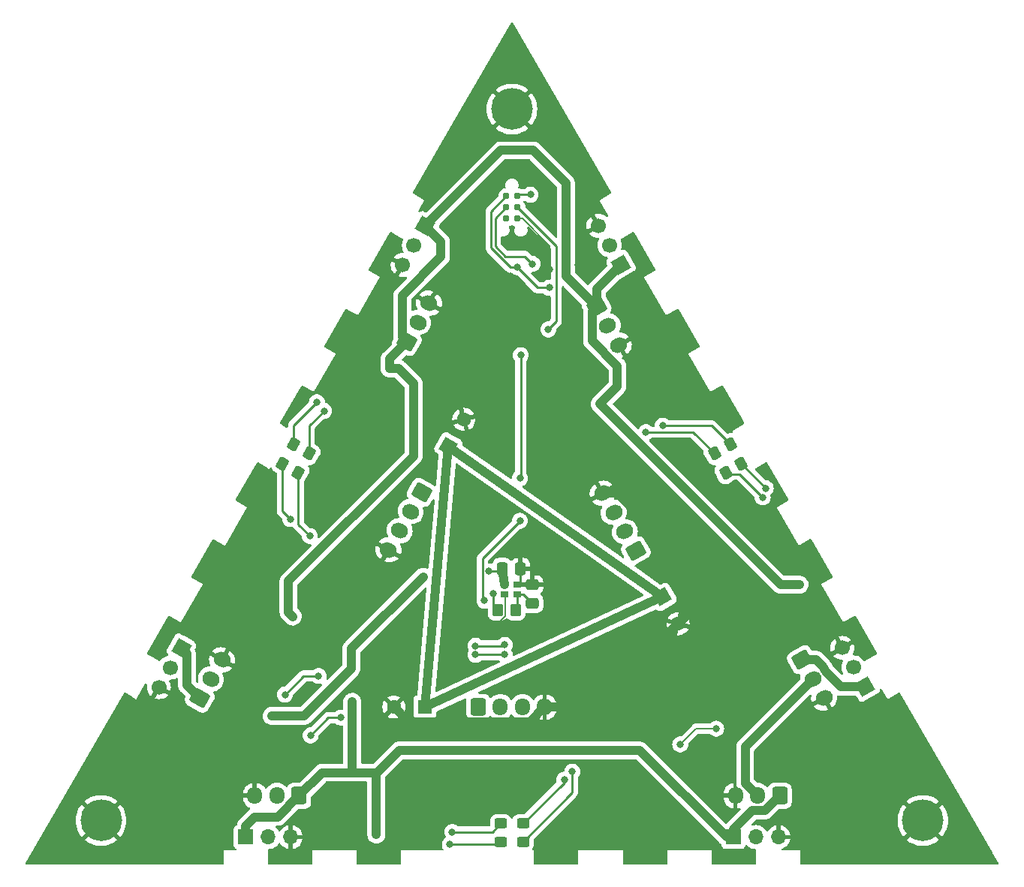
<source format=gbr>
%TF.GenerationSoftware,KiCad,Pcbnew,7.0.7*%
%TF.CreationDate,2023-11-13T09:37:15+01:00*%
%TF.ProjectId,Small,536d616c-6c2e-46b6-9963-61645f706362,rev?*%
%TF.SameCoordinates,Original*%
%TF.FileFunction,Copper,L2,Bot*%
%TF.FilePolarity,Positive*%
%FSLAX46Y46*%
G04 Gerber Fmt 4.6, Leading zero omitted, Abs format (unit mm)*
G04 Created by KiCad (PCBNEW 7.0.7) date 2023-11-13 09:37:15*
%MOMM*%
%LPD*%
G01*
G04 APERTURE LIST*
G04 Aperture macros list*
%AMRoundRect*
0 Rectangle with rounded corners*
0 $1 Rounding radius*
0 $2 $3 $4 $5 $6 $7 $8 $9 X,Y pos of 4 corners*
0 Add a 4 corners polygon primitive as box body*
4,1,4,$2,$3,$4,$5,$6,$7,$8,$9,$2,$3,0*
0 Add four circle primitives for the rounded corners*
1,1,$1+$1,$2,$3*
1,1,$1+$1,$4,$5*
1,1,$1+$1,$6,$7*
1,1,$1+$1,$8,$9*
0 Add four rect primitives between the rounded corners*
20,1,$1+$1,$2,$3,$4,$5,0*
20,1,$1+$1,$4,$5,$6,$7,0*
20,1,$1+$1,$6,$7,$8,$9,0*
20,1,$1+$1,$8,$9,$2,$3,0*%
%AMHorizOval*
0 Thick line with rounded ends*
0 $1 width*
0 $2 $3 position (X,Y) of the first rounded end (center of the circle)*
0 $4 $5 position (X,Y) of the second rounded end (center of the circle)*
0 Add line between two ends*
20,1,$1,$2,$3,$4,$5,0*
0 Add two circle primitives to create the rounded ends*
1,1,$1,$2,$3*
1,1,$1,$4,$5*%
%AMRotRect*
0 Rectangle, with rotation*
0 The origin of the aperture is its center*
0 $1 length*
0 $2 width*
0 $3 Rotation angle, in degrees counterclockwise*
0 Add horizontal line*
21,1,$1,$2,0,0,$3*%
G04 Aperture macros list end*
%TA.AperFunction,ComponentPad*%
%ADD10RoundRect,0.250000X0.600000X0.725000X-0.600000X0.725000X-0.600000X-0.725000X0.600000X-0.725000X0*%
%TD*%
%TA.AperFunction,ComponentPad*%
%ADD11O,1.700000X1.950000*%
%TD*%
%TA.AperFunction,ComponentPad*%
%ADD12R,1.700000X1.700000*%
%TD*%
%TA.AperFunction,ComponentPad*%
%ADD13O,1.700000X1.700000*%
%TD*%
%TA.AperFunction,ComponentPad*%
%ADD14RoundRect,0.250000X0.927868X-0.157115X0.327868X0.882115X-0.927868X0.157115X-0.327868X-0.882115X0*%
%TD*%
%TA.AperFunction,ComponentPad*%
%ADD15HorizOval,1.700000X0.108253X0.062500X-0.108253X-0.062500X0*%
%TD*%
%TA.AperFunction,ComponentPad*%
%ADD16R,1.600000X1.600000*%
%TD*%
%TA.AperFunction,ComponentPad*%
%ADD17C,1.600000*%
%TD*%
%TA.AperFunction,ComponentPad*%
%ADD18RoundRect,0.250000X-0.927868X0.157115X-0.327868X-0.882115X0.927868X-0.157115X0.327868X0.882115X0*%
%TD*%
%TA.AperFunction,ComponentPad*%
%ADD19HorizOval,1.700000X-0.108253X-0.062500X0.108253X0.062500X0*%
%TD*%
%TA.AperFunction,ComponentPad*%
%ADD20RoundRect,0.250000X-0.327868X0.882115X-0.927868X-0.157115X0.327868X-0.882115X0.927868X0.157115X0*%
%TD*%
%TA.AperFunction,ComponentPad*%
%ADD21HorizOval,1.700000X-0.108253X0.062500X0.108253X-0.062500X0*%
%TD*%
%TA.AperFunction,ComponentPad*%
%ADD22RotRect,1.700000X1.700000X210.000000*%
%TD*%
%TA.AperFunction,ComponentPad*%
%ADD23HorizOval,1.700000X0.000000X0.000000X0.000000X0.000000X0*%
%TD*%
%TA.AperFunction,ComponentPad*%
%ADD24RotRect,1.600000X1.600000X60.000000*%
%TD*%
%TA.AperFunction,ComponentPad*%
%ADD25C,4.700000*%
%TD*%
%TA.AperFunction,ComponentPad*%
%ADD26RoundRect,0.250000X-0.600000X-0.725000X0.600000X-0.725000X0.600000X0.725000X-0.600000X0.725000X0*%
%TD*%
%TA.AperFunction,ComponentPad*%
%ADD27RoundRect,0.250000X0.327868X-0.882115X0.927868X0.157115X-0.327868X0.882115X-0.927868X-0.157115X0*%
%TD*%
%TA.AperFunction,ComponentPad*%
%ADD28RotRect,1.600000X1.600000X300.000000*%
%TD*%
%TA.AperFunction,ComponentPad*%
%ADD29RotRect,1.700000X1.700000X330.000000*%
%TD*%
%TA.AperFunction,ComponentPad*%
%ADD30HorizOval,1.700000X0.000000X0.000000X0.000000X0.000000X0*%
%TD*%
%TA.AperFunction,SMDPad,CuDef*%
%ADD31RoundRect,0.250000X-0.056458X-0.552211X0.506458X-0.227211X0.056458X0.552211X-0.506458X0.227211X0*%
%TD*%
%TA.AperFunction,SMDPad,CuDef*%
%ADD32RoundRect,0.250000X-0.475000X0.337500X-0.475000X-0.337500X0.475000X-0.337500X0.475000X0.337500X0*%
%TD*%
%TA.AperFunction,SMDPad,CuDef*%
%ADD33RoundRect,0.250000X0.337500X0.475000X-0.337500X0.475000X-0.337500X-0.475000X0.337500X-0.475000X0*%
%TD*%
%TA.AperFunction,SMDPad,CuDef*%
%ADD34RoundRect,0.250000X0.506458X0.227211X-0.056458X0.552211X-0.506458X-0.227211X0.056458X-0.552211X0*%
%TD*%
%TA.AperFunction,ConnectorPad*%
%ADD35C,0.787400*%
%TD*%
%TA.AperFunction,SMDPad,CuDef*%
%ADD36R,0.900000X0.800000*%
%TD*%
%TA.AperFunction,SMDPad,CuDef*%
%ADD37RoundRect,0.250000X0.350000X0.450000X-0.350000X0.450000X-0.350000X-0.450000X0.350000X-0.450000X0*%
%TD*%
%TA.AperFunction,SMDPad,CuDef*%
%ADD38RoundRect,0.250000X-0.450000X0.325000X-0.450000X-0.325000X0.450000X-0.325000X0.450000X0.325000X0*%
%TD*%
%TA.AperFunction,ViaPad*%
%ADD39C,0.800000*%
%TD*%
%TA.AperFunction,Conductor*%
%ADD40C,1.000000*%
%TD*%
%TA.AperFunction,Conductor*%
%ADD41C,0.150000*%
%TD*%
%TA.AperFunction,Conductor*%
%ADD42C,0.250000*%
%TD*%
G04 APERTURE END LIST*
D10*
%TO.P,J14,1,Pin_1*%
%TO.N,+5V*%
X51000000Y-112200000D03*
D11*
%TO.P,J14,2,Pin_2*%
%TO.N,Net-(J14-Pin_2)*%
X48500000Y-112200000D03*
%TO.P,J14,3,Pin_3*%
%TO.N,GND*%
X46000000Y-112200000D03*
%TD*%
D12*
%TO.P,J9,1,Pin_1*%
%TO.N,+5V*%
X99975000Y-116875000D03*
D13*
%TO.P,J9,2,Pin_2*%
%TO.N,Net-(J10-Pin_2)*%
X102515000Y-116875000D03*
%TO.P,J9,3,Pin_3*%
%TO.N,GND*%
X105055000Y-116875000D03*
%TD*%
D14*
%TO.P,J4,1,Pin_1*%
%TO.N,VDD*%
X88983166Y-84571833D03*
D15*
%TO.P,J4,2,Pin_2*%
%TO.N,/UART_2_TX*%
X87733166Y-82406769D03*
%TO.P,J4,3,Pin_3*%
%TO.N,/UART_2_RX*%
X86483166Y-80241706D03*
%TO.P,J4,4,Pin_4*%
%TO.N,GND*%
X85233166Y-78076642D03*
%TD*%
D16*
%TO.P,C8,1*%
%TO.N,VDD*%
X65190000Y-102192400D03*
D17*
%TO.P,C8,2*%
%TO.N,GND*%
X61690000Y-102192400D03*
%TD*%
D18*
%TO.P,J16,1,Pin_1*%
%TO.N,+5V*%
X107700000Y-96869873D03*
D19*
%TO.P,J16,2,Pin_2*%
%TO.N,Net-(J10-Pin_2)*%
X108950000Y-99034937D03*
%TO.P,J16,3,Pin_3*%
%TO.N,GND*%
X110200000Y-101200000D03*
%TD*%
D20*
%TO.P,J7,1,Pin_1*%
%TO.N,VDD*%
X64826833Y-77972720D03*
D21*
%TO.P,J7,2,Pin_2*%
%TO.N,/UART_3_TX*%
X63576833Y-80137784D03*
%TO.P,J7,3,Pin_3*%
%TO.N,/UART_3_RX*%
X62326833Y-82302847D03*
%TO.P,J7,4,Pin_4*%
%TO.N,GND*%
X61076833Y-84467911D03*
%TD*%
D22*
%TO.P,J10,1,Pin_1*%
%TO.N,+5V*%
X114806171Y-99933452D03*
D23*
%TO.P,J10,2,Pin_2*%
%TO.N,Net-(J10-Pin_2)*%
X113536171Y-97733747D03*
%TO.P,J10,3,Pin_3*%
%TO.N,GND*%
X112266171Y-95534043D03*
%TD*%
D24*
%TO.P,C11,1*%
%TO.N,VDD*%
X67826833Y-72776567D03*
D17*
%TO.P,C11,2*%
%TO.N,GND*%
X69576833Y-69745478D03*
%TD*%
D25*
%TO.P,H1,1,1*%
%TO.N,GND*%
X121339746Y-115000000D03*
%TD*%
D26*
%TO.P,J2,1,Pin_1*%
%TO.N,VDD*%
X71190000Y-102192400D03*
D11*
%TO.P,J2,2,Pin_2*%
%TO.N,/UART_1_TX*%
X73690000Y-102192400D03*
%TO.P,J2,3,Pin_3*%
%TO.N,/UART_1_RX*%
X76190000Y-102192400D03*
%TO.P,J2,4,Pin_4*%
%TO.N,GND*%
X78690000Y-102192400D03*
%TD*%
D12*
%TO.P,J8,1,Pin_1*%
%TO.N,+5V*%
X44975000Y-116875000D03*
D13*
%TO.P,J8,2,Pin_2*%
%TO.N,Net-(J14-Pin_2)*%
X47515000Y-116875000D03*
%TO.P,J8,3,Pin_3*%
%TO.N,GND*%
X50055000Y-116875000D03*
%TD*%
D18*
%TO.P,J17,1,Pin_1*%
%TO.N,+5V*%
X84550000Y-57034936D03*
D19*
%TO.P,J17,2,Pin_2*%
%TO.N,Net-(J11-Pin_2)*%
X85800000Y-59200000D03*
%TO.P,J17,3,Pin_3*%
%TO.N,GND*%
X87050000Y-61365063D03*
%TD*%
D27*
%TO.P,J18,1,Pin_1*%
%TO.N,+5V*%
X63150000Y-60965064D03*
D21*
%TO.P,J18,2,Pin_2*%
%TO.N,Net-(J11-Pin_2)*%
X64400000Y-58800000D03*
%TO.P,J18,3,Pin_3*%
%TO.N,GND*%
X65650000Y-56634937D03*
%TD*%
D28*
%TO.P,C1,1*%
%TO.N,VDD*%
X91983166Y-89767986D03*
D17*
%TO.P,C1,2*%
%TO.N,GND*%
X93733166Y-92799075D03*
%TD*%
D25*
%TO.P,H3,1,1*%
%TO.N,GND*%
X75000000Y-34737078D03*
%TD*%
D22*
%TO.P,J11,1,Pin_1*%
%TO.N,+5V*%
X87306171Y-52301927D03*
D23*
%TO.P,J11,2,Pin_2*%
%TO.N,Net-(J11-Pin_2)*%
X86036171Y-50102222D03*
%TO.P,J11,3,Pin_3*%
%TO.N,GND*%
X84766171Y-47902518D03*
%TD*%
D25*
%TO.P,H2,1,1*%
%TO.N,GND*%
X28660215Y-115000000D03*
%TD*%
D29*
%TO.P,J13,1,Pin_1*%
%TO.N,+5V*%
X37718829Y-95560024D03*
D30*
%TO.P,J13,2,Pin_2*%
%TO.N,Net-(J13-Pin_2)*%
X36448829Y-97759729D03*
%TO.P,J13,3,Pin_3*%
%TO.N,GND*%
X35178829Y-99959433D03*
%TD*%
D10*
%TO.P,J15,1,Pin_1*%
%TO.N,+5V*%
X105200000Y-112200000D03*
D11*
%TO.P,J15,2,Pin_2*%
%TO.N,Net-(J10-Pin_2)*%
X102700000Y-112200000D03*
%TO.P,J15,3,Pin_3*%
%TO.N,GND*%
X100200000Y-112200000D03*
%TD*%
D29*
%TO.P,J12,1,Pin_1*%
%TO.N,+5V*%
X65218830Y-47928499D03*
D30*
%TO.P,J12,2,Pin_2*%
%TO.N,Net-(J11-Pin_2)*%
X63948830Y-50128204D03*
%TO.P,J12,3,Pin_3*%
%TO.N,GND*%
X62678830Y-52327908D03*
%TD*%
D27*
%TO.P,J19,1,Pin_1*%
%TO.N,+5V*%
X39800000Y-101200000D03*
D21*
%TO.P,J19,2,Pin_2*%
%TO.N,Net-(J13-Pin_2)*%
X41050000Y-99034936D03*
%TO.P,J19,3,Pin_3*%
%TO.N,GND*%
X42300000Y-96869873D03*
%TD*%
D31*
%TO.P,D3,1,K*%
%TO.N,Net-(D3-K)*%
X99097983Y-75776008D03*
%TO.P,D3,2,A*%
%TO.N,Net-(D3-A)*%
X100873335Y-74751008D03*
%TD*%
D32*
%TO.P,C16,1*%
%TO.N,GND*%
X77300000Y-88425000D03*
%TO.P,C16,2*%
%TO.N,Net-(C16-Pad2)*%
X77300000Y-90500000D03*
%TD*%
D33*
%TO.P,C12,1*%
%TO.N,GND*%
X75975000Y-86600000D03*
%TO.P,C12,2*%
%TO.N,/OSC_IN*%
X73900000Y-86600000D03*
%TD*%
D34*
%TO.P,D5,1,K*%
%TO.N,Net-(D5-K)*%
X52152017Y-73610945D03*
%TO.P,D5,2,A*%
%TO.N,Net-(D5-A)*%
X50376665Y-72585945D03*
%TD*%
D35*
%TO.P,J27,1,Pin_1*%
%TO.N,+3V3*%
X75635000Y-44570000D03*
%TO.P,J27,2,Pin_2*%
%TO.N,/SWDIO*%
X74365000Y-44570000D03*
%TO.P,J27,3,Pin_3*%
%TO.N,/NRST*%
X75635000Y-45840000D03*
%TO.P,J27,4,Pin_4*%
%TO.N,/SWDCLK*%
X74365000Y-45840000D03*
%TO.P,J27,5,Pin_5*%
%TO.N,GND*%
X75635000Y-47110000D03*
%TO.P,J27,6,Pin_6*%
%TO.N,unconnected-(J27-Pin_6-Pad6)*%
X74365000Y-47110000D03*
%TD*%
D36*
%TO.P,Y1,1,1*%
%TO.N,Net-(C16-Pad2)*%
X75600000Y-89500000D03*
%TO.P,Y1,2,2*%
%TO.N,GND*%
X74200000Y-89500000D03*
%TO.P,Y1,3,3*%
%TO.N,/OSC_IN*%
X74200000Y-88400000D03*
%TO.P,Y1,4,4*%
%TO.N,GND*%
X75600000Y-88400000D03*
%TD*%
D37*
%TO.P,R15,1*%
%TO.N,Net-(C16-Pad2)*%
X75400000Y-91250000D03*
%TO.P,R15,2*%
%TO.N,/OSC_OUT*%
X73400000Y-91250000D03*
%TD*%
D31*
%TO.P,D4,1,K*%
%TO.N,Net-(D4-K)*%
X97847983Y-73610943D03*
%TO.P,D4,2,A*%
%TO.N,Net-(D4-A)*%
X99623335Y-72585943D03*
%TD*%
D34*
%TO.P,D6,1,K*%
%TO.N,Net-(D6-K)*%
X50902017Y-75776008D03*
%TO.P,D6,2,A*%
%TO.N,Net-(D6-A)*%
X49126665Y-74751008D03*
%TD*%
D38*
%TO.P,D2,1,K*%
%TO.N,Net-(D2-K)*%
X76250000Y-115350000D03*
%TO.P,D2,2,A*%
%TO.N,Net-(D2-A)*%
X76250000Y-117400000D03*
%TD*%
%TO.P,D1,1,K*%
%TO.N,Net-(D1-K)*%
X73750000Y-115350000D03*
%TO.P,D1,2,A*%
%TO.N,Net-(D1-A)*%
X73750000Y-117400000D03*
%TD*%
D39*
%TO.N,GND*%
X74300000Y-80400000D03*
X100800000Y-80400000D03*
X105500000Y-99200000D03*
X100400000Y-103000000D03*
X51800000Y-95600000D03*
X79000000Y-46400000D03*
X82500000Y-52300000D03*
X74800000Y-53600000D03*
X98400000Y-118600000D03*
X36400000Y-93900000D03*
X86800000Y-89700000D03*
X93600000Y-114000000D03*
X96200000Y-115800000D03*
X68100000Y-93500000D03*
X85100000Y-64700000D03*
X88100000Y-100500000D03*
X108700000Y-86300000D03*
X88400000Y-50400000D03*
X87500000Y-54900000D03*
X57400000Y-60600000D03*
X95300000Y-103200000D03*
X89900000Y-101600000D03*
X67700000Y-90037500D03*
X45000000Y-102800000D03*
X74800000Y-41400000D03*
X105500000Y-86700000D03*
X79275500Y-52800000D03*
%TO.N,+5V*%
X107437316Y-88400000D03*
X61200000Y-64000000D03*
X50300000Y-92000000D03*
X59700000Y-116600000D03*
X57000000Y-101600000D03*
X84900000Y-68000000D03*
X89429166Y-107100000D03*
%TO.N,+3V3*%
X56873927Y-97900000D03*
X47900000Y-103200000D03*
X77100000Y-44400000D03*
X65000000Y-87500000D03*
%TO.N,/OSC_IN*%
X72400000Y-86900000D03*
%TO.N,/NRST*%
X75900000Y-81200000D03*
X76000000Y-62500000D03*
X71900000Y-90200000D03*
X75900000Y-76400000D03*
X79100000Y-59600000D03*
%TO.N,Net-(D1-K)*%
X68275500Y-116300000D03*
%TO.N,Net-(D1-A)*%
X68000000Y-117700000D03*
%TO.N,Net-(D2-K)*%
X80900000Y-110400000D03*
%TO.N,Net-(D2-A)*%
X81800000Y-109500000D03*
%TO.N,Net-(D3-K)*%
X103275500Y-78550535D03*
%TO.N,Net-(D3-A)*%
X103613042Y-77509609D03*
%TO.N,Net-(D4-K)*%
X90100000Y-71200000D03*
%TO.N,Net-(D4-A)*%
X92000000Y-70475500D03*
%TO.N,Net-(D5-K)*%
X53800000Y-68800000D03*
%TO.N,Net-(D5-A)*%
X53000000Y-67800000D03*
%TO.N,Net-(D6-K)*%
X52200000Y-82900000D03*
%TO.N,Net-(D6-A)*%
X50000000Y-81000000D03*
%TO.N,/SWDIO*%
X79199500Y-54900000D03*
X75600000Y-52600000D03*
%TO.N,/SWDCLK*%
X77300000Y-52200000D03*
%TO.N,Net-(U1-FB)*%
X98026994Y-104651592D03*
X93977569Y-106422431D03*
%TO.N,/OSC_OUT*%
X72900000Y-89400000D03*
%TO.N,/LED_RET*%
X53200000Y-98700000D03*
X49400000Y-100800000D03*
X74200000Y-95200000D03*
X70900000Y-95300000D03*
%TO.N,/LED_SIG*%
X52300000Y-105400000D03*
X74200000Y-96300000D03*
X55700000Y-103400000D03*
X70900000Y-96300000D03*
%TD*%
D40*
%TO.N,VDD*%
X91983166Y-89767986D02*
X65190000Y-102192400D01*
X65190000Y-102192400D02*
X67826833Y-72776567D01*
X67826833Y-72776567D02*
X91983166Y-89767986D01*
D41*
%TO.N,GND*%
X79275500Y-50193725D02*
X79275500Y-52800000D01*
X68100000Y-90437500D02*
X67700000Y-90037500D01*
D40*
X94533165Y-91999076D02*
X94533165Y-85768613D01*
X93733166Y-92799075D02*
X94533165Y-91999076D01*
D42*
X75975000Y-88025000D02*
X75600000Y-88400000D01*
X75975000Y-86600000D02*
X75975000Y-88025000D01*
D41*
X72692462Y-93500000D02*
X68100000Y-93500000D01*
D40*
X63365000Y-103867400D02*
X77015000Y-103867400D01*
D42*
X77300000Y-88425000D02*
X75625000Y-88425000D01*
D40*
X94533165Y-85768613D02*
X86841194Y-78076642D01*
D41*
X76191775Y-47110000D02*
X79275500Y-50193725D01*
X75635000Y-47110000D02*
X76191775Y-47110000D01*
X74200000Y-89500000D02*
X74275000Y-89575000D01*
X74275000Y-89575000D02*
X74275000Y-91917462D01*
D40*
X93733166Y-92799075D02*
X84339841Y-102192400D01*
D41*
X68100000Y-93500000D02*
X68100000Y-90437500D01*
D40*
X84339841Y-102192400D02*
X78690000Y-102192400D01*
X77015000Y-103867400D02*
X78690000Y-102192400D01*
D41*
X74275000Y-91917462D02*
X72692462Y-93500000D01*
D42*
X75625000Y-88425000D02*
X75600000Y-88400000D01*
D40*
X61690000Y-102192400D02*
X63365000Y-103867400D01*
X86841194Y-78076642D02*
X85233166Y-78076642D01*
%TO.N,+5V*%
X84550000Y-57034936D02*
X84028392Y-57556544D01*
X86900000Y-63738155D02*
X86900000Y-66000000D01*
X84028392Y-57556544D02*
X84028392Y-60866547D01*
X86900000Y-66000000D02*
X84900000Y-68000000D01*
X99204166Y-116875000D02*
X89429166Y-107100000D01*
X49800000Y-91500000D02*
X50300000Y-92000000D01*
X48600000Y-114600000D02*
X46000000Y-114600000D01*
X62300000Y-107100000D02*
X59700000Y-109700000D01*
X62200000Y-64000000D02*
X63917276Y-65717276D01*
X84550000Y-57034936D02*
X84550000Y-55058098D01*
X39800000Y-101200000D02*
X38341072Y-99741072D01*
X67000000Y-49709669D02*
X65218830Y-47928499D01*
X57000000Y-109600000D02*
X59600000Y-109600000D01*
X99975000Y-116875000D02*
X99204166Y-116875000D01*
X51000000Y-112200000D02*
X48600000Y-114600000D01*
X38341072Y-96182267D02*
X37718829Y-95560024D01*
X84550000Y-55058098D02*
X87306171Y-52301927D01*
X62628392Y-55771608D02*
X67000000Y-51400000D01*
X105300000Y-88400000D02*
X107437316Y-88400000D01*
X53600000Y-109600000D02*
X51000000Y-112200000D01*
X110079576Y-97641421D02*
X110404903Y-98204903D01*
X81100000Y-43100000D02*
X81100000Y-53584936D01*
X99975000Y-116875000D02*
X99975000Y-116025000D01*
X59600000Y-109600000D02*
X59700000Y-109700000D01*
X107700000Y-96869873D02*
X109308028Y-96869873D01*
X81100000Y-53584936D02*
X84550000Y-57034936D01*
X63150000Y-60965064D02*
X62628392Y-60443456D01*
X67000000Y-51400000D02*
X67000000Y-49709669D01*
X46000000Y-114600000D02*
X44975000Y-115625000D01*
X57000000Y-101600000D02*
X57000000Y-109600000D01*
X44975000Y-115625000D02*
X44975000Y-116875000D01*
X84028392Y-60866547D02*
X86900000Y-63738155D01*
X110404903Y-98204903D02*
X112133452Y-99933452D01*
X63917276Y-65717276D02*
X63917276Y-73882724D01*
X61200000Y-62915064D02*
X63150000Y-60965064D01*
X59700000Y-116600000D02*
X59700000Y-109700000D01*
X77400000Y-39400000D02*
X81100000Y-43100000D01*
X61200000Y-64000000D02*
X61200000Y-62915064D01*
X99975000Y-116025000D02*
X102125000Y-113875000D01*
X49800000Y-88000000D02*
X49800000Y-91500000D01*
X109308028Y-96869873D02*
X110079576Y-97641421D01*
X62628392Y-60443456D02*
X62628392Y-55771608D01*
X57000000Y-109600000D02*
X53600000Y-109600000D01*
X112133452Y-99933452D02*
X114806171Y-99933452D01*
X84900000Y-68000000D02*
X105300000Y-88400000D01*
X103525000Y-113875000D02*
X105200000Y-112200000D01*
X38341072Y-99741072D02*
X38341072Y-96182267D01*
X73747329Y-39400000D02*
X77400000Y-39400000D01*
X61200000Y-64000000D02*
X62200000Y-64000000D01*
X102125000Y-113875000D02*
X103525000Y-113875000D01*
X63917276Y-73882724D02*
X49800000Y-88000000D01*
X89429166Y-107100000D02*
X62300000Y-107100000D01*
X65218830Y-47928499D02*
X73747329Y-39400000D01*
%TO.N,+3V3*%
X51573927Y-103200000D02*
X47900000Y-103200000D01*
X56873927Y-95626073D02*
X65000000Y-87500000D01*
X56873927Y-97900000D02*
X51573927Y-103200000D01*
X56873927Y-97900000D02*
X56873927Y-95626073D01*
D42*
X77100000Y-44400000D02*
X75805000Y-44400000D01*
X75805000Y-44400000D02*
X75635000Y-44570000D01*
D40*
%TO.N,/OSC_IN*%
X74200000Y-88400000D02*
X73900000Y-86600000D01*
D42*
X73600000Y-86900000D02*
X73900000Y-86600000D01*
X72400000Y-86900000D02*
X73600000Y-86900000D01*
%TO.N,/NRST*%
X80000000Y-58700000D02*
X79100000Y-59600000D01*
X76000000Y-62500000D02*
X76000000Y-62700000D01*
X75900000Y-81200000D02*
X71675000Y-85425000D01*
X75635000Y-45840000D02*
X80000000Y-50205000D01*
X71675000Y-89975000D02*
X71900000Y-90200000D01*
X76000000Y-62700000D02*
X76000000Y-76300000D01*
X76000000Y-76300000D02*
X75900000Y-76400000D01*
X80000000Y-50205000D02*
X80000000Y-58700000D01*
X71675000Y-85425000D02*
X71675000Y-89975000D01*
%TO.N,Net-(C16-Pad2)*%
X76300000Y-89500000D02*
X77300000Y-90500000D01*
X75600000Y-89500000D02*
X75600000Y-91050000D01*
X75600000Y-91050000D02*
X75400000Y-91250000D01*
X75600000Y-89500000D02*
X76300000Y-89500000D01*
%TO.N,Net-(D1-K)*%
X68275500Y-116300000D02*
X72800000Y-116300000D01*
X72800000Y-116300000D02*
X73750000Y-115350000D01*
%TO.N,Net-(D1-A)*%
X68000000Y-117700000D02*
X73450000Y-117700000D01*
X73450000Y-117700000D02*
X73750000Y-117400000D01*
%TO.N,Net-(D2-K)*%
X80900000Y-110400000D02*
X80900000Y-110700000D01*
X80900000Y-110700000D02*
X76250000Y-115350000D01*
%TO.N,Net-(D2-A)*%
X76250000Y-117400000D02*
X81800000Y-111850000D01*
X81800000Y-111850000D02*
X81800000Y-109500000D01*
%TO.N,Net-(D3-K)*%
X100624965Y-75900000D02*
X99221975Y-75900000D01*
X99221975Y-75900000D02*
X99097983Y-75776008D01*
X103275500Y-78550535D02*
X100624965Y-75900000D01*
%TO.N,Net-(D3-A)*%
X103613042Y-77490715D02*
X100873335Y-74751008D01*
X103613042Y-77509609D02*
X103613042Y-77490715D01*
%TO.N,Net-(D4-K)*%
X90100000Y-71200000D02*
X95437040Y-71200000D01*
X95437040Y-71200000D02*
X97847983Y-73610943D01*
%TO.N,Net-(D4-A)*%
X92000000Y-70475500D02*
X97512892Y-70475500D01*
X97512892Y-70475500D02*
X99623335Y-72585943D01*
%TO.N,Net-(D5-K)*%
X52152017Y-70447983D02*
X53800000Y-68800000D01*
X52152017Y-73610945D02*
X52152017Y-70447983D01*
%TO.N,Net-(D5-A)*%
X50376665Y-70423335D02*
X50376665Y-72585945D01*
X53000000Y-67800000D02*
X50376665Y-70423335D01*
%TO.N,Net-(D6-K)*%
X50902017Y-81602017D02*
X50902017Y-75776008D01*
X52200000Y-82900000D02*
X50902017Y-81602017D01*
%TO.N,Net-(D6-A)*%
X50000000Y-81000000D02*
X49126665Y-80126665D01*
X49126665Y-80126665D02*
X49126665Y-74751008D01*
%TO.N,/SWDIO*%
X74863604Y-52600000D02*
X72663700Y-50400096D01*
X75600000Y-52600000D02*
X74863604Y-52600000D01*
X72663700Y-50400096D02*
X72663700Y-46271300D01*
X77900000Y-54900000D02*
X79199500Y-54900000D01*
X72663700Y-46271300D02*
X74365000Y-44570000D01*
X75600000Y-52600000D02*
X77900000Y-54900000D01*
%TO.N,/SWDCLK*%
X73113700Y-50213700D02*
X73113700Y-47091300D01*
X73113700Y-47091300D02*
X74365000Y-45840000D01*
X76450000Y-51350000D02*
X74250000Y-51350000D01*
X77300000Y-52200000D02*
X76450000Y-51350000D01*
X73113700Y-50213700D02*
X74250000Y-51350000D01*
D40*
%TO.N,Net-(J10-Pin_2)*%
X101300000Y-106684937D02*
X108950000Y-99034937D01*
X102700000Y-112200000D02*
X101300000Y-110800000D01*
X101300000Y-110800000D02*
X101300000Y-106684937D01*
D41*
%TO.N,Net-(U1-FB)*%
X98026994Y-104651592D02*
X95748408Y-104651592D01*
X95748408Y-104651592D02*
X93977569Y-106422431D01*
D42*
%TO.N,/OSC_OUT*%
X72900000Y-89400000D02*
X72900000Y-90750000D01*
X72900000Y-90750000D02*
X73400000Y-91250000D01*
%TO.N,/LED_RET*%
X51500000Y-98700000D02*
X49400000Y-100800000D01*
X74100000Y-95300000D02*
X74200000Y-95200000D01*
X53200000Y-98700000D02*
X51500000Y-98700000D01*
X70900000Y-95300000D02*
X74100000Y-95300000D01*
%TO.N,/LED_SIG*%
X54300000Y-103400000D02*
X52300000Y-105400000D01*
X74200000Y-96300000D02*
X70900000Y-96300000D01*
X55700000Y-103400000D02*
X54300000Y-103400000D01*
%TD*%
%TA.AperFunction,Conductor*%
%TO.N,GND*%
G36*
X68844285Y-74715454D02*
G01*
X82053656Y-84006845D01*
X89814493Y-89465771D01*
X89858001Y-89520441D01*
X89865046Y-89589955D01*
X89833391Y-89652242D01*
X89795318Y-89679688D01*
X75281625Y-96409916D01*
X75212525Y-96420260D01*
X75148802Y-96391605D01*
X75110688Y-96333047D01*
X75106776Y-96306395D01*
X75106139Y-96306463D01*
X75105460Y-96299999D01*
X75085674Y-96111744D01*
X75027179Y-95931716D01*
X74958060Y-95811999D01*
X74941588Y-95744100D01*
X74958061Y-95688000D01*
X74969448Y-95668277D01*
X75027179Y-95568284D01*
X75085674Y-95388256D01*
X75105460Y-95200000D01*
X75085674Y-95011744D01*
X75027179Y-94831716D01*
X74932533Y-94667784D01*
X74805871Y-94527112D01*
X74790369Y-94515849D01*
X74652734Y-94415851D01*
X74652729Y-94415848D01*
X74479807Y-94338857D01*
X74479802Y-94338855D01*
X74334001Y-94307865D01*
X74294646Y-94299500D01*
X74105354Y-94299500D01*
X74072897Y-94306398D01*
X73920197Y-94338855D01*
X73920192Y-94338857D01*
X73747270Y-94415848D01*
X73747265Y-94415851D01*
X73594129Y-94527111D01*
X73519047Y-94610498D01*
X73504089Y-94627112D01*
X73498362Y-94633472D01*
X73438875Y-94670121D01*
X73406212Y-94674500D01*
X71603748Y-94674500D01*
X71536709Y-94654815D01*
X71511600Y-94633474D01*
X71505873Y-94627114D01*
X71505869Y-94627110D01*
X71352734Y-94515851D01*
X71352729Y-94515848D01*
X71179807Y-94438857D01*
X71179802Y-94438855D01*
X71034000Y-94407865D01*
X70994646Y-94399500D01*
X70805354Y-94399500D01*
X70772897Y-94406398D01*
X70620197Y-94438855D01*
X70620192Y-94438857D01*
X70447270Y-94515848D01*
X70447265Y-94515851D01*
X70294129Y-94627111D01*
X70167466Y-94767785D01*
X70072821Y-94931715D01*
X70072818Y-94931722D01*
X70014327Y-95111740D01*
X70014326Y-95111744D01*
X69994540Y-95300000D01*
X70014326Y-95488256D01*
X70014327Y-95488259D01*
X70072818Y-95668277D01*
X70072820Y-95668281D01*
X70072821Y-95668284D01*
X70106631Y-95726844D01*
X70113072Y-95738001D01*
X70129543Y-95805901D01*
X70113072Y-95861998D01*
X70085167Y-95910333D01*
X70072820Y-95931718D01*
X70072818Y-95931722D01*
X70020788Y-96091855D01*
X70014326Y-96111744D01*
X70000586Y-96242473D01*
X69996710Y-96279358D01*
X69994540Y-96300000D01*
X70014326Y-96488256D01*
X70014327Y-96488259D01*
X70072818Y-96668277D01*
X70072821Y-96668284D01*
X70167467Y-96832216D01*
X70256340Y-96930919D01*
X70294129Y-96972888D01*
X70447265Y-97084148D01*
X70447270Y-97084151D01*
X70620192Y-97161142D01*
X70620197Y-97161144D01*
X70805354Y-97200500D01*
X70805355Y-97200500D01*
X70994644Y-97200500D01*
X70994646Y-97200500D01*
X71179803Y-97161144D01*
X71352730Y-97084151D01*
X71505871Y-96972888D01*
X71508788Y-96969647D01*
X71511600Y-96966526D01*
X71571087Y-96929879D01*
X71603748Y-96925500D01*
X73496252Y-96925500D01*
X73563291Y-96945185D01*
X73588400Y-96966526D01*
X73594126Y-96972885D01*
X73594129Y-96972888D01*
X73595064Y-96973567D01*
X73607861Y-96982865D01*
X73650526Y-97038195D01*
X73656504Y-97107809D01*
X73623897Y-97169604D01*
X73587139Y-97195676D01*
X66536068Y-100465369D01*
X66466968Y-100475713D01*
X66403245Y-100447058D01*
X66365131Y-100388500D01*
X66360398Y-100341807D01*
X67269509Y-90200000D01*
X70994540Y-90200000D01*
X71014326Y-90388256D01*
X71014327Y-90388259D01*
X71072818Y-90568277D01*
X71072821Y-90568284D01*
X71167467Y-90732216D01*
X71294129Y-90872888D01*
X71447265Y-90984148D01*
X71447270Y-90984151D01*
X71620192Y-91061142D01*
X71620197Y-91061144D01*
X71805354Y-91100500D01*
X71805355Y-91100500D01*
X71994644Y-91100500D01*
X71994646Y-91100500D01*
X72149720Y-91067538D01*
X72219386Y-91072854D01*
X72275120Y-91114991D01*
X72299225Y-91180571D01*
X72299500Y-91188828D01*
X72299500Y-91750001D01*
X72299501Y-91750019D01*
X72310000Y-91852796D01*
X72310001Y-91852799D01*
X72335604Y-91930063D01*
X72365186Y-92019334D01*
X72457288Y-92168656D01*
X72581344Y-92292712D01*
X72730666Y-92384814D01*
X72897203Y-92439999D01*
X72999991Y-92450500D01*
X73800008Y-92450499D01*
X73800016Y-92450498D01*
X73800019Y-92450498D01*
X73856302Y-92444748D01*
X73902797Y-92439999D01*
X74069334Y-92384814D01*
X74218656Y-92292712D01*
X74312318Y-92199048D01*
X74373642Y-92165564D01*
X74443334Y-92170548D01*
X74487680Y-92199048D01*
X74581344Y-92292712D01*
X74730666Y-92384814D01*
X74897203Y-92439999D01*
X74999991Y-92450500D01*
X75800008Y-92450499D01*
X75800016Y-92450498D01*
X75800019Y-92450498D01*
X75856302Y-92444748D01*
X75902797Y-92439999D01*
X76069334Y-92384814D01*
X76218656Y-92292712D01*
X76342712Y-92168656D01*
X76434814Y-92019334D01*
X76489999Y-91852797D01*
X76500500Y-91750009D01*
X76500499Y-91692320D01*
X76520182Y-91625283D01*
X76572986Y-91579527D01*
X76642144Y-91569583D01*
X76663500Y-91574615D01*
X76672203Y-91577499D01*
X76774991Y-91588000D01*
X77825008Y-91587999D01*
X77825016Y-91587998D01*
X77825019Y-91587998D01*
X77881302Y-91582248D01*
X77927797Y-91577499D01*
X78094334Y-91522314D01*
X78243656Y-91430212D01*
X78367712Y-91306156D01*
X78459814Y-91156834D01*
X78514999Y-90990297D01*
X78525500Y-90887509D01*
X78525499Y-90112492D01*
X78514999Y-90009703D01*
X78459814Y-89843166D01*
X78367712Y-89693844D01*
X78243656Y-89569788D01*
X78240342Y-89567743D01*
X78238546Y-89565748D01*
X78237989Y-89565307D01*
X78238064Y-89565211D01*
X78193618Y-89515797D01*
X78182397Y-89446834D01*
X78210240Y-89382752D01*
X78240348Y-89356665D01*
X78243342Y-89354818D01*
X78367315Y-89230845D01*
X78459356Y-89081624D01*
X78459358Y-89081619D01*
X78514505Y-88915197D01*
X78514506Y-88915190D01*
X78524999Y-88812486D01*
X78525000Y-88812473D01*
X78525000Y-88675000D01*
X76358403Y-88675000D01*
X76298975Y-88659832D01*
X76292328Y-88656202D01*
X76157482Y-88605908D01*
X76157483Y-88605908D01*
X76097883Y-88599501D01*
X76097881Y-88599500D01*
X76097873Y-88599500D01*
X76097865Y-88599500D01*
X75474000Y-88599500D01*
X75406961Y-88579815D01*
X75361206Y-88527011D01*
X75350000Y-88475500D01*
X75350000Y-88274000D01*
X75369685Y-88206961D01*
X75422489Y-88161206D01*
X75474000Y-88150000D01*
X76513638Y-88150000D01*
X76580677Y-88169685D01*
X76587273Y-88175000D01*
X77050000Y-88175000D01*
X77050000Y-87337500D01*
X77550000Y-87337500D01*
X77550000Y-88175000D01*
X78524999Y-88175000D01*
X78524999Y-88037528D01*
X78524998Y-88037513D01*
X78514505Y-87934802D01*
X78459358Y-87768380D01*
X78459356Y-87768375D01*
X78367315Y-87619154D01*
X78243345Y-87495184D01*
X78094124Y-87403143D01*
X78094119Y-87403141D01*
X77927697Y-87347994D01*
X77927690Y-87347993D01*
X77824986Y-87337500D01*
X77550000Y-87337500D01*
X77050000Y-87337500D01*
X77050000Y-87314006D01*
X77044774Y-87304436D01*
X77048237Y-87239066D01*
X77052005Y-87227696D01*
X77052006Y-87227690D01*
X77062499Y-87124986D01*
X77062500Y-87124973D01*
X77062500Y-86850000D01*
X75849000Y-86850000D01*
X75781961Y-86830315D01*
X75736206Y-86777511D01*
X75725000Y-86726000D01*
X75725000Y-85375000D01*
X76225000Y-85375000D01*
X76225000Y-86350000D01*
X77062499Y-86350000D01*
X77062499Y-86075028D01*
X77062498Y-86075013D01*
X77052005Y-85972302D01*
X76996858Y-85805880D01*
X76996856Y-85805875D01*
X76904815Y-85656654D01*
X76780845Y-85532684D01*
X76631624Y-85440643D01*
X76631619Y-85440641D01*
X76465197Y-85385494D01*
X76465190Y-85385493D01*
X76362486Y-85375000D01*
X76225000Y-85375000D01*
X75725000Y-85375000D01*
X75587527Y-85375000D01*
X75587512Y-85375001D01*
X75484802Y-85385494D01*
X75318380Y-85440641D01*
X75318375Y-85440643D01*
X75169154Y-85532684D01*
X75045183Y-85656655D01*
X75045179Y-85656660D01*
X75043326Y-85659665D01*
X75041518Y-85661290D01*
X75040702Y-85662323D01*
X75040525Y-85662183D01*
X74991374Y-85706385D01*
X74922411Y-85717601D01*
X74858331Y-85689752D01*
X74832253Y-85659653D01*
X74832237Y-85659628D01*
X74830212Y-85656344D01*
X74706156Y-85532288D01*
X74556834Y-85440186D01*
X74390297Y-85385001D01*
X74390295Y-85385000D01*
X74287510Y-85374500D01*
X73512498Y-85374500D01*
X73512480Y-85374501D01*
X73409703Y-85385000D01*
X73409700Y-85385001D01*
X73243168Y-85440185D01*
X73243163Y-85440187D01*
X73093842Y-85532289D01*
X72969789Y-85656342D01*
X72877687Y-85805663D01*
X72877685Y-85805668D01*
X72827392Y-85957442D01*
X72787619Y-86014887D01*
X72723103Y-86041710D01*
X72683905Y-86039728D01*
X72679803Y-86038856D01*
X72494646Y-85999500D01*
X72424500Y-85999500D01*
X72357461Y-85979815D01*
X72311706Y-85927011D01*
X72300500Y-85875500D01*
X72300500Y-85735452D01*
X72320185Y-85668413D01*
X72336819Y-85647771D01*
X75847772Y-82136819D01*
X75909095Y-82103334D01*
X75935453Y-82100500D01*
X75994644Y-82100500D01*
X75994646Y-82100500D01*
X76179803Y-82061144D01*
X76352730Y-81984151D01*
X76505871Y-81872888D01*
X76632533Y-81732216D01*
X76727179Y-81568284D01*
X76785674Y-81388256D01*
X76805460Y-81200000D01*
X76785674Y-81011744D01*
X76727179Y-80831716D01*
X76632533Y-80667784D01*
X76505871Y-80527112D01*
X76486570Y-80513089D01*
X76352734Y-80415851D01*
X76352729Y-80415848D01*
X76179807Y-80338857D01*
X76179802Y-80338855D01*
X76034001Y-80307865D01*
X75994646Y-80299500D01*
X75805354Y-80299500D01*
X75772897Y-80306398D01*
X75620197Y-80338855D01*
X75620192Y-80338857D01*
X75447270Y-80415848D01*
X75447265Y-80415851D01*
X75294129Y-80527111D01*
X75167466Y-80667785D01*
X75072821Y-80831715D01*
X75072818Y-80831722D01*
X75020578Y-80992501D01*
X75014326Y-81011744D01*
X74997104Y-81175608D01*
X74996679Y-81179649D01*
X74970094Y-81244263D01*
X74961039Y-81254368D01*
X71291208Y-84924199D01*
X71278951Y-84934020D01*
X71279134Y-84934241D01*
X71273123Y-84939213D01*
X71225772Y-84989636D01*
X71204889Y-85010519D01*
X71204877Y-85010532D01*
X71200621Y-85016017D01*
X71196837Y-85020447D01*
X71164937Y-85054418D01*
X71164936Y-85054420D01*
X71155284Y-85071976D01*
X71144610Y-85088226D01*
X71132329Y-85104061D01*
X71132324Y-85104068D01*
X71113815Y-85146838D01*
X71111245Y-85152084D01*
X71088803Y-85192906D01*
X71083822Y-85212307D01*
X71077521Y-85230710D01*
X71069562Y-85249102D01*
X71069561Y-85249105D01*
X71062271Y-85295127D01*
X71061087Y-85300846D01*
X71049501Y-85345972D01*
X71049500Y-85345982D01*
X71049500Y-85366016D01*
X71047973Y-85385415D01*
X71044840Y-85405194D01*
X71044840Y-85405195D01*
X71049225Y-85451583D01*
X71049500Y-85457421D01*
X71049500Y-89883850D01*
X71043430Y-89922168D01*
X71014326Y-90011744D01*
X70994540Y-90200000D01*
X67269509Y-90200000D01*
X68649443Y-74805805D01*
X68675035Y-74740793D01*
X68731713Y-74699935D01*
X68801483Y-74696206D01*
X68844285Y-74715454D01*
G37*
%TD.AperFunction*%
%TA.AperFunction,Conductor*%
G36*
X77001256Y-40420185D02*
G01*
X77021898Y-40436819D01*
X80063181Y-43478101D01*
X80096666Y-43539424D01*
X80099500Y-43565782D01*
X80099500Y-49120546D01*
X80079815Y-49187585D01*
X80027011Y-49233340D01*
X79957853Y-49243284D01*
X79894297Y-49214259D01*
X79887819Y-49208227D01*
X76566882Y-45887291D01*
X76533397Y-45825968D01*
X76531245Y-45812590D01*
X76514478Y-45653061D01*
X76456392Y-45474293D01*
X76456389Y-45474287D01*
X76362411Y-45311511D01*
X76362409Y-45311508D01*
X76341217Y-45287972D01*
X76310987Y-45224980D01*
X76319612Y-45155645D01*
X76341217Y-45122028D01*
X76353729Y-45108132D01*
X76413216Y-45071483D01*
X76483073Y-45072814D01*
X76518760Y-45090783D01*
X76608035Y-45155645D01*
X76647270Y-45184151D01*
X76820192Y-45261142D01*
X76820197Y-45261144D01*
X77005354Y-45300500D01*
X77005355Y-45300500D01*
X77194644Y-45300500D01*
X77194646Y-45300500D01*
X77379803Y-45261144D01*
X77552730Y-45184151D01*
X77705871Y-45072888D01*
X77832533Y-44932216D01*
X77927179Y-44768284D01*
X77985674Y-44588256D01*
X78005460Y-44400000D01*
X77985674Y-44211744D01*
X77927179Y-44031716D01*
X77832533Y-43867784D01*
X77705871Y-43727112D01*
X77705870Y-43727111D01*
X77552734Y-43615851D01*
X77552729Y-43615848D01*
X77379807Y-43538857D01*
X77379802Y-43538855D01*
X77234000Y-43507865D01*
X77194646Y-43499500D01*
X77005354Y-43499500D01*
X76972897Y-43506398D01*
X76820197Y-43538855D01*
X76820192Y-43538857D01*
X76647270Y-43615848D01*
X76647265Y-43615851D01*
X76494130Y-43727110D01*
X76494126Y-43727114D01*
X76488400Y-43733474D01*
X76428913Y-43770121D01*
X76396252Y-43774500D01*
X76073111Y-43774500D01*
X76022676Y-43763780D01*
X75912845Y-43714880D01*
X75912843Y-43714879D01*
X75912844Y-43714879D01*
X75801360Y-43691183D01*
X75739878Y-43657991D01*
X75706102Y-43596827D01*
X75708351Y-43534329D01*
X75739469Y-43430388D01*
X75749607Y-43256340D01*
X75719332Y-43084646D01*
X75650279Y-42924562D01*
X75630181Y-42897566D01*
X75582993Y-42834181D01*
X75546168Y-42784717D01*
X75412614Y-42672651D01*
X75325680Y-42628991D01*
X75256818Y-42594407D01*
X75256816Y-42594406D01*
X75256815Y-42594406D01*
X75087171Y-42554200D01*
X74956564Y-42554200D01*
X74843051Y-42567467D01*
X74826835Y-42569363D01*
X74826832Y-42569364D01*
X74663008Y-42628991D01*
X74663004Y-42628993D01*
X74517348Y-42724792D01*
X74517347Y-42724793D01*
X74397706Y-42851603D01*
X74397704Y-42851607D01*
X74392264Y-42861029D01*
X74310534Y-43002590D01*
X74260531Y-43169610D01*
X74260530Y-43169616D01*
X74255479Y-43256340D01*
X74250393Y-43343660D01*
X74280668Y-43515354D01*
X74283321Y-43521504D01*
X74291798Y-43590857D01*
X74261433Y-43653784D01*
X74201869Y-43690305D01*
X74195242Y-43691905D01*
X74087155Y-43714879D01*
X74087149Y-43714881D01*
X73915437Y-43791334D01*
X73915432Y-43791336D01*
X73763368Y-43901817D01*
X73763366Y-43901819D01*
X73637595Y-44041501D01*
X73637587Y-44041512D01*
X73543610Y-44204287D01*
X73543605Y-44204299D01*
X73485523Y-44383056D01*
X73485523Y-44383057D01*
X73485522Y-44383061D01*
X73483742Y-44400000D01*
X73468756Y-44542574D01*
X73442171Y-44607188D01*
X73433116Y-44617292D01*
X72279908Y-45770499D01*
X72267651Y-45780320D01*
X72267834Y-45780541D01*
X72261823Y-45785513D01*
X72214472Y-45835936D01*
X72193589Y-45856819D01*
X72193577Y-45856832D01*
X72189321Y-45862317D01*
X72185537Y-45866747D01*
X72153637Y-45900718D01*
X72153636Y-45900720D01*
X72143984Y-45918276D01*
X72133310Y-45934526D01*
X72121029Y-45950361D01*
X72121024Y-45950368D01*
X72102515Y-45993138D01*
X72099945Y-45998384D01*
X72077503Y-46039206D01*
X72072522Y-46058607D01*
X72066221Y-46077010D01*
X72058262Y-46095402D01*
X72058261Y-46095405D01*
X72050971Y-46141427D01*
X72049787Y-46147146D01*
X72038201Y-46192272D01*
X72038200Y-46192282D01*
X72038200Y-46212316D01*
X72036673Y-46231715D01*
X72033540Y-46251494D01*
X72033540Y-46251495D01*
X72037925Y-46297883D01*
X72038200Y-46303721D01*
X72038200Y-50317351D01*
X72036475Y-50332968D01*
X72036761Y-50332995D01*
X72036026Y-50340761D01*
X72038200Y-50409910D01*
X72038200Y-50439439D01*
X72038201Y-50439456D01*
X72039068Y-50446327D01*
X72039526Y-50452146D01*
X72040990Y-50498720D01*
X72040991Y-50498723D01*
X72046580Y-50517963D01*
X72050524Y-50537007D01*
X72053036Y-50556888D01*
X72066882Y-50591859D01*
X72070190Y-50600215D01*
X72072082Y-50605743D01*
X72085081Y-50650484D01*
X72095280Y-50667730D01*
X72103836Y-50685196D01*
X72111214Y-50703828D01*
X72138598Y-50741519D01*
X72141806Y-50746403D01*
X72165527Y-50786512D01*
X72165533Y-50786520D01*
X72179690Y-50800676D01*
X72192328Y-50815472D01*
X72199675Y-50825585D01*
X72204106Y-50831683D01*
X72225157Y-50849098D01*
X72240009Y-50861384D01*
X72244320Y-50865306D01*
X73838099Y-52459086D01*
X74362801Y-52983788D01*
X74372626Y-52996051D01*
X74372847Y-52995869D01*
X74377818Y-53001878D01*
X74399840Y-53022557D01*
X74428239Y-53049226D01*
X74449133Y-53070120D01*
X74454615Y-53074373D01*
X74459047Y-53078157D01*
X74493022Y-53110062D01*
X74510580Y-53119714D01*
X74526837Y-53130393D01*
X74542668Y-53142673D01*
X74562341Y-53151186D01*
X74585437Y-53161182D01*
X74590681Y-53163750D01*
X74631512Y-53186197D01*
X74644127Y-53189435D01*
X74650909Y-53191177D01*
X74669323Y-53197481D01*
X74687708Y-53205438D01*
X74733761Y-53212732D01*
X74739430Y-53213906D01*
X74784585Y-53225500D01*
X74804620Y-53225500D01*
X74824017Y-53227026D01*
X74843800Y-53230160D01*
X74843802Y-53230159D01*
X74843804Y-53230160D01*
X74878858Y-53226845D01*
X74884792Y-53226285D01*
X74953386Y-53239572D01*
X74988610Y-53266759D01*
X74994129Y-53272888D01*
X74994131Y-53272890D01*
X75147265Y-53384148D01*
X75147270Y-53384151D01*
X75320192Y-53461142D01*
X75320197Y-53461144D01*
X75505354Y-53500500D01*
X75564548Y-53500500D01*
X75631587Y-53520185D01*
X75652228Y-53536818D01*
X76568801Y-54453392D01*
X77399197Y-55283788D01*
X77409022Y-55296051D01*
X77409243Y-55295869D01*
X77414214Y-55301878D01*
X77440217Y-55326295D01*
X77464635Y-55349226D01*
X77485529Y-55370120D01*
X77491011Y-55374373D01*
X77495443Y-55378157D01*
X77529418Y-55410062D01*
X77546976Y-55419714D01*
X77563235Y-55430395D01*
X77579064Y-55442673D01*
X77621838Y-55461182D01*
X77627056Y-55463738D01*
X77667908Y-55486197D01*
X77687316Y-55491180D01*
X77705717Y-55497480D01*
X77724104Y-55505437D01*
X77767488Y-55512308D01*
X77770119Y-55512725D01*
X77775839Y-55513909D01*
X77820981Y-55525500D01*
X77841016Y-55525500D01*
X77860414Y-55527026D01*
X77880194Y-55530159D01*
X77880195Y-55530160D01*
X77880195Y-55530159D01*
X77880196Y-55530160D01*
X77926583Y-55525775D01*
X77932422Y-55525500D01*
X78495752Y-55525500D01*
X78562791Y-55545185D01*
X78587900Y-55566526D01*
X78593626Y-55572885D01*
X78593630Y-55572889D01*
X78746765Y-55684148D01*
X78746770Y-55684151D01*
X78919692Y-55761142D01*
X78919697Y-55761144D01*
X79104854Y-55800500D01*
X79104855Y-55800500D01*
X79250500Y-55800500D01*
X79317539Y-55820185D01*
X79363294Y-55872989D01*
X79374500Y-55924500D01*
X79374500Y-58389546D01*
X79354815Y-58456585D01*
X79338181Y-58477227D01*
X79152228Y-58663181D01*
X79090905Y-58696666D01*
X79064547Y-58699500D01*
X79005354Y-58699500D01*
X78972897Y-58706398D01*
X78820197Y-58738855D01*
X78820192Y-58738857D01*
X78647270Y-58815848D01*
X78647265Y-58815851D01*
X78494129Y-58927111D01*
X78367466Y-59067785D01*
X78272821Y-59231715D01*
X78272818Y-59231722D01*
X78226945Y-59372907D01*
X78214326Y-59411744D01*
X78194540Y-59600000D01*
X78214326Y-59788256D01*
X78214327Y-59788259D01*
X78272818Y-59968277D01*
X78272821Y-59968284D01*
X78367467Y-60132216D01*
X78460214Y-60235222D01*
X78494129Y-60272888D01*
X78647265Y-60384148D01*
X78647270Y-60384151D01*
X78820192Y-60461142D01*
X78820197Y-60461144D01*
X79005354Y-60500500D01*
X79005355Y-60500500D01*
X79194644Y-60500500D01*
X79194646Y-60500500D01*
X79379803Y-60461144D01*
X79552730Y-60384151D01*
X79705871Y-60272888D01*
X79832533Y-60132216D01*
X79927179Y-59968284D01*
X79985674Y-59788256D01*
X80003321Y-59620344D01*
X80029904Y-59555734D01*
X80038951Y-59545638D01*
X80383788Y-59200801D01*
X80396042Y-59190986D01*
X80395859Y-59190764D01*
X80401866Y-59185792D01*
X80401877Y-59185786D01*
X80432775Y-59152882D01*
X80449227Y-59135364D01*
X80459671Y-59124918D01*
X80470120Y-59114471D01*
X80474379Y-59108978D01*
X80478152Y-59104561D01*
X80510062Y-59070582D01*
X80519713Y-59053024D01*
X80530396Y-59036761D01*
X80542673Y-59020936D01*
X80561185Y-58978153D01*
X80563738Y-58972941D01*
X80586197Y-58932092D01*
X80591180Y-58912680D01*
X80597481Y-58894280D01*
X80605437Y-58875896D01*
X80612729Y-58829852D01*
X80613906Y-58824171D01*
X80625500Y-58779019D01*
X80625500Y-58758982D01*
X80627027Y-58739582D01*
X80627142Y-58738856D01*
X80630160Y-58719804D01*
X80625775Y-58673415D01*
X80625500Y-58667577D01*
X80625500Y-54824717D01*
X80645185Y-54757678D01*
X80697989Y-54711923D01*
X80767147Y-54701979D01*
X80830703Y-54731004D01*
X80837166Y-54737022D01*
X81861286Y-55761142D01*
X82836506Y-56736362D01*
X82869991Y-56797685D01*
X82872773Y-56827648D01*
X82869397Y-56943678D01*
X82904875Y-57115494D01*
X82904875Y-57115496D01*
X82947166Y-57209743D01*
X82947170Y-57209752D01*
X82947175Y-57209762D01*
X83020091Y-57336056D01*
X83036564Y-57403955D01*
X83036346Y-57407471D01*
X83035896Y-57413383D01*
X83034806Y-57421154D01*
X83029776Y-57445632D01*
X83027892Y-57454802D01*
X83027892Y-57516141D01*
X83027713Y-57520850D01*
X83023054Y-57582018D01*
X83025099Y-57598071D01*
X83027395Y-57616104D01*
X83027892Y-57623932D01*
X83027892Y-60853830D01*
X83025635Y-60942909D01*
X83025635Y-60942917D01*
X83036456Y-61003286D01*
X83037110Y-61007951D01*
X83043317Y-61068977D01*
X83043319Y-61068991D01*
X83053600Y-61101760D01*
X83055471Y-61109384D01*
X83061534Y-61143199D01*
X83061534Y-61143202D01*
X83084286Y-61200159D01*
X83085866Y-61204598D01*
X83104233Y-61263135D01*
X83104236Y-61263142D01*
X83120901Y-61293166D01*
X83124271Y-61300261D01*
X83137014Y-61332161D01*
X83137019Y-61332171D01*
X83170769Y-61383380D01*
X83173210Y-61387410D01*
X83202980Y-61441045D01*
X83202981Y-61441046D01*
X83202983Y-61441049D01*
X83225360Y-61467114D01*
X83230085Y-61473382D01*
X83242655Y-61492453D01*
X83248990Y-61502066D01*
X83292370Y-61545446D01*
X83295561Y-61548890D01*
X83335523Y-61595439D01*
X83335522Y-61595439D01*
X83362691Y-61616470D01*
X83368578Y-61621654D01*
X84654480Y-62907555D01*
X85863181Y-64116256D01*
X85896666Y-64177579D01*
X85899500Y-64203937D01*
X85899500Y-65534216D01*
X85879815Y-65601255D01*
X85863181Y-65621897D01*
X84211592Y-67273486D01*
X84209316Y-67275650D01*
X84153789Y-67325818D01*
X84153781Y-67325827D01*
X84109511Y-67386115D01*
X84107589Y-67388597D01*
X84060301Y-67446592D01*
X84060300Y-67446594D01*
X84052843Y-67460871D01*
X84042883Y-67476850D01*
X84033356Y-67489823D01*
X84033348Y-67489837D01*
X84002113Y-67557816D01*
X84000730Y-67560636D01*
X83966092Y-67626947D01*
X83966091Y-67626949D01*
X83961658Y-67642442D01*
X83955121Y-67660092D01*
X83948396Y-67674729D01*
X83948393Y-67674738D01*
X83931482Y-67747609D01*
X83930695Y-67750650D01*
X83910113Y-67822579D01*
X83908890Y-67838641D01*
X83906039Y-67857246D01*
X83902397Y-67872941D01*
X83902396Y-67872947D01*
X83900500Y-67947753D01*
X83900341Y-67950888D01*
X83894662Y-68025478D01*
X83894663Y-68025482D01*
X83896697Y-68041461D01*
X83897650Y-68060252D01*
X83897242Y-68076356D01*
X83897243Y-68076367D01*
X83910442Y-68150011D01*
X83910918Y-68153116D01*
X83920368Y-68227322D01*
X83920371Y-68227334D01*
X83925580Y-68242571D01*
X83930299Y-68260793D01*
X83932769Y-68274573D01*
X83933143Y-68276659D01*
X83960887Y-68346113D01*
X83961977Y-68349058D01*
X83986181Y-68419867D01*
X83986182Y-68419869D01*
X83994354Y-68433751D01*
X84002644Y-68450651D01*
X84008621Y-68465612D01*
X84008627Y-68465625D01*
X84049802Y-68528101D01*
X84051464Y-68530766D01*
X84089410Y-68595229D01*
X84100204Y-68607175D01*
X84111734Y-68622070D01*
X84120595Y-68635516D01*
X84120596Y-68635517D01*
X84120597Y-68635518D01*
X84120598Y-68635519D01*
X84173513Y-68688434D01*
X84175658Y-68690691D01*
X84225820Y-68746212D01*
X84225823Y-68746215D01*
X84238801Y-68755745D01*
X84253091Y-68768012D01*
X104583566Y-89098487D01*
X104644938Y-89163050D01*
X104644941Y-89163053D01*
X104695281Y-89198092D01*
X104699043Y-89200928D01*
X104746587Y-89239694D01*
X104746590Y-89239695D01*
X104746593Y-89239698D01*
X104777045Y-89255604D01*
X104783758Y-89259672D01*
X104811951Y-89279295D01*
X104868329Y-89303489D01*
X104872578Y-89305507D01*
X104926951Y-89333909D01*
X104954489Y-89341788D01*
X104959974Y-89343358D01*
X104967368Y-89345990D01*
X104998942Y-89359540D01*
X104998945Y-89359540D01*
X104998946Y-89359541D01*
X105059022Y-89371887D01*
X105063600Y-89373010D01*
X105077501Y-89376987D01*
X105122582Y-89389887D01*
X105156839Y-89392495D01*
X105164614Y-89393586D01*
X105198255Y-89400500D01*
X105198259Y-89400500D01*
X105259599Y-89400500D01*
X105264305Y-89400678D01*
X105299063Y-89403325D01*
X105325476Y-89405337D01*
X105325476Y-89405336D01*
X105325477Y-89405337D01*
X105359560Y-89400996D01*
X105367390Y-89400500D01*
X107488059Y-89400500D01*
X107639755Y-89385074D01*
X107833895Y-89324162D01*
X107833896Y-89324161D01*
X107833904Y-89324159D01*
X108011818Y-89225409D01*
X108166211Y-89092866D01*
X108290764Y-88931958D01*
X108380376Y-88749271D01*
X108431379Y-88552285D01*
X108441685Y-88349064D01*
X108410872Y-88147929D01*
X108340202Y-87957113D01*
X108232568Y-87784429D01*
X108114265Y-87659975D01*
X108092377Y-87636949D01*
X108092376Y-87636948D01*
X108092375Y-87636947D01*
X107993790Y-87568330D01*
X107925366Y-87520705D01*
X107738372Y-87440459D01*
X107539057Y-87399500D01*
X105765782Y-87399500D01*
X105698743Y-87379815D01*
X105678101Y-87363181D01*
X90504791Y-72189871D01*
X90471306Y-72128548D01*
X90476290Y-72058856D01*
X90518162Y-72002923D01*
X90542027Y-71988916D01*
X90552730Y-71984151D01*
X90705871Y-71872888D01*
X90708788Y-71869647D01*
X90711600Y-71866526D01*
X90771087Y-71829879D01*
X90803748Y-71825500D01*
X95126588Y-71825500D01*
X95193627Y-71845185D01*
X95214269Y-71861819D01*
X96556997Y-73204548D01*
X96590482Y-73265871D01*
X96593264Y-73295835D01*
X96588790Y-73449589D01*
X96624268Y-73621405D01*
X96624268Y-73621407D01*
X96666559Y-73715654D01*
X96666568Y-73715673D01*
X96690495Y-73757115D01*
X97166574Y-74581706D01*
X97166578Y-74581713D01*
X97227064Y-74665479D01*
X97358122Y-74782111D01*
X97358123Y-74782112D01*
X97358125Y-74782113D01*
X97512549Y-74865378D01*
X97682013Y-74910786D01*
X97857380Y-74915888D01*
X97857380Y-74915887D01*
X97857381Y-74915888D01*
X97863987Y-74915310D01*
X97932487Y-74929075D01*
X97982671Y-74977690D01*
X97998606Y-75045718D01*
X97976375Y-75109957D01*
X97972568Y-75115393D01*
X97889300Y-75269821D01*
X97843892Y-75439285D01*
X97838790Y-75614654D01*
X97874268Y-75786470D01*
X97874268Y-75786472D01*
X97916559Y-75880719D01*
X97916563Y-75880728D01*
X97916568Y-75880738D01*
X97916571Y-75880743D01*
X98416574Y-76746771D01*
X98416578Y-76746778D01*
X98477064Y-76830544D01*
X98608122Y-76947176D01*
X98608123Y-76947177D01*
X98608125Y-76947178D01*
X98762549Y-77030443D01*
X98932013Y-77075851D01*
X99107380Y-77080953D01*
X99107380Y-77080952D01*
X99107382Y-77080953D01*
X99157597Y-77070583D01*
X99279198Y-77045476D01*
X99373466Y-77003176D01*
X100022999Y-76628167D01*
X100106767Y-76567679D01*
X100107315Y-76567062D01*
X100107746Y-76566793D01*
X100111789Y-76563143D01*
X100112440Y-76563864D01*
X100166588Y-76530071D01*
X100199944Y-76525500D01*
X100314513Y-76525500D01*
X100381552Y-76545185D01*
X100402194Y-76561819D01*
X102336538Y-78496163D01*
X102370023Y-78557486D01*
X102372178Y-78570882D01*
X102372568Y-78574592D01*
X102389826Y-78738791D01*
X102389827Y-78738794D01*
X102448318Y-78918812D01*
X102448321Y-78918819D01*
X102542967Y-79082751D01*
X102652030Y-79203877D01*
X102669629Y-79223423D01*
X102822765Y-79334683D01*
X102822770Y-79334686D01*
X102995692Y-79411677D01*
X102995697Y-79411679D01*
X103180854Y-79451035D01*
X103180855Y-79451035D01*
X103370144Y-79451035D01*
X103370146Y-79451035D01*
X103555303Y-79411679D01*
X103728230Y-79334686D01*
X103881371Y-79223423D01*
X104008033Y-79082751D01*
X104102679Y-78918819D01*
X104161174Y-78738791D01*
X104180960Y-78550535D01*
X104161174Y-78362279D01*
X104152781Y-78336451D01*
X104150787Y-78266612D01*
X104186867Y-78206779D01*
X104197829Y-78197815D01*
X104218913Y-78182497D01*
X104345575Y-78041825D01*
X104440221Y-77877893D01*
X104498716Y-77697865D01*
X104518502Y-77509609D01*
X104498716Y-77321353D01*
X104440221Y-77141325D01*
X104345575Y-76977393D01*
X104218913Y-76836721D01*
X104218912Y-76836720D01*
X104065776Y-76725460D01*
X104065771Y-76725457D01*
X103892849Y-76648466D01*
X103892844Y-76648464D01*
X103736024Y-76615132D01*
X103707688Y-76609109D01*
X103707687Y-76609109D01*
X103667388Y-76609109D01*
X103600349Y-76589424D01*
X103579707Y-76572790D01*
X102463840Y-75456922D01*
X102430355Y-75395599D01*
X102435339Y-75325907D01*
X102477211Y-75269974D01*
X102489506Y-75261863D01*
X103629857Y-74603481D01*
X103697754Y-74587009D01*
X103763781Y-74609862D01*
X103799223Y-74648838D01*
X106175898Y-78762646D01*
X106192390Y-78830542D01*
X106169557Y-78896575D01*
X106130529Y-78932064D01*
X104877538Y-79655479D01*
X104864091Y-79663195D01*
X104863730Y-79663659D01*
X104865770Y-79667186D01*
X104867782Y-79670962D01*
X104889123Y-79714551D01*
X104899356Y-79725283D01*
X107351518Y-83972552D01*
X107351588Y-83972756D01*
X107363891Y-83994065D01*
X107364220Y-83994317D01*
X107364221Y-83994317D01*
X107364627Y-83994264D01*
X107364628Y-83994263D01*
X107364631Y-83994263D01*
X107364632Y-83994260D01*
X107374717Y-83988391D01*
X108632331Y-83262307D01*
X108700227Y-83245835D01*
X108766254Y-83268688D01*
X108801696Y-83307664D01*
X111178371Y-87421472D01*
X111194863Y-87489368D01*
X111172030Y-87555401D01*
X111133002Y-87590890D01*
X109877537Y-88315735D01*
X109864090Y-88323451D01*
X109863730Y-88323913D01*
X109865770Y-88327440D01*
X109867782Y-88331216D01*
X109889123Y-88374805D01*
X109899356Y-88385537D01*
X112351518Y-92632806D01*
X112351588Y-92633010D01*
X112363891Y-92654319D01*
X112364220Y-92654571D01*
X112364221Y-92654571D01*
X112364627Y-92654518D01*
X112364628Y-92654517D01*
X112364631Y-92654517D01*
X112364632Y-92654514D01*
X112374717Y-92648645D01*
X113634804Y-91921132D01*
X113702700Y-91904661D01*
X113768727Y-91927514D01*
X113804169Y-91966490D01*
X116180844Y-96080298D01*
X116197336Y-96148194D01*
X116174503Y-96214227D01*
X116135475Y-96249716D01*
X114877536Y-96975988D01*
X114864089Y-96983704D01*
X114859681Y-96989382D01*
X114803017Y-97030260D01*
X114733248Y-97034013D01*
X114672525Y-96999451D01*
X114660169Y-96984458D01*
X114587298Y-96880387D01*
X114574664Y-96862343D01*
X114407573Y-96695253D01*
X114407566Y-96695248D01*
X114214005Y-96559714D01*
X114214001Y-96559712D01*
X114205215Y-96555615D01*
X113999834Y-96459844D01*
X113999830Y-96459843D01*
X113999826Y-96459841D01*
X113771584Y-96398685D01*
X113771574Y-96398683D01*
X113545383Y-96378893D01*
X113480314Y-96353440D01*
X113439336Y-96296849D01*
X113435458Y-96227087D01*
X113443809Y-96202960D01*
X113539601Y-95997535D01*
X113539604Y-95997526D01*
X113600738Y-95769369D01*
X113600740Y-95769358D01*
X113621328Y-95534044D01*
X113621328Y-95534041D01*
X113600740Y-95298727D01*
X113600739Y-95298720D01*
X113543534Y-95085230D01*
X112920773Y-95444782D01*
X112852873Y-95461255D01*
X112786846Y-95438402D01*
X112743655Y-95383481D01*
X112739800Y-95372344D01*
X112725664Y-95324199D01*
X112647932Y-95203245D01*
X112647929Y-95203240D01*
X112643305Y-95197904D01*
X112614282Y-95134348D01*
X112624227Y-95065189D01*
X112669983Y-95012387D01*
X112675020Y-95009317D01*
X113293534Y-94652218D01*
X113137253Y-94495937D01*
X112943749Y-94360442D01*
X112729663Y-94260613D01*
X112729654Y-94260609D01*
X112501497Y-94199475D01*
X112501486Y-94199473D01*
X112266173Y-94178886D01*
X112266169Y-94178886D01*
X112030855Y-94199473D01*
X112030844Y-94199475D01*
X111817359Y-94256678D01*
X112175273Y-94876604D01*
X112191746Y-94944504D01*
X112168893Y-95010531D01*
X112119398Y-95051398D01*
X111993072Y-95109090D01*
X111993066Y-95109093D01*
X111932652Y-95161442D01*
X111869096Y-95190466D01*
X111799938Y-95180522D01*
X111747135Y-95134766D01*
X111744064Y-95129728D01*
X111384346Y-94506677D01*
X111228061Y-94662962D01*
X111092571Y-94856463D01*
X111092570Y-94856465D01*
X110992741Y-95070550D01*
X110992737Y-95070559D01*
X110931603Y-95298716D01*
X110931601Y-95298727D01*
X110911014Y-95534041D01*
X110911014Y-95534044D01*
X110931601Y-95769358D01*
X110931603Y-95769369D01*
X110988806Y-95982853D01*
X111611567Y-95623302D01*
X111679467Y-95606829D01*
X111745494Y-95629682D01*
X111788685Y-95684603D01*
X111792544Y-95695753D01*
X111806676Y-95743883D01*
X111806677Y-95743885D01*
X111806678Y-95743887D01*
X111833533Y-95785674D01*
X111884412Y-95864845D01*
X111889036Y-95870181D01*
X111918059Y-95933738D01*
X111908112Y-96002896D01*
X111862355Y-96055698D01*
X111857320Y-96058767D01*
X111238806Y-96415866D01*
X111395088Y-96572148D01*
X111588592Y-96707643D01*
X111802678Y-96807472D01*
X111802687Y-96807476D01*
X112030844Y-96868610D01*
X112030855Y-96868612D01*
X112256652Y-96888367D01*
X112321721Y-96913819D01*
X112362700Y-96970410D01*
X112366578Y-97040172D01*
X112358227Y-97064300D01*
X112262269Y-97270082D01*
X112262265Y-97270091D01*
X112201109Y-97498333D01*
X112201107Y-97498343D01*
X112180512Y-97733746D01*
X112180512Y-97733747D01*
X112201107Y-97969150D01*
X112201109Y-97969160D01*
X112262265Y-98197402D01*
X112262267Y-98197406D01*
X112262268Y-98197410D01*
X112323867Y-98329509D01*
X112358195Y-98403125D01*
X112368687Y-98472203D01*
X112340167Y-98535987D01*
X112281691Y-98574226D01*
X112211823Y-98574781D01*
X112158132Y-98543211D01*
X111217046Y-97602126D01*
X111197340Y-97576445D01*
X111167248Y-97524325D01*
X110986467Y-97211203D01*
X110978700Y-97195198D01*
X110970954Y-97175804D01*
X110932232Y-97117051D01*
X110930329Y-97113969D01*
X110920663Y-97097227D01*
X110903341Y-97073215D01*
X110858978Y-97005903D01*
X110850965Y-96997890D01*
X110838089Y-96982762D01*
X110831456Y-96973567D01*
X110800570Y-96945185D01*
X110772081Y-96919005D01*
X110024480Y-96171405D01*
X109963089Y-96106822D01*
X109963088Y-96106821D01*
X109963087Y-96106820D01*
X109924982Y-96080298D01*
X109912737Y-96071775D01*
X109908974Y-96068937D01*
X109861441Y-96030178D01*
X109861434Y-96030173D01*
X109830987Y-96014270D01*
X109824279Y-96010207D01*
X109796077Y-95990578D01*
X109796074Y-95990576D01*
X109796073Y-95990576D01*
X109796069Y-95990574D01*
X109739708Y-95966387D01*
X109735452Y-95964366D01*
X109681085Y-95935967D01*
X109681078Y-95935964D01*
X109681077Y-95935964D01*
X109666232Y-95931716D01*
X109648058Y-95926515D01*
X109640658Y-95923881D01*
X109609085Y-95910332D01*
X109609086Y-95910332D01*
X109548994Y-95897982D01*
X109544419Y-95896859D01*
X109485448Y-95879986D01*
X109485453Y-95879986D01*
X109451186Y-95877376D01*
X109443408Y-95876285D01*
X109409770Y-95869373D01*
X109409769Y-95869373D01*
X109348430Y-95869373D01*
X109343723Y-95869194D01*
X109338149Y-95868769D01*
X109282552Y-95864535D01*
X109262617Y-95867074D01*
X109248468Y-95868876D01*
X109240639Y-95869373D01*
X108897712Y-95869373D01*
X108830673Y-95849688D01*
X108790325Y-95807373D01*
X108768383Y-95769369D01*
X108710018Y-95668277D01*
X108652822Y-95569210D01*
X108652820Y-95569206D01*
X108652816Y-95569200D01*
X108592328Y-95485432D01*
X108592324Y-95485429D01*
X108592323Y-95485427D01*
X108461270Y-95368800D01*
X108306843Y-95285533D01*
X108137379Y-95240125D01*
X107962010Y-95235023D01*
X107790194Y-95270501D01*
X107790192Y-95270501D01*
X107695945Y-95312792D01*
X107695921Y-95312804D01*
X106353578Y-96087808D01*
X106353566Y-96087816D01*
X106269806Y-96148296D01*
X106269806Y-96148297D01*
X106153174Y-96279355D01*
X106069907Y-96433782D01*
X106024499Y-96603246D01*
X106019397Y-96778615D01*
X106054875Y-96950431D01*
X106054875Y-96950433D01*
X106097171Y-97044690D01*
X106097180Y-97044709D01*
X106747177Y-98170534D01*
X106747179Y-98170539D01*
X106747183Y-98170545D01*
X106747184Y-98170546D01*
X106807672Y-98254314D01*
X106807674Y-98254316D01*
X106807676Y-98254318D01*
X106938729Y-98370945D01*
X106938730Y-98370946D01*
X106938732Y-98370947D01*
X107093156Y-98454212D01*
X107262620Y-98499620D01*
X107437987Y-98504722D01*
X107437988Y-98504721D01*
X107444393Y-98504908D01*
X107510831Y-98526534D01*
X107555032Y-98580646D01*
X107562960Y-98650065D01*
X107560562Y-98660949D01*
X107506684Y-98862024D01*
X107506682Y-98862034D01*
X107491316Y-99037673D01*
X107465863Y-99102741D01*
X107455469Y-99114546D01*
X100601532Y-105968483D01*
X100536946Y-106029879D01*
X100501899Y-106080231D01*
X100499062Y-106083993D01*
X100460302Y-106131529D01*
X100460299Y-106131534D01*
X100444392Y-106161984D01*
X100440324Y-106168698D01*
X100420702Y-106196891D01*
X100396509Y-106253267D01*
X100394488Y-106257521D01*
X100366091Y-106311888D01*
X100366090Y-106311889D01*
X100356640Y-106344912D01*
X100354007Y-106352308D01*
X100340459Y-106383880D01*
X100328113Y-106443956D01*
X100326990Y-106448532D01*
X100310113Y-106507514D01*
X100310113Y-106507516D01*
X100307503Y-106541778D01*
X100306414Y-106549545D01*
X100300980Y-106575989D01*
X100299500Y-106583195D01*
X100299500Y-106644534D01*
X100299321Y-106649243D01*
X100294662Y-106710411D01*
X100296707Y-106726464D01*
X100299003Y-106744497D01*
X100299500Y-106752325D01*
X100299500Y-110787283D01*
X100297243Y-110876362D01*
X100297243Y-110876370D01*
X100308064Y-110936739D01*
X100308718Y-110941404D01*
X100314925Y-111002430D01*
X100314927Y-111002444D01*
X100325208Y-111035213D01*
X100327079Y-111042837D01*
X100333142Y-111076652D01*
X100333142Y-111076655D01*
X100355894Y-111133612D01*
X100357474Y-111138051D01*
X100375841Y-111196588D01*
X100375844Y-111196595D01*
X100392509Y-111226619D01*
X100395879Y-111233714D01*
X100408623Y-111265617D01*
X100429537Y-111297351D01*
X100449991Y-111364159D01*
X100449999Y-111365585D01*
X100449999Y-111612956D01*
X100430314Y-111679995D01*
X100377510Y-111725750D01*
X100308352Y-111735694D01*
X100233975Y-111725000D01*
X100166025Y-111725000D01*
X100091647Y-111735694D01*
X100022488Y-111725750D01*
X99969684Y-111679995D01*
X99950000Y-111612956D01*
X99950000Y-110744364D01*
X99949999Y-110744364D01*
X99736513Y-110801567D01*
X99736507Y-110801570D01*
X99522422Y-110901399D01*
X99522420Y-110901400D01*
X99328926Y-111036886D01*
X99328920Y-111036891D01*
X99161891Y-111203920D01*
X99161886Y-111203926D01*
X99026400Y-111397420D01*
X99026399Y-111397422D01*
X98926570Y-111611507D01*
X98926566Y-111611516D01*
X98865432Y-111839673D01*
X98865430Y-111839683D01*
X98855779Y-111950000D01*
X99612708Y-111950000D01*
X99679747Y-111969685D01*
X99725502Y-112022489D01*
X99735446Y-112091647D01*
X99731686Y-112108933D01*
X99725000Y-112131705D01*
X99725000Y-112268294D01*
X99731686Y-112291067D01*
X99731684Y-112360937D01*
X99693909Y-112419714D01*
X99630353Y-112448738D01*
X99612708Y-112450000D01*
X98855779Y-112450000D01*
X98865430Y-112560316D01*
X98865432Y-112560326D01*
X98926566Y-112788483D01*
X98926570Y-112788492D01*
X99026399Y-113002577D01*
X99026400Y-113002579D01*
X99161886Y-113196073D01*
X99161891Y-113196079D01*
X99328917Y-113363105D01*
X99522421Y-113498600D01*
X99736507Y-113598429D01*
X99736516Y-113598433D01*
X99950000Y-113655634D01*
X99950000Y-112787044D01*
X99969685Y-112720005D01*
X100022489Y-112674250D01*
X100091647Y-112664306D01*
X100097066Y-112665085D01*
X100166025Y-112675000D01*
X100166026Y-112675000D01*
X100233974Y-112675000D01*
X100233975Y-112675000D01*
X100303570Y-112664993D01*
X100308353Y-112664306D01*
X100377512Y-112674250D01*
X100430316Y-112720005D01*
X100450000Y-112787044D01*
X100450000Y-113655633D01*
X100657925Y-113599922D01*
X100727775Y-113601585D01*
X100785637Y-113640748D01*
X100813141Y-113704976D01*
X100801554Y-113773879D01*
X100777699Y-113807378D01*
X99276531Y-115308548D01*
X99249371Y-115334365D01*
X99187220Y-115366286D01*
X99117677Y-115359538D01*
X99076258Y-115332172D01*
X90166517Y-106422431D01*
X93072109Y-106422431D01*
X93091895Y-106610687D01*
X93091896Y-106610690D01*
X93150387Y-106790708D01*
X93150390Y-106790715D01*
X93245036Y-106954647D01*
X93342632Y-107063038D01*
X93371698Y-107095319D01*
X93524834Y-107206579D01*
X93524839Y-107206582D01*
X93697761Y-107283573D01*
X93697766Y-107283575D01*
X93882923Y-107322931D01*
X93882924Y-107322931D01*
X94072213Y-107322931D01*
X94072215Y-107322931D01*
X94257372Y-107283575D01*
X94430299Y-107206582D01*
X94583440Y-107095319D01*
X94710102Y-106954647D01*
X94804748Y-106790715D01*
X94863243Y-106610687D01*
X94883029Y-106422431D01*
X94880501Y-106398378D01*
X94893071Y-106329649D01*
X94916138Y-106297740D01*
X95950468Y-105263411D01*
X96011792Y-105229926D01*
X96038150Y-105227092D01*
X97278226Y-105227092D01*
X97345265Y-105246777D01*
X97370376Y-105268120D01*
X97421123Y-105324480D01*
X97421129Y-105324485D01*
X97574259Y-105435740D01*
X97574264Y-105435743D01*
X97747186Y-105512734D01*
X97747191Y-105512736D01*
X97932348Y-105552092D01*
X97932349Y-105552092D01*
X98121638Y-105552092D01*
X98121640Y-105552092D01*
X98306797Y-105512736D01*
X98479724Y-105435743D01*
X98632865Y-105324480D01*
X98759527Y-105183808D01*
X98854173Y-105019876D01*
X98912668Y-104839848D01*
X98932454Y-104651592D01*
X98912668Y-104463336D01*
X98854173Y-104283308D01*
X98759527Y-104119376D01*
X98632865Y-103978704D01*
X98632857Y-103978698D01*
X98479728Y-103867443D01*
X98479723Y-103867440D01*
X98306801Y-103790449D01*
X98306796Y-103790447D01*
X98160994Y-103759457D01*
X98121640Y-103751092D01*
X97932348Y-103751092D01*
X97899891Y-103757990D01*
X97747191Y-103790447D01*
X97747186Y-103790449D01*
X97574264Y-103867440D01*
X97574259Y-103867443D01*
X97421129Y-103978698D01*
X97421123Y-103978703D01*
X97370376Y-104035064D01*
X97310889Y-104071713D01*
X97278226Y-104076092D01*
X95790194Y-104076092D01*
X95782096Y-104075561D01*
X95748408Y-104071126D01*
X95710688Y-104076092D01*
X95598172Y-104090905D01*
X95575008Y-104100500D01*
X95458175Y-104148892D01*
X95369253Y-104217125D01*
X95369232Y-104217141D01*
X95337956Y-104241142D01*
X95317269Y-104268099D01*
X95311919Y-104274200D01*
X94100508Y-105485612D01*
X94039185Y-105519097D01*
X94012827Y-105521931D01*
X93882923Y-105521931D01*
X93850466Y-105528829D01*
X93697766Y-105561286D01*
X93697761Y-105561288D01*
X93524839Y-105638279D01*
X93524834Y-105638282D01*
X93371698Y-105749542D01*
X93245035Y-105890216D01*
X93150390Y-106054146D01*
X93150387Y-106054153D01*
X93091896Y-106234171D01*
X93091895Y-106234175D01*
X93072109Y-106422431D01*
X90166517Y-106422431D01*
X90145618Y-106401532D01*
X90084227Y-106336949D01*
X90084226Y-106336948D01*
X90084225Y-106336947D01*
X90048222Y-106311888D01*
X90033875Y-106301902D01*
X90030112Y-106299064D01*
X89982579Y-106260305D01*
X89982572Y-106260300D01*
X89952125Y-106244397D01*
X89945417Y-106240334D01*
X89917215Y-106220705D01*
X89917212Y-106220703D01*
X89917211Y-106220703D01*
X89917207Y-106220701D01*
X89860846Y-106196514D01*
X89856590Y-106194493D01*
X89802223Y-106166094D01*
X89802216Y-106166091D01*
X89802215Y-106166091D01*
X89796174Y-106164362D01*
X89769196Y-106156642D01*
X89761796Y-106154008D01*
X89730223Y-106140459D01*
X89730224Y-106140459D01*
X89670132Y-106128109D01*
X89665557Y-106126986D01*
X89606586Y-106110113D01*
X89606591Y-106110113D01*
X89572324Y-106107503D01*
X89564546Y-106106412D01*
X89530908Y-106099500D01*
X89530907Y-106099500D01*
X89469568Y-106099500D01*
X89464861Y-106099321D01*
X89459287Y-106098896D01*
X89403690Y-106094662D01*
X89383755Y-106097201D01*
X89369606Y-106099003D01*
X89361777Y-106099500D01*
X62312677Y-106099500D01*
X62223637Y-106097244D01*
X62223626Y-106097245D01*
X62163271Y-106108062D01*
X62158607Y-106108716D01*
X62097563Y-106114925D01*
X62097555Y-106114927D01*
X62064781Y-106125210D01*
X62057153Y-106127082D01*
X62023349Y-106133141D01*
X61966381Y-106155895D01*
X61961945Y-106157474D01*
X61903414Y-106175840D01*
X61903410Y-106175842D01*
X61873378Y-106192510D01*
X61866284Y-106195879D01*
X61834382Y-106208623D01*
X61834377Y-106208625D01*
X61783156Y-106242381D01*
X61779128Y-106244822D01*
X61725501Y-106274588D01*
X61699434Y-106296965D01*
X61693165Y-106301692D01*
X61664484Y-106320595D01*
X61664478Y-106320600D01*
X61621109Y-106363968D01*
X61617655Y-106367169D01*
X61571102Y-106407136D01*
X61571101Y-106407137D01*
X61550077Y-106434298D01*
X61544885Y-106440193D01*
X59421899Y-108563181D01*
X59360576Y-108596666D01*
X59334218Y-108599500D01*
X58124500Y-108599500D01*
X58057461Y-108579815D01*
X58011706Y-108527011D01*
X58000500Y-108475500D01*
X58000500Y-102192402D01*
X60385034Y-102192402D01*
X60404858Y-102418999D01*
X60404860Y-102419010D01*
X60463730Y-102638717D01*
X60463734Y-102638726D01*
X60559865Y-102844881D01*
X60559866Y-102844883D01*
X60610973Y-102917871D01*
X60610973Y-102917872D01*
X61152580Y-102376265D01*
X61213903Y-102342780D01*
X61283594Y-102347764D01*
X61339528Y-102389635D01*
X61350742Y-102407646D01*
X61356527Y-102418999D01*
X61362358Y-102430444D01*
X61362363Y-102430450D01*
X61451949Y-102520036D01*
X61451951Y-102520037D01*
X61451955Y-102520041D01*
X61474747Y-102531654D01*
X61525542Y-102579628D01*
X61542337Y-102647449D01*
X61519799Y-102713584D01*
X61506132Y-102729819D01*
X60964526Y-103271425D01*
X60964526Y-103271426D01*
X61037512Y-103322531D01*
X61037516Y-103322533D01*
X61243673Y-103418665D01*
X61243682Y-103418669D01*
X61463389Y-103477539D01*
X61463400Y-103477541D01*
X61689998Y-103497366D01*
X61690002Y-103497366D01*
X61916599Y-103477541D01*
X61916610Y-103477539D01*
X62136317Y-103418669D01*
X62136331Y-103418664D01*
X62342478Y-103322536D01*
X62415472Y-103271425D01*
X61873866Y-102729819D01*
X61840381Y-102668496D01*
X61845365Y-102598804D01*
X61887237Y-102542871D01*
X61905245Y-102531658D01*
X61928045Y-102520041D01*
X62017641Y-102430445D01*
X62029254Y-102407652D01*
X62077225Y-102356858D01*
X62145046Y-102340061D01*
X62211181Y-102362597D01*
X62227419Y-102376266D01*
X62769025Y-102917872D01*
X62820136Y-102844878D01*
X62916264Y-102638731D01*
X62916269Y-102638717D01*
X62975139Y-102419010D01*
X62975141Y-102418999D01*
X62994966Y-102192402D01*
X62994966Y-102192397D01*
X62975141Y-101965800D01*
X62975139Y-101965789D01*
X62916269Y-101746082D01*
X62916265Y-101746073D01*
X62820133Y-101539916D01*
X62820131Y-101539912D01*
X62769026Y-101466926D01*
X62769025Y-101466926D01*
X62227419Y-102008532D01*
X62166096Y-102042017D01*
X62096404Y-102037033D01*
X62040471Y-101995161D01*
X62029256Y-101977151D01*
X62017641Y-101954355D01*
X62017637Y-101954351D01*
X62017636Y-101954349D01*
X61928050Y-101864763D01*
X61928044Y-101864758D01*
X61918109Y-101859696D01*
X61905250Y-101853144D01*
X61854456Y-101805173D01*
X61837660Y-101737352D01*
X61860197Y-101671217D01*
X61873865Y-101654980D01*
X62415472Y-101113373D01*
X62342483Y-101062266D01*
X62342481Y-101062265D01*
X62136326Y-100966134D01*
X62136317Y-100966130D01*
X61916610Y-100907260D01*
X61916599Y-100907258D01*
X61690002Y-100887434D01*
X61689998Y-100887434D01*
X61463400Y-100907258D01*
X61463389Y-100907260D01*
X61243682Y-100966130D01*
X61243673Y-100966134D01*
X61037513Y-101062268D01*
X60964526Y-101113373D01*
X61506133Y-101654980D01*
X61539618Y-101716303D01*
X61534634Y-101785995D01*
X61492762Y-101841928D01*
X61474748Y-101853145D01*
X61451956Y-101864758D01*
X61451949Y-101864763D01*
X61362363Y-101954349D01*
X61362358Y-101954356D01*
X61350745Y-101977148D01*
X61302770Y-102027944D01*
X61234949Y-102044738D01*
X61168814Y-102022200D01*
X61152580Y-102008533D01*
X60610973Y-101466926D01*
X60559868Y-101539913D01*
X60463734Y-101746073D01*
X60463730Y-101746082D01*
X60404860Y-101965789D01*
X60404858Y-101965800D01*
X60385034Y-102192397D01*
X60385034Y-102192402D01*
X58000500Y-102192402D01*
X58000500Y-101549256D01*
X57985074Y-101397560D01*
X57924162Y-101203420D01*
X57924160Y-101203416D01*
X57924159Y-101203412D01*
X57825409Y-101025498D01*
X57825408Y-101025497D01*
X57825407Y-101025495D01*
X57692867Y-100871106D01*
X57692865Y-100871104D01*
X57531962Y-100746554D01*
X57531959Y-100746553D01*
X57531958Y-100746552D01*
X57349271Y-100656940D01*
X57152285Y-100605937D01*
X57152287Y-100605937D01*
X56973081Y-100596849D01*
X56949064Y-100595631D01*
X56949063Y-100595631D01*
X56949061Y-100595631D01*
X56747936Y-100626442D01*
X56747924Y-100626445D01*
X56557118Y-100697111D01*
X56557111Y-100697115D01*
X56384432Y-100804745D01*
X56384427Y-100804749D01*
X56236949Y-100944938D01*
X56236947Y-100944940D01*
X56236947Y-100944941D01*
X56222199Y-100966130D01*
X56120705Y-101111949D01*
X56040459Y-101298943D01*
X55999500Y-101498258D01*
X55999500Y-102389916D01*
X55979815Y-102456955D01*
X55927011Y-102502710D01*
X55857853Y-102512654D01*
X55849720Y-102511206D01*
X55794646Y-102499500D01*
X55605354Y-102499500D01*
X55572897Y-102506398D01*
X55420197Y-102538855D01*
X55420192Y-102538857D01*
X55247270Y-102615848D01*
X55247265Y-102615851D01*
X55094130Y-102727110D01*
X55094126Y-102727114D01*
X55088400Y-102733474D01*
X55028913Y-102770121D01*
X54996252Y-102774500D01*
X54382738Y-102774500D01*
X54367121Y-102772776D01*
X54367094Y-102773062D01*
X54359332Y-102772327D01*
X54290204Y-102774500D01*
X54260650Y-102774500D01*
X54259929Y-102774590D01*
X54253757Y-102775369D01*
X54247945Y-102775826D01*
X54201373Y-102777290D01*
X54201372Y-102777290D01*
X54182129Y-102782881D01*
X54163079Y-102786825D01*
X54143211Y-102789334D01*
X54143209Y-102789335D01*
X54099884Y-102806488D01*
X54094357Y-102808380D01*
X54049610Y-102821381D01*
X54049609Y-102821382D01*
X54032367Y-102831579D01*
X54014899Y-102840137D01*
X53996269Y-102847513D01*
X53996267Y-102847514D01*
X53958576Y-102874898D01*
X53953694Y-102878105D01*
X53913579Y-102901830D01*
X53899408Y-102916000D01*
X53884623Y-102928628D01*
X53868412Y-102940407D01*
X53838709Y-102976310D01*
X53834777Y-102980631D01*
X52352228Y-104463181D01*
X52290905Y-104496666D01*
X52264547Y-104499500D01*
X52205354Y-104499500D01*
X52172897Y-104506398D01*
X52020197Y-104538855D01*
X52020192Y-104538857D01*
X51847270Y-104615848D01*
X51847265Y-104615851D01*
X51694129Y-104727111D01*
X51567466Y-104867785D01*
X51472821Y-105031715D01*
X51472818Y-105031722D01*
X51423403Y-105183808D01*
X51414326Y-105211744D01*
X51394540Y-105400000D01*
X51414326Y-105588256D01*
X51414327Y-105588259D01*
X51472818Y-105768277D01*
X51472821Y-105768284D01*
X51567467Y-105932216D01*
X51677260Y-106054153D01*
X51694129Y-106072888D01*
X51847265Y-106184148D01*
X51847270Y-106184151D01*
X52020192Y-106261142D01*
X52020197Y-106261144D01*
X52205354Y-106300500D01*
X52205355Y-106300500D01*
X52394644Y-106300500D01*
X52394646Y-106300500D01*
X52579803Y-106261144D01*
X52752730Y-106184151D01*
X52905871Y-106072888D01*
X53032533Y-105932216D01*
X53127179Y-105768284D01*
X53185674Y-105588256D01*
X53203321Y-105420344D01*
X53229904Y-105355734D01*
X53238951Y-105345638D01*
X54522771Y-104061819D01*
X54584095Y-104028334D01*
X54610453Y-104025500D01*
X54996252Y-104025500D01*
X55063291Y-104045185D01*
X55088400Y-104066526D01*
X55094126Y-104072885D01*
X55094130Y-104072889D01*
X55247265Y-104184148D01*
X55247270Y-104184151D01*
X55420192Y-104261142D01*
X55420197Y-104261144D01*
X55605354Y-104300500D01*
X55605355Y-104300500D01*
X55794644Y-104300500D01*
X55794646Y-104300500D01*
X55849722Y-104288793D01*
X55919385Y-104294108D01*
X55975119Y-104336245D01*
X55999225Y-104401825D01*
X55999500Y-104410083D01*
X55999500Y-108475500D01*
X55979815Y-108542539D01*
X55927011Y-108588294D01*
X55875500Y-108599500D01*
X53612677Y-108599500D01*
X53523637Y-108597244D01*
X53523626Y-108597245D01*
X53463271Y-108608062D01*
X53458607Y-108608716D01*
X53397563Y-108614925D01*
X53397555Y-108614927D01*
X53364781Y-108625210D01*
X53357153Y-108627082D01*
X53323349Y-108633141D01*
X53266381Y-108655895D01*
X53261945Y-108657474D01*
X53203414Y-108675840D01*
X53203410Y-108675842D01*
X53173378Y-108692510D01*
X53166284Y-108695879D01*
X53134382Y-108708623D01*
X53134377Y-108708625D01*
X53083156Y-108742381D01*
X53079128Y-108744822D01*
X53025501Y-108774588D01*
X52999434Y-108796965D01*
X52993165Y-108801692D01*
X52964484Y-108820595D01*
X52964478Y-108820600D01*
X52921109Y-108863968D01*
X52917655Y-108867169D01*
X52871102Y-108907136D01*
X52850076Y-108934298D01*
X52844885Y-108940192D01*
X51096897Y-110688181D01*
X51035574Y-110721666D01*
X51009216Y-110724500D01*
X50349998Y-110724500D01*
X50349980Y-110724501D01*
X50247203Y-110735000D01*
X50247200Y-110735001D01*
X50080668Y-110790185D01*
X50080663Y-110790187D01*
X49931342Y-110882289D01*
X49807289Y-111006342D01*
X49711821Y-111161121D01*
X49659873Y-111207845D01*
X49590910Y-111219068D01*
X49526828Y-111191224D01*
X49518601Y-111183705D01*
X49371402Y-111036506D01*
X49371395Y-111036501D01*
X49177834Y-110900967D01*
X49177830Y-110900965D01*
X49125069Y-110876362D01*
X48963663Y-110801097D01*
X48963659Y-110801096D01*
X48963655Y-110801094D01*
X48735413Y-110739938D01*
X48735403Y-110739936D01*
X48500001Y-110719341D01*
X48499999Y-110719341D01*
X48264596Y-110739936D01*
X48264586Y-110739938D01*
X48036344Y-110801094D01*
X48036335Y-110801098D01*
X47822171Y-110900964D01*
X47822169Y-110900965D01*
X47628597Y-111036505D01*
X47461508Y-111203594D01*
X47351269Y-111361032D01*
X47296692Y-111404656D01*
X47227193Y-111411849D01*
X47164839Y-111380327D01*
X47148119Y-111361031D01*
X47038113Y-111203926D01*
X47038108Y-111203920D01*
X46871082Y-111036894D01*
X46677578Y-110901399D01*
X46463492Y-110801570D01*
X46463486Y-110801567D01*
X46250000Y-110744364D01*
X46250000Y-111612956D01*
X46230315Y-111679995D01*
X46177511Y-111725750D01*
X46108353Y-111735694D01*
X46082064Y-111731914D01*
X46033975Y-111725000D01*
X45966025Y-111725000D01*
X45891647Y-111735694D01*
X45822488Y-111725750D01*
X45769684Y-111679995D01*
X45750000Y-111612956D01*
X45750000Y-110744364D01*
X45749999Y-110744364D01*
X45536513Y-110801567D01*
X45536507Y-110801570D01*
X45322422Y-110901399D01*
X45322420Y-110901400D01*
X45128926Y-111036886D01*
X45128920Y-111036891D01*
X44961891Y-111203920D01*
X44961886Y-111203926D01*
X44826400Y-111397420D01*
X44826399Y-111397422D01*
X44726570Y-111611507D01*
X44726566Y-111611516D01*
X44665432Y-111839673D01*
X44665430Y-111839683D01*
X44655779Y-111950000D01*
X45412708Y-111950000D01*
X45479747Y-111969685D01*
X45525502Y-112022489D01*
X45535446Y-112091647D01*
X45531686Y-112108933D01*
X45525000Y-112131705D01*
X45525000Y-112268294D01*
X45531686Y-112291067D01*
X45531684Y-112360937D01*
X45493909Y-112419714D01*
X45430353Y-112448738D01*
X45412708Y-112450000D01*
X44655779Y-112450000D01*
X44665430Y-112560316D01*
X44665432Y-112560326D01*
X44726566Y-112788483D01*
X44726570Y-112788492D01*
X44826399Y-113002577D01*
X44826400Y-113002579D01*
X44961886Y-113196073D01*
X44961891Y-113196079D01*
X45128917Y-113363105D01*
X45322421Y-113498600D01*
X45428249Y-113547948D01*
X45480688Y-113594120D01*
X45499840Y-113661314D01*
X45479624Y-113728195D01*
X45436024Y-113768748D01*
X45425501Y-113774588D01*
X45399434Y-113796965D01*
X45393165Y-113801692D01*
X45364481Y-113820597D01*
X45364477Y-113820601D01*
X45321112Y-113863967D01*
X45317656Y-113867169D01*
X45271105Y-113907134D01*
X45250076Y-113934299D01*
X45244885Y-113940192D01*
X44276531Y-114908547D01*
X44211946Y-114969942D01*
X44176899Y-115020294D01*
X44174062Y-115024056D01*
X44135302Y-115071592D01*
X44135299Y-115071597D01*
X44119392Y-115102047D01*
X44115324Y-115108761D01*
X44095702Y-115136954D01*
X44071509Y-115193330D01*
X44069488Y-115197584D01*
X44041091Y-115251951D01*
X44041090Y-115251952D01*
X44031640Y-115284975D01*
X44029007Y-115292371D01*
X44015459Y-115323943D01*
X44003113Y-115384019D01*
X44001990Y-115388595D01*
X43985113Y-115447577D01*
X43985112Y-115447586D01*
X43983653Y-115466733D01*
X43958931Y-115532083D01*
X43903348Y-115573491D01*
X43882665Y-115581205D01*
X43767455Y-115667452D01*
X43767452Y-115667455D01*
X43681206Y-115782664D01*
X43681202Y-115782671D01*
X43630908Y-115917517D01*
X43624501Y-115977116D01*
X43624500Y-115977135D01*
X43624500Y-117772870D01*
X43624501Y-117772876D01*
X43630908Y-117832483D01*
X43681202Y-117967328D01*
X43681206Y-117967335D01*
X43767452Y-118082544D01*
X43767455Y-118082547D01*
X43889769Y-118174112D01*
X43888247Y-118176144D01*
X43928177Y-118216075D01*
X43943028Y-118284348D01*
X43918610Y-118349812D01*
X43862676Y-118391682D01*
X43819344Y-118399500D01*
X42524760Y-118399500D01*
X42524554Y-118399459D01*
X42500000Y-118399459D01*
X42499901Y-118399500D01*
X42499617Y-118399616D01*
X42499615Y-118399618D01*
X42499459Y-118399999D01*
X42499476Y-118424616D01*
X42499471Y-118424616D01*
X42499500Y-118424759D01*
X42499500Y-119875500D01*
X42479815Y-119942539D01*
X42427011Y-119988294D01*
X42375500Y-119999500D01*
X20264002Y-119999500D01*
X20196963Y-119979815D01*
X20151208Y-119927011D01*
X20141264Y-119857853D01*
X20156609Y-119813511D01*
X22935046Y-115000003D01*
X25805385Y-115000003D01*
X25824688Y-115331426D01*
X25824689Y-115331437D01*
X25882333Y-115658351D01*
X25882336Y-115658365D01*
X25977551Y-115976408D01*
X26109042Y-116281236D01*
X26109048Y-116281249D01*
X26275039Y-116568756D01*
X26472573Y-116834088D01*
X27441316Y-115865344D01*
X27502639Y-115831859D01*
X27572330Y-115836843D01*
X27617080Y-115868446D01*
X27618277Y-115867250D01*
X27792965Y-116041938D01*
X27791597Y-116043305D01*
X27825589Y-116094374D01*
X27826711Y-116164235D01*
X27794869Y-116218897D01*
X26829504Y-117184261D01*
X26829505Y-117184262D01*
X26955425Y-117289922D01*
X27232803Y-117472356D01*
X27529467Y-117621347D01*
X27529473Y-117621350D01*
X27841428Y-117734892D01*
X27841449Y-117734899D01*
X28164463Y-117811456D01*
X28164478Y-117811458D01*
X28494227Y-117849999D01*
X28494228Y-117850000D01*
X28826202Y-117850000D01*
X28826202Y-117849999D01*
X29155951Y-117811458D01*
X29155966Y-117811456D01*
X29478980Y-117734899D01*
X29479001Y-117734892D01*
X29790956Y-117621350D01*
X29790962Y-117621347D01*
X30087626Y-117472356D01*
X30364998Y-117289926D01*
X30365000Y-117289925D01*
X30490923Y-117184262D01*
X30490924Y-117184261D01*
X29525560Y-116218898D01*
X29492075Y-116157575D01*
X29497059Y-116087883D01*
X29528668Y-116043142D01*
X29527465Y-116041939D01*
X29702154Y-115867250D01*
X29703526Y-115868622D01*
X29754560Y-115834635D01*
X29824420Y-115833494D01*
X29879113Y-115865345D01*
X30847855Y-116834088D01*
X31045390Y-116568756D01*
X31211381Y-116281249D01*
X31211387Y-116281236D01*
X31342878Y-115976408D01*
X31438093Y-115658365D01*
X31438096Y-115658351D01*
X31495740Y-115331437D01*
X31495741Y-115331426D01*
X31515045Y-115000003D01*
X31515045Y-114999996D01*
X31495741Y-114668573D01*
X31495740Y-114668562D01*
X31438096Y-114341648D01*
X31438093Y-114341634D01*
X31342878Y-114023591D01*
X31211387Y-113718763D01*
X31211381Y-113718750D01*
X31045390Y-113431243D01*
X30847855Y-113165910D01*
X29879112Y-114134654D01*
X29817789Y-114168139D01*
X29748097Y-114163155D01*
X29703351Y-114131551D01*
X29702153Y-114132750D01*
X29527465Y-113958062D01*
X29528830Y-113956696D01*
X29494836Y-113905612D01*
X29493720Y-113835751D01*
X29525559Y-113781101D01*
X30490924Y-112815737D01*
X30490923Y-112815736D01*
X30365004Y-112710077D01*
X30087626Y-112527643D01*
X29790962Y-112378652D01*
X29790956Y-112378649D01*
X29479001Y-112265107D01*
X29478980Y-112265100D01*
X29155966Y-112188543D01*
X29155951Y-112188541D01*
X28826202Y-112150000D01*
X28494228Y-112150000D01*
X28164478Y-112188541D01*
X28164463Y-112188543D01*
X27841449Y-112265100D01*
X27841428Y-112265107D01*
X27529473Y-112378649D01*
X27529467Y-112378652D01*
X27232803Y-112527643D01*
X26955430Y-112710074D01*
X26829504Y-112815736D01*
X27794869Y-113781101D01*
X27828354Y-113842424D01*
X27823370Y-113912116D01*
X27791777Y-113956874D01*
X27792965Y-113958062D01*
X27618277Y-114132750D01*
X27616919Y-114131392D01*
X27565766Y-114165396D01*
X27495904Y-114166476D01*
X27441316Y-114134654D01*
X26472572Y-113165910D01*
X26275042Y-113431239D01*
X26109048Y-113718750D01*
X26109042Y-113718763D01*
X25977551Y-114023591D01*
X25882336Y-114341634D01*
X25882333Y-114341648D01*
X25824689Y-114668562D01*
X25824688Y-114668573D01*
X25805385Y-114999996D01*
X25805385Y-115000003D01*
X22935046Y-115000003D01*
X26915918Y-108103334D01*
X29716803Y-103250936D01*
X46895631Y-103250936D01*
X46926442Y-103452063D01*
X46926445Y-103452075D01*
X46997111Y-103642881D01*
X46997113Y-103642884D01*
X46997114Y-103642887D01*
X47012704Y-103667899D01*
X47104745Y-103815567D01*
X47104747Y-103815569D01*
X47104748Y-103815571D01*
X47244941Y-103963053D01*
X47362944Y-104045185D01*
X47411949Y-104079294D01*
X47411950Y-104079294D01*
X47411951Y-104079295D01*
X47598942Y-104159540D01*
X47798259Y-104200500D01*
X51561211Y-104200500D01*
X51650285Y-104202757D01*
X51650285Y-104202756D01*
X51650290Y-104202757D01*
X51710680Y-104191932D01*
X51715339Y-104191280D01*
X51757534Y-104186988D01*
X51776365Y-104185074D01*
X51809154Y-104174786D01*
X51816767Y-104172918D01*
X51850580Y-104166858D01*
X51907548Y-104144101D01*
X51911980Y-104142524D01*
X51970515Y-104124159D01*
X52000554Y-104107484D01*
X52007635Y-104104122D01*
X52039544Y-104091377D01*
X52090781Y-104057608D01*
X52094778Y-104055187D01*
X52148429Y-104025409D01*
X52174495Y-104003030D01*
X52180770Y-103998300D01*
X52209446Y-103979402D01*
X52252819Y-103936027D01*
X52256277Y-103932823D01*
X52259540Y-103930020D01*
X52302822Y-103892866D01*
X52323855Y-103865691D01*
X52329025Y-103859821D01*
X57572394Y-98616452D01*
X57636980Y-98555059D01*
X57671885Y-98504908D01*
X57672026Y-98504706D01*
X57674865Y-98500941D01*
X57678539Y-98496435D01*
X57713625Y-98453407D01*
X57729528Y-98422960D01*
X57733601Y-98416239D01*
X57742728Y-98403125D01*
X57753222Y-98388049D01*
X57777419Y-98331660D01*
X57779425Y-98327435D01*
X57807836Y-98273049D01*
X57817287Y-98240015D01*
X57819918Y-98232628D01*
X57822747Y-98226036D01*
X57833467Y-98201058D01*
X57845820Y-98140940D01*
X57846933Y-98136412D01*
X57863814Y-98077418D01*
X57866422Y-98043155D01*
X57867514Y-98035376D01*
X57869212Y-98027114D01*
X57874427Y-98001741D01*
X57874427Y-97940375D01*
X57874603Y-97935721D01*
X57879264Y-97874524D01*
X57874922Y-97840430D01*
X57874427Y-97832619D01*
X57874427Y-96091855D01*
X57894112Y-96024815D01*
X57910741Y-96004179D01*
X65170969Y-88743950D01*
X65232290Y-88710467D01*
X65301982Y-88715451D01*
X65357915Y-88757323D01*
X65382332Y-88822787D01*
X65382153Y-88842704D01*
X64309120Y-100813177D01*
X64283528Y-100878191D01*
X64228949Y-100918288D01*
X64147669Y-100948603D01*
X64147664Y-100948606D01*
X64032455Y-101034852D01*
X64032452Y-101034855D01*
X63946206Y-101150064D01*
X63946202Y-101150071D01*
X63895908Y-101284917D01*
X63889501Y-101344516D01*
X63889500Y-101344535D01*
X63889500Y-103040270D01*
X63889501Y-103040276D01*
X63895908Y-103099883D01*
X63946202Y-103234728D01*
X63946206Y-103234735D01*
X64032452Y-103349944D01*
X64032455Y-103349947D01*
X64147664Y-103436193D01*
X64147671Y-103436197D01*
X64282517Y-103486491D01*
X64282516Y-103486491D01*
X64289444Y-103487235D01*
X64342127Y-103492900D01*
X66037872Y-103492899D01*
X66097483Y-103486491D01*
X66232331Y-103436196D01*
X66347546Y-103349946D01*
X66433796Y-103234731D01*
X66484091Y-103099883D01*
X66490500Y-103040273D01*
X66490499Y-102771354D01*
X66510183Y-102704316D01*
X66562331Y-102658863D01*
X69671668Y-101217014D01*
X69740767Y-101206671D01*
X69804490Y-101235326D01*
X69842604Y-101293884D01*
X69847190Y-101342111D01*
X69839500Y-101417381D01*
X69839500Y-102967401D01*
X69839501Y-102967418D01*
X69850000Y-103070196D01*
X69850001Y-103070199D01*
X69895894Y-103208694D01*
X69905186Y-103236734D01*
X69997288Y-103386056D01*
X70121344Y-103510112D01*
X70270666Y-103602214D01*
X70437203Y-103657399D01*
X70539991Y-103667900D01*
X71840008Y-103667899D01*
X71942797Y-103657399D01*
X72109334Y-103602214D01*
X72258656Y-103510112D01*
X72382712Y-103386056D01*
X72474814Y-103236734D01*
X72474814Y-103236731D01*
X72478178Y-103231279D01*
X72530126Y-103184554D01*
X72599088Y-103173331D01*
X72663170Y-103201174D01*
X72671398Y-103208694D01*
X72818599Y-103355895D01*
X72915384Y-103423665D01*
X73012165Y-103491432D01*
X73012167Y-103491433D01*
X73012170Y-103491435D01*
X73226337Y-103591303D01*
X73454592Y-103652463D01*
X73631034Y-103667900D01*
X73689999Y-103673059D01*
X73690000Y-103673059D01*
X73690001Y-103673059D01*
X73748966Y-103667900D01*
X73925408Y-103652463D01*
X74153663Y-103591303D01*
X74367829Y-103491435D01*
X74561401Y-103355895D01*
X74728495Y-103188801D01*
X74838426Y-103031801D01*
X74893001Y-102988178D01*
X74962500Y-102980984D01*
X75024855Y-103012506D01*
X75041571Y-103031798D01*
X75112144Y-103132587D01*
X75151506Y-103188803D01*
X75285235Y-103322531D01*
X75318599Y-103355895D01*
X75415384Y-103423665D01*
X75512165Y-103491432D01*
X75512167Y-103491433D01*
X75512170Y-103491435D01*
X75726337Y-103591303D01*
X75954592Y-103652463D01*
X76131034Y-103667900D01*
X76189999Y-103673059D01*
X76190000Y-103673059D01*
X76190001Y-103673059D01*
X76248966Y-103667900D01*
X76425408Y-103652463D01*
X76653663Y-103591303D01*
X76867829Y-103491435D01*
X77061401Y-103355895D01*
X77228495Y-103188801D01*
X77338732Y-103031365D01*
X77393306Y-102987742D01*
X77462805Y-102980548D01*
X77525159Y-103012070D01*
X77541880Y-103031367D01*
X77651886Y-103188473D01*
X77651891Y-103188479D01*
X77818917Y-103355505D01*
X78012421Y-103491000D01*
X78226507Y-103590829D01*
X78226516Y-103590833D01*
X78440000Y-103648034D01*
X78440000Y-102779444D01*
X78459685Y-102712405D01*
X78512489Y-102666650D01*
X78581647Y-102656706D01*
X78587066Y-102657485D01*
X78656025Y-102667400D01*
X78656026Y-102667400D01*
X78723974Y-102667400D01*
X78723975Y-102667400D01*
X78793570Y-102657393D01*
X78798353Y-102656706D01*
X78867512Y-102666650D01*
X78920316Y-102712405D01*
X78940000Y-102779444D01*
X78940000Y-103648033D01*
X79153483Y-103590833D01*
X79153492Y-103590829D01*
X79367577Y-103491000D01*
X79367579Y-103490999D01*
X79561073Y-103355513D01*
X79561079Y-103355508D01*
X79728108Y-103188479D01*
X79728113Y-103188473D01*
X79863599Y-102994979D01*
X79863600Y-102994977D01*
X79963429Y-102780892D01*
X79963433Y-102780883D01*
X80024567Y-102552726D01*
X80024569Y-102552716D01*
X80034221Y-102442400D01*
X79277292Y-102442400D01*
X79210253Y-102422715D01*
X79164498Y-102369911D01*
X79154554Y-102300753D01*
X79158314Y-102283467D01*
X79165000Y-102260694D01*
X79165000Y-102124105D01*
X79158314Y-102101333D01*
X79158316Y-102031463D01*
X79196091Y-101972686D01*
X79259647Y-101943662D01*
X79277292Y-101942400D01*
X80034221Y-101942400D01*
X80024569Y-101832083D01*
X80024567Y-101832073D01*
X79963433Y-101603916D01*
X79963429Y-101603907D01*
X79863600Y-101389822D01*
X79863599Y-101389820D01*
X79728113Y-101196326D01*
X79728108Y-101196320D01*
X79561082Y-101029294D01*
X79367578Y-100893799D01*
X79153492Y-100793970D01*
X79153486Y-100793967D01*
X78940000Y-100736764D01*
X78940000Y-101605356D01*
X78920315Y-101672395D01*
X78867511Y-101718150D01*
X78798353Y-101728094D01*
X78772064Y-101724314D01*
X78723975Y-101717400D01*
X78656025Y-101717400D01*
X78581647Y-101728094D01*
X78512488Y-101718150D01*
X78459684Y-101672395D01*
X78440000Y-101605356D01*
X78440000Y-100736764D01*
X78439999Y-100736764D01*
X78226513Y-100793967D01*
X78226507Y-100793970D01*
X78012422Y-100893799D01*
X78012420Y-100893800D01*
X77818926Y-101029286D01*
X77818920Y-101029291D01*
X77651891Y-101196320D01*
X77651890Y-101196322D01*
X77541880Y-101353432D01*
X77487303Y-101397057D01*
X77417804Y-101404249D01*
X77355450Y-101372727D01*
X77338730Y-101353431D01*
X77228494Y-101195997D01*
X77061402Y-101028906D01*
X77061395Y-101028901D01*
X77058924Y-101027171D01*
X76956848Y-100955696D01*
X76867834Y-100893367D01*
X76867830Y-100893365D01*
X76827777Y-100874688D01*
X76653663Y-100793497D01*
X76653659Y-100793496D01*
X76653655Y-100793494D01*
X76425413Y-100732338D01*
X76425403Y-100732336D01*
X76190001Y-100711741D01*
X76189999Y-100711741D01*
X75954596Y-100732336D01*
X75954586Y-100732338D01*
X75726344Y-100793494D01*
X75726335Y-100793498D01*
X75512171Y-100893364D01*
X75512169Y-100893365D01*
X75318597Y-101028905D01*
X75151508Y-101195994D01*
X75041574Y-101352996D01*
X74986997Y-101396621D01*
X74917498Y-101403813D01*
X74855144Y-101372291D01*
X74838424Y-101352995D01*
X74832500Y-101344535D01*
X74756032Y-101235326D01*
X74728494Y-101195997D01*
X74561402Y-101028906D01*
X74561395Y-101028901D01*
X74558924Y-101027171D01*
X74456848Y-100955696D01*
X74367834Y-100893367D01*
X74367830Y-100893365D01*
X74327777Y-100874688D01*
X74153663Y-100793497D01*
X74153659Y-100793496D01*
X74153655Y-100793494D01*
X73925413Y-100732338D01*
X73925403Y-100732336D01*
X73690001Y-100711741D01*
X73689999Y-100711741D01*
X73454596Y-100732336D01*
X73454586Y-100732338D01*
X73226344Y-100793494D01*
X73226335Y-100793498D01*
X73012171Y-100893364D01*
X73012169Y-100893365D01*
X72818597Y-101028905D01*
X72671398Y-101176105D01*
X72610075Y-101209590D01*
X72540383Y-101204606D01*
X72484450Y-101162734D01*
X72478178Y-101153520D01*
X72464722Y-101131705D01*
X72382712Y-100998744D01*
X72258656Y-100874688D01*
X72127786Y-100793967D01*
X72109336Y-100782587D01*
X72109331Y-100782585D01*
X72080855Y-100773149D01*
X71942797Y-100727401D01*
X71942795Y-100727400D01*
X71840016Y-100716900D01*
X71840009Y-100716900D01*
X71312326Y-100716900D01*
X71245287Y-100697215D01*
X71199532Y-100644411D01*
X71189588Y-100575253D01*
X71218613Y-100511697D01*
X71260161Y-100480406D01*
X73648522Y-99372885D01*
X87824894Y-92799077D01*
X92428200Y-92799077D01*
X92448024Y-93025674D01*
X92448026Y-93025685D01*
X92506896Y-93245392D01*
X92506900Y-93245401D01*
X92603031Y-93451557D01*
X92733508Y-93637895D01*
X92894345Y-93798732D01*
X93080684Y-93929209D01*
X93080686Y-93929210D01*
X93161437Y-93966864D01*
X93359964Y-93225952D01*
X93396329Y-93166292D01*
X93459176Y-93135763D01*
X93528552Y-93144058D01*
X93536003Y-93147546D01*
X93608018Y-93184240D01*
X93608020Y-93184240D01*
X93608022Y-93184241D01*
X93608021Y-93184241D01*
X93701680Y-93199075D01*
X93723205Y-93199075D01*
X93790244Y-93218760D01*
X93835999Y-93271564D01*
X93845943Y-93340722D01*
X93842980Y-93355169D01*
X93644401Y-94096275D01*
X93733164Y-94104041D01*
X93733168Y-94104041D01*
X93959765Y-94084216D01*
X93959776Y-94084214D01*
X94179483Y-94025344D01*
X94179492Y-94025340D01*
X94385648Y-93929209D01*
X94571986Y-93798732D01*
X94732823Y-93637895D01*
X94863301Y-93451554D01*
X94900955Y-93370802D01*
X94160044Y-93172275D01*
X94100384Y-93135910D01*
X94069855Y-93073063D01*
X94078150Y-93003687D01*
X94081638Y-92996235D01*
X94118331Y-92924223D01*
X94138152Y-92799075D01*
X94138151Y-92799071D01*
X94139444Y-92790911D01*
X94169373Y-92727776D01*
X94228685Y-92690844D01*
X94294012Y-92690533D01*
X95030365Y-92887838D01*
X95038132Y-92799075D01*
X95038132Y-92799072D01*
X95018307Y-92572475D01*
X95018305Y-92572464D01*
X94959435Y-92352757D01*
X94959431Y-92352748D01*
X94863300Y-92146592D01*
X94732823Y-91960254D01*
X94571986Y-91799417D01*
X94385648Y-91668940D01*
X94304893Y-91631284D01*
X94106366Y-92372196D01*
X94070001Y-92431856D01*
X94007154Y-92462385D01*
X93937778Y-92454090D01*
X93930297Y-92450587D01*
X93858313Y-92413909D01*
X93858310Y-92413908D01*
X93764652Y-92399075D01*
X93764647Y-92399075D01*
X93743126Y-92399075D01*
X93676087Y-92379390D01*
X93630332Y-92326586D01*
X93620388Y-92257428D01*
X93623351Y-92242982D01*
X93821929Y-91501874D01*
X93821929Y-91501873D01*
X93733169Y-91494109D01*
X93733164Y-91494109D01*
X93506566Y-91513933D01*
X93506555Y-91513935D01*
X93286848Y-91572805D01*
X93286839Y-91572809D01*
X93080683Y-91668940D01*
X92894345Y-91799417D01*
X92733508Y-91960254D01*
X92603030Y-92146594D01*
X92565375Y-92227346D01*
X93306287Y-92425874D01*
X93365947Y-92462239D01*
X93396476Y-92525086D01*
X93388181Y-92594462D01*
X93384678Y-92601943D01*
X93348000Y-92673927D01*
X93347999Y-92673930D01*
X93326886Y-92807238D01*
X93296957Y-92870373D01*
X93237645Y-92907304D01*
X93172320Y-92907615D01*
X92435965Y-92710310D01*
X92435964Y-92710310D01*
X92428200Y-92799072D01*
X92428200Y-92799077D01*
X87824894Y-92799077D01*
X91229169Y-91220461D01*
X91298266Y-91210118D01*
X91360281Y-91237338D01*
X91427172Y-91292568D01*
X91427174Y-91292570D01*
X91559469Y-91349221D01*
X91559472Y-91349222D01*
X91559475Y-91349223D01*
X91679920Y-91363624D01*
X91702378Y-91366310D01*
X91702378Y-91366309D01*
X91702379Y-91366310D01*
X91821505Y-91346277D01*
X91844303Y-91342444D01*
X91844303Y-91342443D01*
X91844308Y-91342443D01*
X91899136Y-91318189D01*
X93367694Y-90470315D01*
X93416115Y-90434960D01*
X93507749Y-90323979D01*
X93564403Y-90191677D01*
X93581490Y-90048773D01*
X93557623Y-89906844D01*
X93533369Y-89852016D01*
X93533367Y-89852012D01*
X93533365Y-89852008D01*
X92685495Y-88383458D01*
X92685493Y-88383454D01*
X92650140Y-88335037D01*
X92650134Y-88335031D01*
X92539159Y-88243403D01*
X92539157Y-88243401D01*
X92406862Y-88186750D01*
X92406859Y-88186749D01*
X92263953Y-88169661D01*
X92263951Y-88169662D01*
X92122028Y-88193527D01*
X92122016Y-88193531D01*
X92067203Y-88217779D01*
X92067195Y-88217783D01*
X91834309Y-88352239D01*
X91766409Y-88368711D01*
X91700970Y-88346274D01*
X88897643Y-86374431D01*
X88854135Y-86319761D01*
X88847090Y-86250247D01*
X88878745Y-86187960D01*
X88918216Y-86159876D01*
X88987239Y-86128905D01*
X90329592Y-85353895D01*
X90406976Y-85298018D01*
X90413359Y-85293409D01*
X90413359Y-85293408D01*
X90413360Y-85293408D01*
X90529993Y-85162348D01*
X90613258Y-85007924D01*
X90658666Y-84838460D01*
X90663768Y-84663093D01*
X90663767Y-84663092D01*
X90663768Y-84663090D01*
X90639241Y-84544308D01*
X90628291Y-84491275D01*
X90585991Y-84397007D01*
X90585940Y-84396919D01*
X90193481Y-83717161D01*
X89935987Y-83271169D01*
X89935986Y-83271166D01*
X89907569Y-83231812D01*
X89875494Y-83187392D01*
X89875490Y-83187389D01*
X89875489Y-83187387D01*
X89744436Y-83070760D01*
X89590009Y-82987493D01*
X89420544Y-82942085D01*
X89238772Y-82936797D01*
X89172333Y-82915171D01*
X89128133Y-82861058D01*
X89120205Y-82791640D01*
X89122599Y-82780772D01*
X89176483Y-82579676D01*
X89197078Y-82344268D01*
X89187986Y-82240348D01*
X89176483Y-82108861D01*
X89165330Y-82067238D01*
X89115321Y-81880606D01*
X89015454Y-81666439D01*
X88879913Y-81472867D01*
X88712819Y-81305773D01*
X88519248Y-81170234D01*
X88305081Y-81070366D01*
X88305077Y-81070365D01*
X88305073Y-81070363D01*
X88076826Y-81009205D01*
X87885899Y-80992501D01*
X87820830Y-80967049D01*
X87779851Y-80910458D01*
X87775973Y-80840696D01*
X87784324Y-80816568D01*
X87800572Y-80781724D01*
X87865322Y-80642868D01*
X87926483Y-80414613D01*
X87947078Y-80179205D01*
X87945923Y-80166008D01*
X87926483Y-79943798D01*
X87915790Y-79903893D01*
X87865321Y-79715543D01*
X87765454Y-79501376D01*
X87629913Y-79307804D01*
X87462819Y-79140710D01*
X87269248Y-79005171D01*
X87055081Y-78905303D01*
X87055077Y-78905302D01*
X87055073Y-78905300D01*
X86826826Y-78844142D01*
X86635366Y-78827391D01*
X86570298Y-78801938D01*
X86529319Y-78745347D01*
X86525441Y-78675585D01*
X86533792Y-78651458D01*
X86614849Y-78477633D01*
X86614852Y-78477624D01*
X86675986Y-78249467D01*
X86675988Y-78249457D01*
X86696576Y-78014142D01*
X86696576Y-78014140D01*
X86675988Y-77778825D01*
X86675987Y-77778818D01*
X86618782Y-77565329D01*
X85865490Y-78000243D01*
X85797590Y-78016716D01*
X85731563Y-77993863D01*
X85688372Y-77938942D01*
X85684513Y-77927790D01*
X85669686Y-77877295D01*
X85669685Y-77877291D01*
X85595839Y-77762384D01*
X85595834Y-77762380D01*
X85590033Y-77755684D01*
X85592220Y-77753788D01*
X85562364Y-77707333D01*
X85562362Y-77637463D01*
X85600136Y-77578685D01*
X85619340Y-77565009D01*
X86368783Y-77132317D01*
X86212499Y-76976032D01*
X86018996Y-76840542D01*
X85804910Y-76740712D01*
X85804901Y-76740708D01*
X85576744Y-76679574D01*
X85576733Y-76679572D01*
X85341420Y-76658985D01*
X85341417Y-76658985D01*
X85106102Y-76679572D01*
X85106092Y-76679574D01*
X84877933Y-76740709D01*
X84777560Y-76787512D01*
X85154825Y-77440952D01*
X85171298Y-77508852D01*
X85148445Y-77574879D01*
X85098950Y-77615746D01*
X84973722Y-77672936D01*
X84973719Y-77672938D01*
X84912379Y-77726089D01*
X84848823Y-77755113D01*
X84779664Y-77745169D01*
X84726861Y-77699413D01*
X84723790Y-77694375D01*
X84344549Y-77037510D01*
X84253841Y-77101026D01*
X84253830Y-77101035D01*
X84086802Y-77268063D01*
X83951315Y-77461559D01*
X83951313Y-77461563D01*
X83851483Y-77675650D01*
X83851479Y-77675659D01*
X83790345Y-77903816D01*
X83790343Y-77903826D01*
X83769756Y-78139141D01*
X83769756Y-78139143D01*
X83790343Y-78374457D01*
X83790345Y-78374467D01*
X83847548Y-78587951D01*
X84600841Y-78153039D01*
X84668741Y-78136566D01*
X84734768Y-78159419D01*
X84777959Y-78214340D01*
X84781818Y-78225492D01*
X84796644Y-78275988D01*
X84796646Y-78275992D01*
X84796647Y-78275993D01*
X84870493Y-78390900D01*
X84870496Y-78390903D01*
X84876299Y-78397600D01*
X84874110Y-78399496D01*
X84903964Y-78445941D01*
X84903970Y-78515811D01*
X84866200Y-78574592D01*
X84846990Y-78588273D01*
X84097546Y-79020964D01*
X84097546Y-79020965D01*
X84253833Y-79177251D01*
X84447330Y-79312739D01*
X84447334Y-79312741D01*
X84661421Y-79412571D01*
X84661430Y-79412575D01*
X84889592Y-79473710D01*
X85080659Y-79490426D01*
X85145728Y-79515878D01*
X85186706Y-79572469D01*
X85190585Y-79642231D01*
X85182234Y-79666359D01*
X85159762Y-79714551D01*
X85101322Y-79839876D01*
X85101011Y-79840542D01*
X85101007Y-79840551D01*
X85039850Y-80068794D01*
X85039848Y-80068804D01*
X85019254Y-80304203D01*
X85019254Y-80304208D01*
X85039848Y-80539613D01*
X85044843Y-80558252D01*
X85101011Y-80767869D01*
X85101012Y-80767872D01*
X85101013Y-80767874D01*
X85200876Y-80982032D01*
X85200878Y-80982036D01*
X85336419Y-81175608D01*
X85503513Y-81342702D01*
X85697084Y-81478241D01*
X85911251Y-81578109D01*
X86139506Y-81639270D01*
X86330434Y-81655973D01*
X86395502Y-81681425D01*
X86436481Y-81738016D01*
X86440359Y-81807778D01*
X86432008Y-81831906D01*
X86378892Y-81945813D01*
X86351322Y-82004939D01*
X86351011Y-82005605D01*
X86351007Y-82005614D01*
X86289850Y-82233857D01*
X86289848Y-82233867D01*
X86269254Y-82469266D01*
X86269254Y-82469271D01*
X86289848Y-82704676D01*
X86289849Y-82704678D01*
X86351011Y-82932932D01*
X86351012Y-82932935D01*
X86351013Y-82932937D01*
X86443828Y-83131981D01*
X86450878Y-83147099D01*
X86586419Y-83340671D01*
X86753513Y-83507765D01*
X86947084Y-83643304D01*
X87161251Y-83743172D01*
X87362331Y-83797051D01*
X87421990Y-83833415D01*
X87452519Y-83896261D01*
X87444225Y-83965637D01*
X87439381Y-83975676D01*
X87353073Y-84135742D01*
X87307665Y-84305206D01*
X87302563Y-84480575D01*
X87338041Y-84652391D01*
X87338041Y-84652393D01*
X87380337Y-84746650D01*
X87380346Y-84746669D01*
X87644153Y-85203595D01*
X87660626Y-85271495D01*
X87637773Y-85337522D01*
X87582852Y-85380713D01*
X87513299Y-85387354D01*
X87465426Y-85367018D01*
X76212676Y-77451902D01*
X76169168Y-77397232D01*
X76162123Y-77327718D01*
X76193778Y-77265431D01*
X76233576Y-77237202D01*
X76352730Y-77184151D01*
X76505871Y-77072888D01*
X76632533Y-76932216D01*
X76727179Y-76768284D01*
X76785674Y-76588256D01*
X76805460Y-76400000D01*
X76785674Y-76211744D01*
X76727179Y-76031716D01*
X76727176Y-76031710D01*
X76642113Y-75884375D01*
X76625500Y-75822376D01*
X76625500Y-63198687D01*
X76645185Y-63131648D01*
X76657350Y-63115715D01*
X76675891Y-63095122D01*
X76732533Y-63032216D01*
X76827179Y-62868284D01*
X76885674Y-62688256D01*
X76905460Y-62500000D01*
X76885674Y-62311744D01*
X76827179Y-62131716D01*
X76732533Y-61967784D01*
X76605871Y-61827112D01*
X76603665Y-61825509D01*
X76452734Y-61715851D01*
X76452729Y-61715848D01*
X76279807Y-61638857D01*
X76279802Y-61638855D01*
X76134000Y-61607865D01*
X76094646Y-61599500D01*
X75905354Y-61599500D01*
X75872897Y-61606398D01*
X75720197Y-61638855D01*
X75720192Y-61638857D01*
X75547270Y-61715848D01*
X75547265Y-61715851D01*
X75394129Y-61827111D01*
X75267466Y-61967785D01*
X75172821Y-62131715D01*
X75172818Y-62131722D01*
X75129274Y-62265738D01*
X75114326Y-62311744D01*
X75094540Y-62500000D01*
X75114326Y-62688256D01*
X75114327Y-62688259D01*
X75172818Y-62868277D01*
X75172821Y-62868284D01*
X75267467Y-63032216D01*
X75310772Y-63080310D01*
X75342650Y-63115715D01*
X75372880Y-63178706D01*
X75374500Y-63198687D01*
X75374500Y-75605538D01*
X75354815Y-75672577D01*
X75323387Y-75705854D01*
X75308440Y-75716714D01*
X75294127Y-75727113D01*
X75167466Y-75867785D01*
X75072821Y-76031715D01*
X75072818Y-76031722D01*
X75014327Y-76211740D01*
X75014326Y-76211744D01*
X75005225Y-76298327D01*
X74997506Y-76371775D01*
X74970921Y-76436390D01*
X74913623Y-76476374D01*
X74843804Y-76479034D01*
X74802847Y-76460236D01*
X71904270Y-74421395D01*
X69461714Y-72703315D01*
X69418206Y-72648645D01*
X69410771Y-72581328D01*
X69425157Y-72495780D01*
X69425157Y-72495779D01*
X69414701Y-72408333D01*
X69408070Y-72352876D01*
X69408069Y-72352873D01*
X69408068Y-72352870D01*
X69351417Y-72220576D01*
X69351416Y-72220575D01*
X69351416Y-72220574D01*
X69259782Y-72109593D01*
X69259780Y-72109591D01*
X69259778Y-72109589D01*
X69211367Y-72074239D01*
X69211359Y-72074234D01*
X68271150Y-71531406D01*
X67742804Y-71226366D01*
X67687975Y-71202110D01*
X67687973Y-71202109D01*
X67687972Y-71202109D01*
X67546047Y-71178243D01*
X67546045Y-71178242D01*
X67403139Y-71195330D01*
X67403136Y-71195331D01*
X67270842Y-71251982D01*
X67159855Y-71343621D01*
X67124505Y-71392032D01*
X67124500Y-71392040D01*
X66276632Y-72860596D01*
X66252375Y-72915427D01*
X66228509Y-73057352D01*
X66228508Y-73057354D01*
X66245596Y-73200260D01*
X66245597Y-73200263D01*
X66302248Y-73332557D01*
X66302249Y-73332558D01*
X66302250Y-73332560D01*
X66393884Y-73443541D01*
X66393885Y-73443541D01*
X66393887Y-73443544D01*
X66442298Y-73478894D01*
X66442306Y-73478899D01*
X66486858Y-73504621D01*
X66675187Y-73613352D01*
X66723402Y-73663919D01*
X66736692Y-73731810D01*
X66430691Y-77145486D01*
X66405099Y-77210500D01*
X66348421Y-77251358D01*
X66278651Y-77255087D01*
X66234594Y-77234946D01*
X66173253Y-77190652D01*
X66173249Y-77190650D01*
X64830917Y-76415656D01*
X64830896Y-76415645D01*
X64736640Y-76373348D01*
X64736636Y-76373347D01*
X64564820Y-76337870D01*
X64389453Y-76342972D01*
X64219989Y-76388380D01*
X64065565Y-76471646D01*
X63934504Y-76588279D01*
X63934502Y-76588280D01*
X63874021Y-76672039D01*
X63874010Y-76672056D01*
X63224011Y-77797890D01*
X63224001Y-77797910D01*
X63181708Y-77892161D01*
X63146230Y-78063977D01*
X63151332Y-78239346D01*
X63196740Y-78408810D01*
X63283048Y-78568876D01*
X63297539Y-78637226D01*
X63272776Y-78702561D01*
X63216622Y-78744136D01*
X63206000Y-78747500D01*
X63177965Y-78755013D01*
X63004922Y-78801379D01*
X63004916Y-78801382D01*
X62790753Y-78901247D01*
X62790751Y-78901248D01*
X62597178Y-79036788D01*
X62430090Y-79203877D01*
X62430087Y-79203880D01*
X62430086Y-79203882D01*
X62386792Y-79265712D01*
X62294544Y-79397455D01*
X62294543Y-79397457D01*
X62194680Y-79611615D01*
X62194678Y-79611619D01*
X62194678Y-79611621D01*
X62180642Y-79664003D01*
X62133515Y-79839876D01*
X62113488Y-80068799D01*
X62112921Y-80075283D01*
X62132948Y-80304203D01*
X62133516Y-80310689D01*
X62133516Y-80310693D01*
X62194674Y-80538938D01*
X62194676Y-80538942D01*
X62194677Y-80538946D01*
X62254756Y-80667785D01*
X62275675Y-80712646D01*
X62286167Y-80781724D01*
X62257647Y-80845508D01*
X62199171Y-80883747D01*
X62174100Y-80888579D01*
X62012460Y-80902720D01*
X61983173Y-80905283D01*
X61983170Y-80905283D01*
X61754925Y-80966441D01*
X61754916Y-80966445D01*
X61540753Y-81066310D01*
X61540751Y-81066311D01*
X61347178Y-81201851D01*
X61180090Y-81368940D01*
X61180087Y-81368943D01*
X61180086Y-81368945D01*
X61107322Y-81472862D01*
X61044544Y-81562518D01*
X61044543Y-81562520D01*
X60944680Y-81776678D01*
X60944678Y-81776682D01*
X60944678Y-81776684D01*
X60940724Y-81791440D01*
X60883515Y-82004939D01*
X60863488Y-82233862D01*
X60862921Y-82240346D01*
X60882948Y-82469266D01*
X60883516Y-82475752D01*
X60883516Y-82475756D01*
X60944674Y-82704001D01*
X60944676Y-82704005D01*
X60944677Y-82704009D01*
X61025901Y-82878193D01*
X61036393Y-82947270D01*
X61007873Y-83011055D01*
X60949397Y-83049294D01*
X60924326Y-83054126D01*
X60733261Y-83070842D01*
X60733257Y-83070842D01*
X60505097Y-83131977D01*
X60505088Y-83131981D01*
X60291002Y-83231810D01*
X60290998Y-83231812D01*
X60097504Y-83367298D01*
X59941214Y-83523587D01*
X60690658Y-83956278D01*
X60738874Y-84006845D01*
X60752097Y-84075452D01*
X60726129Y-84140317D01*
X60719876Y-84146875D01*
X60719966Y-84146953D01*
X60714160Y-84153653D01*
X60640312Y-84268563D01*
X60625485Y-84319061D01*
X60587710Y-84377838D01*
X60524154Y-84406863D01*
X60454996Y-84396919D01*
X60444508Y-84391512D01*
X59691215Y-83956600D01*
X59634011Y-84170087D01*
X59634011Y-84170091D01*
X59613424Y-84405407D01*
X59613424Y-84405412D01*
X59634011Y-84640729D01*
X59634011Y-84640733D01*
X59695146Y-84868893D01*
X59695150Y-84868902D01*
X59794980Y-85082989D01*
X59794982Y-85082993D01*
X59930469Y-85276489D01*
X60097496Y-85443516D01*
X60188217Y-85507040D01*
X60567457Y-84850176D01*
X60618024Y-84801960D01*
X60686631Y-84788737D01*
X60751496Y-84814705D01*
X60756020Y-84818441D01*
X60817388Y-84871616D01*
X60923772Y-84920199D01*
X60942617Y-84928806D01*
X60995421Y-84974561D01*
X61015105Y-85041600D01*
X60998492Y-85103600D01*
X60621228Y-85757039D01*
X60721593Y-85803840D01*
X60721602Y-85803844D01*
X60949759Y-85864978D01*
X60949769Y-85864980D01*
X61185084Y-85885568D01*
X61185087Y-85885568D01*
X61420400Y-85864980D01*
X61420411Y-85864978D01*
X61648568Y-85803844D01*
X61648577Y-85803840D01*
X61862661Y-85704012D01*
X61862663Y-85704011D01*
X62056159Y-85568525D01*
X62056165Y-85568520D01*
X62212450Y-85412234D01*
X61463007Y-84979543D01*
X61414791Y-84928976D01*
X61401568Y-84860369D01*
X61427536Y-84795504D01*
X61433789Y-84788946D01*
X61433700Y-84788869D01*
X61439498Y-84782175D01*
X61439506Y-84782169D01*
X61513352Y-84667262D01*
X61528180Y-84616759D01*
X61565953Y-84557984D01*
X61629508Y-84528957D01*
X61698666Y-84538900D01*
X61709157Y-84544308D01*
X62462449Y-84979222D01*
X62519654Y-84765734D01*
X62519655Y-84765727D01*
X62540243Y-84530413D01*
X62540243Y-84530410D01*
X62519655Y-84295096D01*
X62519653Y-84295085D01*
X62458519Y-84066928D01*
X62458516Y-84066919D01*
X62377459Y-83893094D01*
X62366967Y-83824017D01*
X62395486Y-83760233D01*
X62453963Y-83721993D01*
X62479033Y-83717161D01*
X62670493Y-83700411D01*
X62898748Y-83639250D01*
X63112915Y-83539383D01*
X63306486Y-83403843D01*
X63473580Y-83236749D01*
X63609121Y-83043177D01*
X63708988Y-82829010D01*
X63770150Y-82600756D01*
X63790745Y-82365348D01*
X63770150Y-82129940D01*
X63708989Y-81901685D01*
X63627989Y-81727981D01*
X63617498Y-81658907D01*
X63646018Y-81595123D01*
X63704494Y-81556883D01*
X63729559Y-81552052D01*
X63920493Y-81535348D01*
X64148748Y-81474187D01*
X64362915Y-81374320D01*
X64556486Y-81238780D01*
X64723580Y-81071686D01*
X64859121Y-80878114D01*
X64958988Y-80663947D01*
X65020150Y-80435693D01*
X65038557Y-80225292D01*
X65040745Y-80200287D01*
X65040745Y-80200282D01*
X65032524Y-80106321D01*
X65020150Y-79964877D01*
X64966270Y-79763795D01*
X64967933Y-79693947D01*
X65007095Y-79636084D01*
X65071324Y-79608580D01*
X65082439Y-79607755D01*
X65088844Y-79607568D01*
X65088846Y-79607569D01*
X65264213Y-79602467D01*
X65433677Y-79557059D01*
X65588101Y-79473794D01*
X65719161Y-79357161D01*
X65719162Y-79357159D01*
X65719163Y-79357159D01*
X65751238Y-79312739D01*
X65779649Y-79273394D01*
X66043464Y-78816450D01*
X66094030Y-78768237D01*
X66162637Y-78755013D01*
X66227501Y-78780981D01*
X66268030Y-78837895D01*
X66274355Y-78889523D01*
X65593109Y-86489321D01*
X65567517Y-86554335D01*
X65510839Y-86595193D01*
X65441069Y-86598922D01*
X65417833Y-86590925D01*
X65325275Y-86548397D01*
X65325264Y-86548393D01*
X65127054Y-86502396D01*
X64923641Y-86497242D01*
X64723352Y-86533140D01*
X64723345Y-86533142D01*
X64534385Y-86608621D01*
X64534376Y-86608626D01*
X64364481Y-86720597D01*
X56175459Y-94909619D01*
X56110873Y-94971015D01*
X56075826Y-95021367D01*
X56072989Y-95025129D01*
X56034229Y-95072665D01*
X56034226Y-95072670D01*
X56018319Y-95103120D01*
X56014251Y-95109834D01*
X55994629Y-95138027D01*
X55970436Y-95194403D01*
X55968415Y-95198657D01*
X55940018Y-95253024D01*
X55940017Y-95253025D01*
X55930567Y-95286048D01*
X55927934Y-95293444D01*
X55914386Y-95325016D01*
X55902040Y-95385092D01*
X55900917Y-95389668D01*
X55884040Y-95448650D01*
X55884040Y-95448652D01*
X55881430Y-95482914D01*
X55880341Y-95490681D01*
X55874907Y-95517125D01*
X55873427Y-95524331D01*
X55873427Y-95585670D01*
X55873248Y-95590379D01*
X55868589Y-95651547D01*
X55869966Y-95662354D01*
X55872930Y-95685633D01*
X55873427Y-95693461D01*
X55873427Y-97434218D01*
X55853742Y-97501257D01*
X55837108Y-97521899D01*
X54265552Y-99093454D01*
X54204229Y-99126939D01*
X54134537Y-99121955D01*
X54078604Y-99080083D01*
X54054187Y-99014619D01*
X54059939Y-98967458D01*
X54085674Y-98888256D01*
X54105460Y-98700000D01*
X54085674Y-98511744D01*
X54027179Y-98331716D01*
X53932533Y-98167784D01*
X53805871Y-98027112D01*
X53805870Y-98027111D01*
X53652734Y-97915851D01*
X53652729Y-97915848D01*
X53479807Y-97838857D01*
X53479802Y-97838855D01*
X53334001Y-97807865D01*
X53294646Y-97799500D01*
X53105354Y-97799500D01*
X53072897Y-97806398D01*
X52920197Y-97838855D01*
X52920192Y-97838857D01*
X52747270Y-97915848D01*
X52747265Y-97915851D01*
X52594130Y-98027110D01*
X52594126Y-98027114D01*
X52588400Y-98033474D01*
X52528913Y-98070121D01*
X52496252Y-98074500D01*
X51582737Y-98074500D01*
X51567120Y-98072776D01*
X51567093Y-98073062D01*
X51559331Y-98072327D01*
X51490203Y-98074500D01*
X51460650Y-98074500D01*
X51459929Y-98074590D01*
X51453757Y-98075369D01*
X51447945Y-98075826D01*
X51401372Y-98077290D01*
X51401369Y-98077291D01*
X51382126Y-98082881D01*
X51363083Y-98086825D01*
X51343204Y-98089336D01*
X51343203Y-98089337D01*
X51299878Y-98106490D01*
X51294352Y-98108382D01*
X51249608Y-98121383D01*
X51249604Y-98121385D01*
X51232365Y-98131580D01*
X51214898Y-98140137D01*
X51196269Y-98147512D01*
X51196267Y-98147513D01*
X51158564Y-98174906D01*
X51153682Y-98178112D01*
X51113580Y-98201828D01*
X51099408Y-98216000D01*
X51084623Y-98228628D01*
X51068412Y-98240407D01*
X51038709Y-98276310D01*
X51034776Y-98280631D01*
X50232776Y-99082633D01*
X49452228Y-99863181D01*
X49390905Y-99896666D01*
X49364547Y-99899500D01*
X49305354Y-99899500D01*
X49272897Y-99906398D01*
X49120197Y-99938855D01*
X49120192Y-99938857D01*
X48947270Y-100015848D01*
X48947265Y-100015851D01*
X48794129Y-100127111D01*
X48667466Y-100267785D01*
X48572821Y-100431715D01*
X48572818Y-100431722D01*
X48515060Y-100609485D01*
X48514326Y-100611744D01*
X48494540Y-100800000D01*
X48514326Y-100988256D01*
X48514327Y-100988259D01*
X48572818Y-101168277D01*
X48572821Y-101168284D01*
X48667467Y-101332216D01*
X48732326Y-101404249D01*
X48794129Y-101472888D01*
X48947265Y-101584148D01*
X48947270Y-101584151D01*
X49120192Y-101661142D01*
X49120197Y-101661144D01*
X49305354Y-101700500D01*
X49305355Y-101700500D01*
X49494644Y-101700500D01*
X49494646Y-101700500D01*
X49679803Y-101661144D01*
X49852730Y-101584151D01*
X50005871Y-101472888D01*
X50132533Y-101332216D01*
X50227179Y-101168284D01*
X50285674Y-100988256D01*
X50303321Y-100820344D01*
X50329904Y-100755734D01*
X50338951Y-100745638D01*
X51722771Y-99361819D01*
X51784095Y-99328334D01*
X51810453Y-99325500D01*
X52496252Y-99325500D01*
X52563291Y-99345185D01*
X52588400Y-99366526D01*
X52594126Y-99372885D01*
X52594130Y-99372889D01*
X52747265Y-99484148D01*
X52747270Y-99484151D01*
X52920192Y-99561142D01*
X52920197Y-99561144D01*
X53105354Y-99600500D01*
X53105355Y-99600500D01*
X53294644Y-99600500D01*
X53294646Y-99600500D01*
X53474250Y-99562324D01*
X53543916Y-99567640D01*
X53599650Y-99609777D01*
X53623755Y-99675357D01*
X53608578Y-99743558D01*
X53587711Y-99771295D01*
X51195826Y-102163181D01*
X51134503Y-102196666D01*
X51108145Y-102199500D01*
X47849257Y-102199500D01*
X47697560Y-102214925D01*
X47503420Y-102275837D01*
X47503405Y-102275844D01*
X47325500Y-102374589D01*
X47325495Y-102374592D01*
X47171106Y-102507132D01*
X47171104Y-102507134D01*
X47046554Y-102668037D01*
X47046553Y-102668040D01*
X46956940Y-102850728D01*
X46905937Y-103047714D01*
X46895631Y-103250936D01*
X29716803Y-103250936D01*
X31222584Y-100642243D01*
X31273143Y-100594026D01*
X31341749Y-100580796D01*
X31391974Y-100596849D01*
X31976715Y-100934449D01*
X32614041Y-101302409D01*
X32614294Y-101302631D01*
X32635371Y-101314772D01*
X32635778Y-101314825D01*
X32635778Y-101314824D01*
X32635780Y-101314825D01*
X32636024Y-101314638D01*
X32636024Y-101314636D01*
X32636293Y-101314431D01*
X32636406Y-101314344D01*
X32638002Y-101311862D01*
X32639813Y-101309320D01*
X32642215Y-101303977D01*
X32648620Y-101292868D01*
X32648621Y-101292869D01*
X32648662Y-101292745D01*
X33624426Y-99602672D01*
X33674991Y-99554459D01*
X33743598Y-99541236D01*
X33808463Y-99567204D01*
X33848991Y-99624119D01*
X33852316Y-99693909D01*
X33851587Y-99696765D01*
X33844261Y-99724107D01*
X33844259Y-99724117D01*
X33823672Y-99959431D01*
X33823672Y-99959434D01*
X33844259Y-100194748D01*
X33844261Y-100194759D01*
X33905395Y-100422916D01*
X33905399Y-100422925D01*
X34005228Y-100637011D01*
X34140723Y-100830515D01*
X34297004Y-100986796D01*
X34656722Y-100363747D01*
X34707289Y-100315531D01*
X34775896Y-100302308D01*
X34840761Y-100328276D01*
X34845305Y-100332028D01*
X34905729Y-100384385D01*
X35013472Y-100433590D01*
X35032056Y-100442077D01*
X35084860Y-100487832D01*
X35104544Y-100554871D01*
X35087931Y-100616871D01*
X34730016Y-101236796D01*
X34943506Y-101294001D01*
X34943513Y-101294002D01*
X35178827Y-101314590D01*
X35178831Y-101314590D01*
X35414144Y-101294002D01*
X35414155Y-101294000D01*
X35642312Y-101232866D01*
X35642321Y-101232862D01*
X35856407Y-101133033D01*
X36049907Y-100997542D01*
X36049910Y-100997539D01*
X36206192Y-100841256D01*
X35587679Y-100484157D01*
X35539463Y-100433590D01*
X35526240Y-100364983D01*
X35552208Y-100300118D01*
X35555967Y-100295567D01*
X35560587Y-100290235D01*
X35560590Y-100290231D01*
X35638322Y-100169277D01*
X35638323Y-100169273D01*
X35638324Y-100169272D01*
X35652455Y-100121146D01*
X35690229Y-100062367D01*
X35753784Y-100033342D01*
X35822943Y-100043285D01*
X35833432Y-100048693D01*
X36456192Y-100408244D01*
X36513397Y-100194755D01*
X36513398Y-100194748D01*
X36533986Y-99959434D01*
X36533986Y-99959431D01*
X36513398Y-99724117D01*
X36513396Y-99724106D01*
X36452262Y-99495949D01*
X36452258Y-99495940D01*
X36356467Y-99290515D01*
X36345975Y-99221438D01*
X36374495Y-99157654D01*
X36432971Y-99119414D01*
X36458041Y-99114582D01*
X36684237Y-99094792D01*
X36912492Y-99033632D01*
X37126659Y-98933764D01*
X37145448Y-98920607D01*
X37211653Y-98898280D01*
X37279421Y-98915289D01*
X37327234Y-98966237D01*
X37340572Y-99022182D01*
X37340572Y-99728355D01*
X37338315Y-99817434D01*
X37338315Y-99817442D01*
X37349136Y-99877811D01*
X37349790Y-99882476D01*
X37355997Y-99943502D01*
X37355999Y-99943516D01*
X37366280Y-99976285D01*
X37368151Y-99983909D01*
X37374214Y-100017724D01*
X37374214Y-100017727D01*
X37396966Y-100074684D01*
X37398546Y-100079123D01*
X37416913Y-100137660D01*
X37416916Y-100137667D01*
X37433581Y-100167691D01*
X37436951Y-100174786D01*
X37449694Y-100206686D01*
X37449699Y-100206696D01*
X37483449Y-100257905D01*
X37485890Y-100261935D01*
X37515660Y-100315570D01*
X37515661Y-100315571D01*
X37515663Y-100315574D01*
X37538040Y-100341639D01*
X37542765Y-100347907D01*
X37553205Y-100363747D01*
X37561670Y-100376591D01*
X37605050Y-100419971D01*
X37608241Y-100423415D01*
X37648203Y-100469964D01*
X37648206Y-100469967D01*
X37671286Y-100487832D01*
X37675366Y-100490990D01*
X37681262Y-100496183D01*
X38140775Y-100955696D01*
X38174260Y-101017019D01*
X38169276Y-101086711D01*
X38166228Y-101094139D01*
X38154875Y-101119440D01*
X38119397Y-101291257D01*
X38124499Y-101466626D01*
X38169907Y-101636090D01*
X38203262Y-101697950D01*
X38253173Y-101790515D01*
X38319248Y-101864763D01*
X38369806Y-101921575D01*
X38369807Y-101921577D01*
X38446766Y-101977148D01*
X38453573Y-101982063D01*
X38453579Y-101982066D01*
X38453583Y-101982069D01*
X39385378Y-102520040D01*
X39795927Y-102757070D01*
X39795936Y-102757074D01*
X39890192Y-102799371D01*
X39890193Y-102799371D01*
X39890195Y-102799372D01*
X40062013Y-102834849D01*
X40237380Y-102829747D01*
X40406844Y-102784339D01*
X40561268Y-102701074D01*
X40692328Y-102584441D01*
X40692329Y-102584439D01*
X40692330Y-102584439D01*
X40725245Y-102538856D01*
X40752816Y-102500674D01*
X41402824Y-101374826D01*
X41445125Y-101280558D01*
X41475860Y-101131705D01*
X41480602Y-101108742D01*
X41475500Y-100933373D01*
X41430092Y-100763909D01*
X41401963Y-100711741D01*
X41346827Y-100609485D01*
X41346824Y-100609482D01*
X41343784Y-100603843D01*
X41329293Y-100535493D01*
X41354056Y-100470158D01*
X41410210Y-100428583D01*
X41420811Y-100425224D01*
X41621915Y-100371339D01*
X41836082Y-100271472D01*
X42029653Y-100135932D01*
X42196747Y-99968838D01*
X42332288Y-99775266D01*
X42432155Y-99561099D01*
X42493317Y-99332845D01*
X42513912Y-99097437D01*
X42513680Y-99094790D01*
X42507328Y-99022182D01*
X42493317Y-98862029D01*
X42432156Y-98633774D01*
X42350931Y-98459588D01*
X42340440Y-98390514D01*
X42368959Y-98326730D01*
X42427436Y-98288490D01*
X42452507Y-98283658D01*
X42643567Y-98266942D01*
X42643578Y-98266940D01*
X42871735Y-98205806D01*
X42871744Y-98205802D01*
X43085828Y-98105974D01*
X43085830Y-98105973D01*
X43279326Y-97970487D01*
X43279332Y-97970482D01*
X43435617Y-97814196D01*
X42686174Y-97381505D01*
X42637958Y-97330938D01*
X42624735Y-97262331D01*
X42650703Y-97197466D01*
X42656956Y-97190908D01*
X42656867Y-97190831D01*
X42662665Y-97184137D01*
X42662673Y-97184131D01*
X42736519Y-97069224D01*
X42751347Y-97018721D01*
X42789120Y-96959946D01*
X42852675Y-96930919D01*
X42921833Y-96940862D01*
X42932324Y-96946270D01*
X43685616Y-97381184D01*
X43742821Y-97167696D01*
X43742822Y-97167689D01*
X43763410Y-96932375D01*
X43763410Y-96932372D01*
X43742822Y-96697058D01*
X43742820Y-96697047D01*
X43681686Y-96468890D01*
X43681682Y-96468881D01*
X43581853Y-96254797D01*
X43581852Y-96254795D01*
X43446362Y-96061293D01*
X43279332Y-95894264D01*
X43188615Y-95830742D01*
X43188614Y-95830743D01*
X42809374Y-96487606D01*
X42758807Y-96535822D01*
X42690200Y-96549045D01*
X42625335Y-96523077D01*
X42620803Y-96519335D01*
X42559445Y-96466168D01*
X42545600Y-96459845D01*
X42434215Y-96408977D01*
X42381411Y-96363222D01*
X42361727Y-96296182D01*
X42378340Y-96234183D01*
X42755603Y-95580743D01*
X42755602Y-95580742D01*
X42655244Y-95533944D01*
X42655230Y-95533939D01*
X42427068Y-95472804D01*
X42191750Y-95452217D01*
X42191746Y-95452217D01*
X41956428Y-95472804D01*
X41956424Y-95472804D01*
X41728264Y-95533939D01*
X41728255Y-95533943D01*
X41514169Y-95633772D01*
X41514165Y-95633774D01*
X41320671Y-95769260D01*
X41164381Y-95925549D01*
X41913825Y-96358240D01*
X41962041Y-96408807D01*
X41975264Y-96477414D01*
X41949296Y-96542279D01*
X41943043Y-96548837D01*
X41943133Y-96548915D01*
X41937327Y-96555615D01*
X41863479Y-96670525D01*
X41848652Y-96721023D01*
X41810877Y-96779800D01*
X41747321Y-96808825D01*
X41678163Y-96798881D01*
X41667675Y-96793474D01*
X40914382Y-96358562D01*
X40857178Y-96572049D01*
X40857178Y-96572053D01*
X40836591Y-96807369D01*
X40836591Y-96807374D01*
X40857178Y-97042691D01*
X40857178Y-97042695D01*
X40918313Y-97270855D01*
X40918317Y-97270864D01*
X40999372Y-97444688D01*
X41009864Y-97513766D01*
X40981344Y-97577550D01*
X40922868Y-97615789D01*
X40897798Y-97620621D01*
X40706340Y-97637372D01*
X40706337Y-97637372D01*
X40478092Y-97698530D01*
X40478083Y-97698534D01*
X40263920Y-97798399D01*
X40263918Y-97798400D01*
X40070345Y-97933940D01*
X39903257Y-98101029D01*
X39903254Y-98101032D01*
X39903253Y-98101034D01*
X39854585Y-98170539D01*
X39767711Y-98294607D01*
X39767710Y-98294609D01*
X39667847Y-98508767D01*
X39667845Y-98508771D01*
X39667845Y-98508773D01*
X39650158Y-98574781D01*
X39606682Y-98737028D01*
X39589100Y-98938005D01*
X39576501Y-98970213D01*
X39584549Y-98982736D01*
X39589100Y-99006864D01*
X39590440Y-99022182D01*
X39598594Y-99115388D01*
X39606683Y-99207841D01*
X39606683Y-99207845D01*
X39627433Y-99285283D01*
X39625770Y-99355132D01*
X39586607Y-99412995D01*
X39522379Y-99440499D01*
X39453477Y-99428913D01*
X39419976Y-99405056D01*
X39377890Y-99362969D01*
X39344405Y-99301646D01*
X39341572Y-99275289D01*
X39341572Y-99017671D01*
X39354884Y-98972332D01*
X39344003Y-98951630D01*
X39341572Y-98927198D01*
X39341572Y-96194942D01*
X39343828Y-96105909D01*
X39343827Y-96105908D01*
X39343828Y-96105903D01*
X39333001Y-96045500D01*
X39332354Y-96040887D01*
X39326146Y-95979829D01*
X39326145Y-95979827D01*
X39326145Y-95979824D01*
X39315862Y-95947054D01*
X39313989Y-95939421D01*
X39308776Y-95910333D01*
X39307930Y-95905614D01*
X39289355Y-95859112D01*
X39285174Y-95848645D01*
X39283593Y-95844204D01*
X39272037Y-95807373D01*
X39265231Y-95785679D01*
X39265230Y-95785677D01*
X39265229Y-95785674D01*
X39248561Y-95755646D01*
X39245193Y-95748555D01*
X39236519Y-95726841D01*
X39229933Y-95657286D01*
X39244283Y-95618856D01*
X39337331Y-95457694D01*
X39361587Y-95402865D01*
X39381319Y-95285533D01*
X39385455Y-95260937D01*
X39385455Y-95260936D01*
X39382357Y-95235024D01*
X39368368Y-95118031D01*
X39348039Y-95070559D01*
X39311714Y-94985730D01*
X39311712Y-94985728D01*
X39220080Y-94874750D01*
X39220076Y-94874746D01*
X39171664Y-94839395D01*
X39171656Y-94839390D01*
X38162366Y-94256678D01*
X37616499Y-93941522D01*
X37561670Y-93917266D01*
X37561667Y-93917265D01*
X37561666Y-93917265D01*
X37419741Y-93893397D01*
X37276834Y-93910485D01*
X37144535Y-93967138D01*
X37144533Y-93967140D01*
X37033555Y-94058772D01*
X37033551Y-94058776D01*
X36998200Y-94107188D01*
X36998195Y-94107196D01*
X36199435Y-95490693D01*
X36100327Y-95662354D01*
X36085552Y-95695753D01*
X36076070Y-95717186D01*
X36052202Y-95859110D01*
X36052202Y-95859111D01*
X36069290Y-96002018D01*
X36125943Y-96134316D01*
X36125944Y-96134317D01*
X36125945Y-96134319D01*
X36202542Y-96227087D01*
X36215246Y-96242473D01*
X36242750Y-96306701D01*
X36231164Y-96375604D01*
X36184165Y-96427304D01*
X36151720Y-96441198D01*
X35985173Y-96485823D01*
X35985166Y-96485825D01*
X35985166Y-96485826D01*
X35971645Y-96492130D01*
X35771000Y-96585693D01*
X35770998Y-96585694D01*
X35577426Y-96721234D01*
X35410337Y-96888323D01*
X35341474Y-96986670D01*
X35286897Y-97030295D01*
X35217398Y-97037487D01*
X35155044Y-97005965D01*
X35141459Y-96990948D01*
X35135912Y-96983706D01*
X35115506Y-96971816D01*
X35114837Y-96971586D01*
X34239425Y-96466167D01*
X33892017Y-96265591D01*
X33843802Y-96215025D01*
X33830579Y-96146418D01*
X33846621Y-96096228D01*
X36221717Y-91981488D01*
X36272276Y-91933271D01*
X36340882Y-91920041D01*
X36391106Y-91936093D01*
X37614041Y-92642155D01*
X37614294Y-92642377D01*
X37635371Y-92654518D01*
X37635777Y-92654571D01*
X37635778Y-92654571D01*
X37635778Y-92654570D01*
X37635780Y-92654571D01*
X37636024Y-92654384D01*
X37636024Y-92654382D01*
X37636293Y-92654177D01*
X37636406Y-92654090D01*
X37638002Y-92651608D01*
X37639813Y-92649066D01*
X37642215Y-92643723D01*
X37648620Y-92632614D01*
X37648621Y-92632615D01*
X37648662Y-92632491D01*
X40123582Y-88345804D01*
X40123893Y-88345451D01*
X40134849Y-88326380D01*
X40136073Y-88324471D01*
X40136083Y-88324391D01*
X40136163Y-88323782D01*
X40136162Y-88323779D01*
X40135911Y-88323451D01*
X40115506Y-88311562D01*
X40114837Y-88311332D01*
X38891152Y-87604837D01*
X38842936Y-87554270D01*
X38829713Y-87485663D01*
X38845756Y-87435467D01*
X41220850Y-83320733D01*
X41271409Y-83272516D01*
X41340015Y-83259286D01*
X41390238Y-83275338D01*
X42614041Y-83981901D01*
X42614294Y-83982123D01*
X42635371Y-83994264D01*
X42635778Y-83994317D01*
X42635778Y-83994316D01*
X42635780Y-83994317D01*
X42636024Y-83994130D01*
X42636024Y-83994128D01*
X42636293Y-83993923D01*
X42636406Y-83993836D01*
X42638002Y-83991354D01*
X42639813Y-83988812D01*
X42642215Y-83983469D01*
X42648620Y-83972360D01*
X42648621Y-83972361D01*
X42648662Y-83972237D01*
X45123582Y-79685550D01*
X45123893Y-79685197D01*
X45134849Y-79666126D01*
X45136073Y-79664217D01*
X45136083Y-79664137D01*
X45136163Y-79663528D01*
X45136162Y-79663525D01*
X45135911Y-79663197D01*
X45115506Y-79651308D01*
X45114837Y-79651078D01*
X44520268Y-79307804D01*
X43890283Y-78944082D01*
X43842068Y-78893516D01*
X43828845Y-78824909D01*
X43844888Y-78774715D01*
X46219984Y-74659977D01*
X46270541Y-74611761D01*
X46339147Y-74598531D01*
X46389370Y-74614583D01*
X47502407Y-75257195D01*
X47613948Y-75321593D01*
X47614107Y-75321733D01*
X47635370Y-75334009D01*
X47635777Y-75334063D01*
X47635777Y-75334062D01*
X47635780Y-75334063D01*
X47636024Y-75333876D01*
X47636025Y-75333873D01*
X47636108Y-75333810D01*
X47636108Y-75333809D01*
X47636286Y-75333674D01*
X47636406Y-75333582D01*
X47638002Y-75331100D01*
X47639813Y-75328558D01*
X47642215Y-75323215D01*
X47648620Y-75312106D01*
X47648621Y-75312107D01*
X47648662Y-75311983D01*
X47693035Y-75235128D01*
X47743600Y-75186914D01*
X47812207Y-75173692D01*
X47877072Y-75199660D01*
X47915657Y-75251343D01*
X47917980Y-75257190D01*
X47917983Y-75257195D01*
X48001248Y-75411619D01*
X48117880Y-75542679D01*
X48117881Y-75542679D01*
X48117882Y-75542681D01*
X48201641Y-75603162D01*
X48201648Y-75603167D01*
X48201654Y-75603170D01*
X48201658Y-75603173D01*
X48221544Y-75614654D01*
X48439164Y-75740296D01*
X48487379Y-75790862D01*
X48501164Y-75847683D01*
X48501164Y-80043920D01*
X48499441Y-80059537D01*
X48499726Y-80059564D01*
X48498991Y-80067330D01*
X48501165Y-80136479D01*
X48501165Y-80166008D01*
X48501166Y-80166025D01*
X48502033Y-80172896D01*
X48502491Y-80178715D01*
X48503955Y-80225289D01*
X48503956Y-80225292D01*
X48509545Y-80244532D01*
X48513489Y-80263576D01*
X48516001Y-80283457D01*
X48526784Y-80310693D01*
X48533155Y-80326784D01*
X48535047Y-80332312D01*
X48548046Y-80377053D01*
X48558245Y-80394299D01*
X48566801Y-80411765D01*
X48574179Y-80430397D01*
X48601563Y-80468088D01*
X48604771Y-80472972D01*
X48628492Y-80513081D01*
X48628498Y-80513089D01*
X48642655Y-80527245D01*
X48655293Y-80542041D01*
X48667070Y-80558251D01*
X48667071Y-80558252D01*
X48702974Y-80587953D01*
X48707285Y-80591875D01*
X48993519Y-80878110D01*
X49061038Y-80945629D01*
X49094523Y-81006952D01*
X49096678Y-81020348D01*
X49102074Y-81071686D01*
X49114326Y-81188256D01*
X49114327Y-81188259D01*
X49172818Y-81368277D01*
X49172821Y-81368284D01*
X49267467Y-81532216D01*
X49324109Y-81595123D01*
X49394129Y-81672888D01*
X49547265Y-81784148D01*
X49547270Y-81784151D01*
X49720192Y-81861142D01*
X49720197Y-81861144D01*
X49905354Y-81900500D01*
X49905355Y-81900500D01*
X50094644Y-81900500D01*
X50094646Y-81900500D01*
X50233366Y-81871014D01*
X50303031Y-81876330D01*
X50358765Y-81918467D01*
X50359385Y-81919313D01*
X50376916Y-81943441D01*
X50380123Y-81948324D01*
X50403844Y-81988433D01*
X50403850Y-81988441D01*
X50418007Y-82002597D01*
X50430645Y-82017393D01*
X50442422Y-82033603D01*
X50442423Y-82033604D01*
X50478326Y-82063305D01*
X50482637Y-82067227D01*
X51119410Y-82704001D01*
X51261038Y-82845629D01*
X51294523Y-82906952D01*
X51296678Y-82920348D01*
X51298407Y-82936797D01*
X51314326Y-83088256D01*
X51314327Y-83088259D01*
X51372818Y-83268277D01*
X51372821Y-83268284D01*
X51467467Y-83432216D01*
X51535490Y-83507763D01*
X51594129Y-83572888D01*
X51747265Y-83684148D01*
X51747270Y-83684151D01*
X51920192Y-83761142D01*
X51920197Y-83761144D01*
X52105354Y-83800500D01*
X52105355Y-83800500D01*
X52285216Y-83800500D01*
X52352255Y-83820185D01*
X52398010Y-83872989D01*
X52407954Y-83942147D01*
X52378929Y-84005703D01*
X52372897Y-84012181D01*
X49101532Y-87283546D01*
X49036946Y-87344942D01*
X49001899Y-87395294D01*
X48999062Y-87399056D01*
X48960302Y-87446592D01*
X48960299Y-87446597D01*
X48944392Y-87477047D01*
X48940324Y-87483761D01*
X48920702Y-87511954D01*
X48896509Y-87568330D01*
X48894488Y-87572584D01*
X48866091Y-87626951D01*
X48866090Y-87626952D01*
X48856640Y-87659975D01*
X48854007Y-87667371D01*
X48840459Y-87698943D01*
X48828113Y-87759019D01*
X48826990Y-87763595D01*
X48810113Y-87822577D01*
X48810113Y-87822579D01*
X48807503Y-87856841D01*
X48806414Y-87864608D01*
X48800980Y-87891052D01*
X48799500Y-87898258D01*
X48799500Y-87959597D01*
X48799321Y-87964306D01*
X48794662Y-88025474D01*
X48796196Y-88037513D01*
X48799003Y-88059560D01*
X48799500Y-88067388D01*
X48799500Y-91487283D01*
X48797243Y-91576362D01*
X48797243Y-91576370D01*
X48808064Y-91636739D01*
X48808718Y-91641404D01*
X48814925Y-91702430D01*
X48814927Y-91702444D01*
X48825208Y-91735213D01*
X48827079Y-91742837D01*
X48833142Y-91776652D01*
X48833142Y-91776655D01*
X48855894Y-91833612D01*
X48857474Y-91838051D01*
X48875841Y-91896588D01*
X48875844Y-91896595D01*
X48892509Y-91926619D01*
X48895879Y-91933714D01*
X48908622Y-91965614D01*
X48908627Y-91965624D01*
X48942377Y-92016833D01*
X48944818Y-92020863D01*
X48974588Y-92074498D01*
X48974589Y-92074499D01*
X48974591Y-92074502D01*
X48996968Y-92100567D01*
X49001693Y-92106835D01*
X49014263Y-92125906D01*
X49020598Y-92135519D01*
X49063978Y-92178899D01*
X49067169Y-92182343D01*
X49105804Y-92227346D01*
X49107134Y-92228895D01*
X49125333Y-92242982D01*
X49134294Y-92249918D01*
X49140190Y-92255111D01*
X49628420Y-92743341D01*
X49746593Y-92839698D01*
X49926951Y-92933909D01*
X50122582Y-92989887D01*
X50190213Y-92995037D01*
X50325475Y-93005337D01*
X50325477Y-93005337D01*
X50325478Y-93005337D01*
X50527321Y-92979631D01*
X50527321Y-92979630D01*
X50527328Y-92979630D01*
X50719872Y-92913816D01*
X50895227Y-92810591D01*
X51046213Y-92674179D01*
X51166649Y-92510167D01*
X51166650Y-92510163D01*
X51166653Y-92510160D01*
X51251602Y-92325275D01*
X51251605Y-92325269D01*
X51297603Y-92127054D01*
X51301693Y-91965617D01*
X51302757Y-91923641D01*
X51302756Y-91923640D01*
X51302757Y-91923637D01*
X51266858Y-91723347D01*
X51258508Y-91702444D01*
X51254466Y-91692323D01*
X51191378Y-91534383D01*
X51149979Y-91471569D01*
X51079402Y-91364481D01*
X50836819Y-91121898D01*
X50803334Y-91060575D01*
X50800500Y-91034217D01*
X50800500Y-88465781D01*
X50820185Y-88398742D01*
X50836814Y-88378105D01*
X64615743Y-74599176D01*
X64680329Y-74537783D01*
X64715375Y-74487430D01*
X64718214Y-74483665D01*
X64728018Y-74471641D01*
X64756974Y-74436131D01*
X64772877Y-74405684D01*
X64776950Y-74398963D01*
X64781765Y-74392044D01*
X64796571Y-74370773D01*
X64820768Y-74314384D01*
X64822774Y-74310159D01*
X64851185Y-74255773D01*
X64860633Y-74222746D01*
X64863264Y-74215357D01*
X64876816Y-74183782D01*
X64889171Y-74123654D01*
X64890275Y-74119153D01*
X64907162Y-74060142D01*
X64909770Y-74025881D01*
X64910861Y-74018113D01*
X64917776Y-73984467D01*
X64917776Y-73923122D01*
X64917955Y-73918412D01*
X64922613Y-73857248D01*
X64918273Y-73823166D01*
X64917776Y-73815327D01*
X64917776Y-69745480D01*
X68271867Y-69745480D01*
X68279631Y-69834241D01*
X69015986Y-69636936D01*
X69085836Y-69638599D01*
X69143699Y-69677761D01*
X69170553Y-69737313D01*
X69191666Y-69870622D01*
X69191667Y-69870625D01*
X69228345Y-69942609D01*
X69241241Y-70011278D01*
X69214964Y-70076018D01*
X69157858Y-70116275D01*
X69149954Y-70118678D01*
X68409042Y-70317205D01*
X68446698Y-70397960D01*
X68577175Y-70584298D01*
X68738012Y-70745135D01*
X68924350Y-70875612D01*
X69130506Y-70971743D01*
X69130515Y-70971747D01*
X69350222Y-71030617D01*
X69350233Y-71030619D01*
X69576831Y-71050444D01*
X69576834Y-71050444D01*
X69665596Y-71042677D01*
X69467018Y-70301572D01*
X69468681Y-70231722D01*
X69507843Y-70173859D01*
X69572072Y-70146355D01*
X69586793Y-70145478D01*
X69608319Y-70145478D01*
X69701977Y-70130644D01*
X69701978Y-70130643D01*
X69701981Y-70130643D01*
X69773966Y-70093964D01*
X69842632Y-70081069D01*
X69907372Y-70107345D01*
X69947630Y-70164451D01*
X69950033Y-70172356D01*
X70148560Y-70913267D01*
X70229312Y-70875613D01*
X70415653Y-70745135D01*
X70576490Y-70584298D01*
X70706967Y-70397960D01*
X70803098Y-70191804D01*
X70803102Y-70191795D01*
X70861972Y-69972088D01*
X70861974Y-69972077D01*
X70881799Y-69745480D01*
X70881799Y-69745475D01*
X70874033Y-69656713D01*
X70137678Y-69854018D01*
X70067829Y-69852355D01*
X70009966Y-69813192D01*
X69983112Y-69753640D01*
X69961999Y-69620334D01*
X69961998Y-69620332D01*
X69961998Y-69620330D01*
X69925318Y-69548342D01*
X69912423Y-69479677D01*
X69938699Y-69414937D01*
X69995805Y-69374679D01*
X70003710Y-69372276D01*
X70744622Y-69173749D01*
X70706968Y-69092998D01*
X70706967Y-69092996D01*
X70576490Y-68906657D01*
X70415653Y-68745820D01*
X70229315Y-68615343D01*
X70023159Y-68519212D01*
X70023150Y-68519208D01*
X69803443Y-68460338D01*
X69803432Y-68460336D01*
X69576835Y-68440512D01*
X69576830Y-68440512D01*
X69488068Y-68448276D01*
X69488068Y-68448277D01*
X69686647Y-69189385D01*
X69684984Y-69259234D01*
X69645821Y-69317097D01*
X69581593Y-69344601D01*
X69566872Y-69345478D01*
X69545347Y-69345478D01*
X69451688Y-69360311D01*
X69451685Y-69360312D01*
X69379701Y-69396990D01*
X69311031Y-69409886D01*
X69246291Y-69383609D01*
X69206035Y-69326502D01*
X69203632Y-69318599D01*
X69005104Y-68577687D01*
X68924352Y-68615342D01*
X68738012Y-68745820D01*
X68577175Y-68906657D01*
X68446698Y-69092995D01*
X68350567Y-69299151D01*
X68350563Y-69299160D01*
X68291693Y-69518867D01*
X68291691Y-69518878D01*
X68271867Y-69745475D01*
X68271867Y-69745480D01*
X64917776Y-69745480D01*
X64917776Y-65729991D01*
X64920033Y-65640917D01*
X64920032Y-65640916D01*
X64920033Y-65640913D01*
X64909209Y-65580525D01*
X64908556Y-65575863D01*
X64902350Y-65514839D01*
X64902350Y-65514838D01*
X64892060Y-65482044D01*
X64890193Y-65474431D01*
X64884134Y-65440623D01*
X64884133Y-65440621D01*
X64861378Y-65383655D01*
X64859797Y-65379214D01*
X64841433Y-65320683D01*
X64824764Y-65290654D01*
X64821393Y-65283554D01*
X64808654Y-65251662D01*
X64808653Y-65251659D01*
X64774896Y-65200439D01*
X64772456Y-65196410D01*
X64761655Y-65176951D01*
X64742685Y-65142774D01*
X64742683Y-65142771D01*
X64720309Y-65116710D01*
X64715578Y-65110435D01*
X64696678Y-65081757D01*
X64653288Y-65038367D01*
X64650098Y-65034924D01*
X64610143Y-64988382D01*
X64610139Y-64988378D01*
X64582974Y-64967350D01*
X64577079Y-64962158D01*
X62916451Y-63301531D01*
X62855061Y-63236949D01*
X62855060Y-63236948D01*
X62855059Y-63236947D01*
X62826815Y-63217289D01*
X62804709Y-63201902D01*
X62800946Y-63199064D01*
X62753413Y-63160305D01*
X62753406Y-63160300D01*
X62722959Y-63144397D01*
X62716251Y-63140334D01*
X62688049Y-63120705D01*
X62688046Y-63120703D01*
X62661209Y-63109187D01*
X62607365Y-63064660D01*
X62586142Y-62998091D01*
X62604277Y-62930616D01*
X62622424Y-62907559D01*
X62991111Y-62538872D01*
X63052432Y-62505389D01*
X63122124Y-62510373D01*
X63140784Y-62519165D01*
X63145927Y-62522134D01*
X63240195Y-62564436D01*
X63412013Y-62599913D01*
X63587380Y-62594811D01*
X63756844Y-62549403D01*
X63911268Y-62466138D01*
X64042328Y-62349505D01*
X64042329Y-62349503D01*
X64042330Y-62349503D01*
X64070596Y-62310358D01*
X64102816Y-62265738D01*
X64752824Y-61139890D01*
X64795125Y-61045622D01*
X64827245Y-60890063D01*
X64830602Y-60873806D01*
X64825500Y-60698437D01*
X64780092Y-60528973D01*
X64764739Y-60500500D01*
X64696827Y-60374549D01*
X64696824Y-60374546D01*
X64693784Y-60368907D01*
X64679293Y-60300557D01*
X64704056Y-60235222D01*
X64760210Y-60193647D01*
X64770811Y-60190288D01*
X64971915Y-60136403D01*
X65186082Y-60036536D01*
X65379653Y-59900996D01*
X65546747Y-59733902D01*
X65682288Y-59540330D01*
X65782155Y-59326163D01*
X65843317Y-59097909D01*
X65854252Y-58972917D01*
X65863912Y-58862503D01*
X65863912Y-58862498D01*
X65856608Y-58779016D01*
X65843317Y-58627093D01*
X65782156Y-58398838D01*
X65700931Y-58224652D01*
X65690440Y-58155578D01*
X65718959Y-58091794D01*
X65777436Y-58053554D01*
X65802507Y-58048722D01*
X65993567Y-58032006D01*
X65993578Y-58032004D01*
X66221735Y-57970870D01*
X66221744Y-57970866D01*
X66435828Y-57871038D01*
X66435830Y-57871037D01*
X66629326Y-57735551D01*
X66629332Y-57735546D01*
X66785617Y-57579260D01*
X66036174Y-57146569D01*
X65987958Y-57096002D01*
X65974735Y-57027395D01*
X66000703Y-56962530D01*
X66006956Y-56955972D01*
X66006867Y-56955895D01*
X66012665Y-56949201D01*
X66012673Y-56949195D01*
X66086519Y-56834288D01*
X66101347Y-56783785D01*
X66139120Y-56725010D01*
X66202675Y-56695983D01*
X66271833Y-56705926D01*
X66282324Y-56711334D01*
X67035616Y-57146248D01*
X67092821Y-56932760D01*
X67092822Y-56932753D01*
X67113410Y-56697439D01*
X67113410Y-56697436D01*
X67092822Y-56462122D01*
X67092820Y-56462111D01*
X67031686Y-56233954D01*
X67031682Y-56233945D01*
X66931853Y-56019861D01*
X66931852Y-56019859D01*
X66796362Y-55826357D01*
X66629332Y-55659328D01*
X66538615Y-55595806D01*
X66538614Y-55595807D01*
X66159374Y-56252670D01*
X66108807Y-56300886D01*
X66040200Y-56314109D01*
X65975335Y-56288141D01*
X65970803Y-56284399D01*
X65909445Y-56231232D01*
X65909443Y-56231231D01*
X65784215Y-56174041D01*
X65731411Y-56128286D01*
X65711727Y-56061246D01*
X65728340Y-55999247D01*
X66105603Y-55345807D01*
X66105602Y-55345806D01*
X66005244Y-55299008D01*
X66005230Y-55299003D01*
X65777068Y-55237868D01*
X65541750Y-55217281D01*
X65541746Y-55217281D01*
X65306428Y-55237868D01*
X65306424Y-55237868D01*
X65078264Y-55299003D01*
X65078255Y-55299007D01*
X64864169Y-55398836D01*
X64864165Y-55398838D01*
X64670671Y-55534324D01*
X64514381Y-55690613D01*
X65263825Y-56123304D01*
X65312041Y-56173871D01*
X65325264Y-56242478D01*
X65299296Y-56307343D01*
X65293043Y-56313901D01*
X65293133Y-56313979D01*
X65287327Y-56320679D01*
X65213479Y-56435589D01*
X65198652Y-56486087D01*
X65160877Y-56544864D01*
X65097321Y-56573889D01*
X65028163Y-56563945D01*
X65017675Y-56558538D01*
X64264382Y-56123626D01*
X64207178Y-56337113D01*
X64207178Y-56337117D01*
X64186591Y-56572433D01*
X64186591Y-56572438D01*
X64207178Y-56807755D01*
X64207178Y-56807759D01*
X64268313Y-57035919D01*
X64268317Y-57035928D01*
X64349372Y-57209752D01*
X64359864Y-57278830D01*
X64331344Y-57342614D01*
X64272868Y-57380853D01*
X64247798Y-57385685D01*
X64056340Y-57402436D01*
X64056337Y-57402436D01*
X63828092Y-57463594D01*
X63828083Y-57463598D01*
X63805295Y-57474224D01*
X63736218Y-57484715D01*
X63672434Y-57456194D01*
X63634195Y-57397717D01*
X63628892Y-57361841D01*
X63628892Y-56807755D01*
X63628892Y-56237386D01*
X63648576Y-56170351D01*
X63665205Y-56149714D01*
X67698487Y-52116433D01*
X67763053Y-52055059D01*
X67798097Y-52004709D01*
X67800924Y-52000957D01*
X67839698Y-51953407D01*
X67855607Y-51922948D01*
X67859667Y-51916248D01*
X67879295Y-51888049D01*
X67903492Y-51831660D01*
X67905498Y-51827435D01*
X67933909Y-51773049D01*
X67943357Y-51740022D01*
X67945988Y-51732633D01*
X67959540Y-51701058D01*
X67971895Y-51640930D01*
X67972999Y-51636429D01*
X67989886Y-51577418D01*
X67992494Y-51543157D01*
X67993585Y-51535389D01*
X68000500Y-51501743D01*
X68000500Y-51440398D01*
X68000679Y-51435688D01*
X68005337Y-51374524D01*
X68000997Y-51340442D01*
X68000500Y-51332603D01*
X68000500Y-49722384D01*
X68002757Y-49633310D01*
X68002756Y-49633309D01*
X68002757Y-49633306D01*
X67991933Y-49572918D01*
X67991280Y-49568256D01*
X67985074Y-49507232D01*
X67985074Y-49507231D01*
X67974784Y-49474437D01*
X67972917Y-49466824D01*
X67966858Y-49433017D01*
X67966858Y-49433016D01*
X67944095Y-49376030D01*
X67942527Y-49371624D01*
X67932255Y-49338885D01*
X67924161Y-49313085D01*
X67924160Y-49313083D01*
X67907492Y-49283054D01*
X67904124Y-49275964D01*
X67891378Y-49244052D01*
X67857612Y-49192819D01*
X67855183Y-49188811D01*
X67825409Y-49135167D01*
X67803034Y-49109103D01*
X67798306Y-49102832D01*
X67779404Y-49074153D01*
X67779399Y-49074147D01*
X67756257Y-49051006D01*
X67736019Y-49030768D01*
X67732828Y-49027324D01*
X67692865Y-48980773D01*
X67665694Y-48959741D01*
X67659807Y-48954556D01*
X66792640Y-48087389D01*
X66759155Y-48026066D01*
X66764139Y-47956374D01*
X66772929Y-47937717D01*
X66837332Y-47826169D01*
X66861588Y-47771340D01*
X66869303Y-47725460D01*
X66899829Y-47662617D01*
X66903883Y-47658365D01*
X74125430Y-40436818D01*
X74186753Y-40403334D01*
X74213111Y-40400500D01*
X76934217Y-40400500D01*
X77001256Y-40420185D01*
G37*
%TD.AperFunction*%
%TA.AperFunction,Conductor*%
G36*
X89030422Y-108120185D02*
G01*
X89051064Y-108136819D01*
X98487732Y-117573487D01*
X98549104Y-117638050D01*
X98549103Y-117638050D01*
X98571339Y-117653527D01*
X98615116Y-117707982D01*
X98624500Y-117755295D01*
X98624500Y-117772866D01*
X98624501Y-117772877D01*
X98630908Y-117832483D01*
X98681202Y-117967328D01*
X98681206Y-117967335D01*
X98767452Y-118082544D01*
X98767455Y-118082547D01*
X98882664Y-118168793D01*
X98882671Y-118168797D01*
X99017517Y-118219091D01*
X99017516Y-118219091D01*
X99024444Y-118219835D01*
X99077127Y-118225500D01*
X100872872Y-118225499D01*
X100932483Y-118219091D01*
X101067331Y-118168796D01*
X101182546Y-118082546D01*
X101268796Y-117967331D01*
X101317810Y-117835916D01*
X101359681Y-117779984D01*
X101425145Y-117755566D01*
X101493418Y-117770417D01*
X101521672Y-117791568D01*
X101643599Y-117913495D01*
X101740384Y-117981264D01*
X101837165Y-118049032D01*
X101837167Y-118049033D01*
X101837170Y-118049035D01*
X102051337Y-118148903D01*
X102051343Y-118148904D01*
X102051344Y-118148905D01*
X102106285Y-118163626D01*
X102279592Y-118210063D01*
X102399207Y-118220528D01*
X102464276Y-118245980D01*
X102505255Y-118302571D01*
X102509133Y-118372333D01*
X102503030Y-118391343D01*
X102499459Y-118399999D01*
X102499476Y-118424616D01*
X102499471Y-118424616D01*
X102499500Y-118424759D01*
X102499500Y-119875500D01*
X102479815Y-119942539D01*
X102427011Y-119988294D01*
X102375500Y-119999500D01*
X97624500Y-119999500D01*
X97557461Y-119979815D01*
X97511706Y-119927011D01*
X97500500Y-119875500D01*
X97500500Y-118424759D01*
X97500528Y-118424616D01*
X97500524Y-118424616D01*
X97500539Y-118400002D01*
X97500541Y-118400000D01*
X97500462Y-118399808D01*
X97500384Y-118399618D01*
X97500382Y-118399616D01*
X97500099Y-118399500D01*
X97500000Y-118399459D01*
X97475446Y-118399459D01*
X97475240Y-118399500D01*
X92524760Y-118399500D01*
X92524554Y-118399459D01*
X92500000Y-118399459D01*
X92499901Y-118399500D01*
X92499617Y-118399616D01*
X92499615Y-118399618D01*
X92499459Y-118399999D01*
X92499476Y-118424616D01*
X92499471Y-118424616D01*
X92499500Y-118424759D01*
X92499500Y-119875500D01*
X92479815Y-119942539D01*
X92427011Y-119988294D01*
X92375500Y-119999500D01*
X87624500Y-119999500D01*
X87557461Y-119979815D01*
X87511706Y-119927011D01*
X87500500Y-119875500D01*
X87500500Y-118424759D01*
X87500528Y-118424616D01*
X87500524Y-118424616D01*
X87500539Y-118400002D01*
X87500541Y-118400000D01*
X87500462Y-118399808D01*
X87500384Y-118399618D01*
X87500382Y-118399616D01*
X87500099Y-118399500D01*
X87500000Y-118399459D01*
X87475446Y-118399459D01*
X87475240Y-118399500D01*
X82524760Y-118399500D01*
X82524554Y-118399459D01*
X82500000Y-118399459D01*
X82499901Y-118399500D01*
X82499617Y-118399616D01*
X82499615Y-118399618D01*
X82499459Y-118399999D01*
X82499476Y-118424616D01*
X82499471Y-118424616D01*
X82499500Y-118424759D01*
X82499500Y-119875500D01*
X82479815Y-119942539D01*
X82427011Y-119988294D01*
X82375500Y-119999500D01*
X77624500Y-119999500D01*
X77557461Y-119979815D01*
X77511706Y-119927011D01*
X77500500Y-119875500D01*
X77500500Y-118424759D01*
X77500528Y-118424616D01*
X77500524Y-118424616D01*
X77500539Y-118400002D01*
X77500541Y-118400000D01*
X77500462Y-118399808D01*
X77500384Y-118399618D01*
X77500382Y-118399616D01*
X77500099Y-118399500D01*
X77500000Y-118399459D01*
X77475446Y-118399459D01*
X77475240Y-118399500D01*
X77386077Y-118399500D01*
X77319038Y-118379815D01*
X77273283Y-118327011D01*
X77263339Y-118257853D01*
X77288812Y-118198587D01*
X77292704Y-118193663D01*
X77292712Y-118193656D01*
X77384814Y-118044334D01*
X77439999Y-117877797D01*
X77450500Y-117775009D01*
X77450499Y-117135451D01*
X77470183Y-117068413D01*
X77486813Y-117047776D01*
X82183788Y-112350801D01*
X82196042Y-112340986D01*
X82195859Y-112340764D01*
X82201866Y-112335792D01*
X82201877Y-112335786D01*
X82243871Y-112291067D01*
X82249227Y-112285364D01*
X82259671Y-112274918D01*
X82270120Y-112264471D01*
X82274379Y-112258978D01*
X82278152Y-112254561D01*
X82310062Y-112220582D01*
X82319713Y-112203024D01*
X82330396Y-112186761D01*
X82342673Y-112170936D01*
X82361185Y-112128153D01*
X82363738Y-112122941D01*
X82386197Y-112082092D01*
X82391180Y-112062680D01*
X82397481Y-112044280D01*
X82405437Y-112025896D01*
X82412729Y-111979852D01*
X82413906Y-111974171D01*
X82425500Y-111929019D01*
X82425500Y-111908982D01*
X82427027Y-111889582D01*
X82430160Y-111869804D01*
X82425775Y-111823415D01*
X82425500Y-111817577D01*
X82425500Y-110198687D01*
X82445185Y-110131648D01*
X82457350Y-110115715D01*
X82475891Y-110095122D01*
X82532533Y-110032216D01*
X82627179Y-109868284D01*
X82685674Y-109688256D01*
X82705460Y-109500000D01*
X82685674Y-109311744D01*
X82627179Y-109131716D01*
X82532533Y-108967784D01*
X82405871Y-108827112D01*
X82396908Y-108820600D01*
X82252734Y-108715851D01*
X82252729Y-108715848D01*
X82079807Y-108638857D01*
X82079802Y-108638855D01*
X81934001Y-108607865D01*
X81894646Y-108599500D01*
X81705354Y-108599500D01*
X81672897Y-108606398D01*
X81520197Y-108638855D01*
X81520192Y-108638857D01*
X81347270Y-108715848D01*
X81347265Y-108715851D01*
X81194129Y-108827111D01*
X81067466Y-108967785D01*
X80972821Y-109131715D01*
X80972818Y-109131722D01*
X80914325Y-109311744D01*
X80906048Y-109390501D01*
X80879463Y-109455115D01*
X80822166Y-109495100D01*
X80808508Y-109498829D01*
X80620197Y-109538855D01*
X80620192Y-109538857D01*
X80447270Y-109615848D01*
X80447265Y-109615851D01*
X80294129Y-109727111D01*
X80167466Y-109867785D01*
X80072821Y-110031715D01*
X80072818Y-110031722D01*
X80014327Y-110211740D01*
X80014326Y-110211744D01*
X80001454Y-110334217D01*
X79994540Y-110400000D01*
X80014326Y-110588256D01*
X80014328Y-110588262D01*
X80018514Y-110601146D01*
X80020509Y-110670987D01*
X79988264Y-110727144D01*
X76477226Y-114238181D01*
X76415903Y-114271666D01*
X76389545Y-114274500D01*
X75749998Y-114274500D01*
X75749980Y-114274501D01*
X75647203Y-114285000D01*
X75647200Y-114285001D01*
X75480668Y-114340185D01*
X75480663Y-114340187D01*
X75331342Y-114432289D01*
X75207289Y-114556342D01*
X75115183Y-114705670D01*
X75112383Y-114711677D01*
X75066212Y-114764117D01*
X74999019Y-114783271D01*
X74932138Y-114763057D01*
X74887617Y-114711677D01*
X74884816Y-114705670D01*
X74884812Y-114705663D01*
X74792712Y-114556344D01*
X74668656Y-114432288D01*
X74575888Y-114375069D01*
X74519336Y-114340187D01*
X74519331Y-114340185D01*
X74517862Y-114339698D01*
X74352797Y-114285001D01*
X74352795Y-114285000D01*
X74250010Y-114274500D01*
X73249998Y-114274500D01*
X73249980Y-114274501D01*
X73147203Y-114285000D01*
X73147200Y-114285001D01*
X72980668Y-114340185D01*
X72980663Y-114340187D01*
X72831342Y-114432289D01*
X72707289Y-114556342D01*
X72615187Y-114705663D01*
X72615185Y-114705668D01*
X72613194Y-114711677D01*
X72560001Y-114872203D01*
X72560001Y-114872204D01*
X72560000Y-114872204D01*
X72549500Y-114974983D01*
X72549500Y-115550500D01*
X72529815Y-115617539D01*
X72477011Y-115663294D01*
X72425500Y-115674500D01*
X68979248Y-115674500D01*
X68912209Y-115654815D01*
X68887100Y-115633474D01*
X68881373Y-115627114D01*
X68881369Y-115627110D01*
X68728234Y-115515851D01*
X68728229Y-115515848D01*
X68555307Y-115438857D01*
X68555302Y-115438855D01*
X68409501Y-115407865D01*
X68370146Y-115399500D01*
X68180854Y-115399500D01*
X68148397Y-115406398D01*
X67995697Y-115438855D01*
X67995692Y-115438857D01*
X67822770Y-115515848D01*
X67822765Y-115515851D01*
X67669629Y-115627111D01*
X67542966Y-115767785D01*
X67448321Y-115931715D01*
X67448318Y-115931722D01*
X67424858Y-116003926D01*
X67389826Y-116111744D01*
X67370040Y-116300000D01*
X67389826Y-116488256D01*
X67389827Y-116488259D01*
X67448318Y-116668277D01*
X67448323Y-116668289D01*
X67522429Y-116796645D01*
X67538902Y-116864545D01*
X67516049Y-116930572D01*
X67487928Y-116958961D01*
X67394131Y-117027109D01*
X67394129Y-117027111D01*
X67267466Y-117167785D01*
X67172821Y-117331715D01*
X67172818Y-117331722D01*
X67115027Y-117509587D01*
X67114326Y-117511744D01*
X67105674Y-117594063D01*
X67095246Y-117693287D01*
X67094540Y-117700000D01*
X67114326Y-117888256D01*
X67114327Y-117888259D01*
X67172818Y-118068277D01*
X67172821Y-118068284D01*
X67256661Y-118213500D01*
X67273134Y-118281401D01*
X67250281Y-118347427D01*
X67195360Y-118390618D01*
X67149274Y-118399500D01*
X62524760Y-118399500D01*
X62524554Y-118399459D01*
X62500000Y-118399459D01*
X62499901Y-118399500D01*
X62499617Y-118399616D01*
X62499615Y-118399618D01*
X62499459Y-118399999D01*
X62499476Y-118424616D01*
X62499471Y-118424616D01*
X62499500Y-118424759D01*
X62499500Y-119875500D01*
X62479815Y-119942539D01*
X62427011Y-119988294D01*
X62375500Y-119999500D01*
X57624500Y-119999500D01*
X57557461Y-119979815D01*
X57511706Y-119927011D01*
X57500500Y-119875500D01*
X57500500Y-118424759D01*
X57500528Y-118424616D01*
X57500524Y-118424616D01*
X57500539Y-118400002D01*
X57500541Y-118400000D01*
X57500462Y-118399808D01*
X57500384Y-118399618D01*
X57500382Y-118399616D01*
X57500099Y-118399500D01*
X57500000Y-118399459D01*
X57475446Y-118399459D01*
X57475240Y-118399500D01*
X52524760Y-118399500D01*
X52524554Y-118399459D01*
X52500000Y-118399459D01*
X52499901Y-118399500D01*
X52499617Y-118399616D01*
X52499615Y-118399618D01*
X52499459Y-118399999D01*
X52499476Y-118424616D01*
X52499471Y-118424616D01*
X52499500Y-118424759D01*
X52499500Y-119875500D01*
X52479815Y-119942539D01*
X52427011Y-119988294D01*
X52375500Y-119999500D01*
X47624500Y-119999500D01*
X47557461Y-119979815D01*
X47511706Y-119927011D01*
X47500500Y-119875500D01*
X47500500Y-118424759D01*
X47500528Y-118424616D01*
X47500524Y-118424616D01*
X47500539Y-118400002D01*
X47500541Y-118400000D01*
X47500383Y-118399617D01*
X47500382Y-118399616D01*
X47498016Y-118393879D01*
X47490646Y-118324399D01*
X47522009Y-118261964D01*
X47582149Y-118226397D01*
X47601829Y-118223062D01*
X47750408Y-118210063D01*
X47978663Y-118148903D01*
X48192830Y-118049035D01*
X48386401Y-117913495D01*
X48553495Y-117746401D01*
X48683730Y-117560405D01*
X48738307Y-117516781D01*
X48807805Y-117509587D01*
X48870160Y-117541110D01*
X48886879Y-117560405D01*
X49016890Y-117746078D01*
X49183917Y-117913105D01*
X49377421Y-118048600D01*
X49591507Y-118148429D01*
X49591516Y-118148433D01*
X49805000Y-118205634D01*
X49805000Y-117487301D01*
X49824685Y-117420262D01*
X49877489Y-117374507D01*
X49946647Y-117364563D01*
X50019237Y-117375000D01*
X50019238Y-117375000D01*
X50090762Y-117375000D01*
X50090763Y-117375000D01*
X50163353Y-117364563D01*
X50232512Y-117374507D01*
X50285315Y-117420262D01*
X50305000Y-117487301D01*
X50305000Y-118205633D01*
X50518483Y-118148433D01*
X50518492Y-118148429D01*
X50732578Y-118048600D01*
X50926082Y-117913105D01*
X51093105Y-117746082D01*
X51228600Y-117552578D01*
X51328429Y-117338492D01*
X51328432Y-117338486D01*
X51385636Y-117125000D01*
X50668347Y-117125000D01*
X50601308Y-117105315D01*
X50555553Y-117052511D01*
X50545609Y-116983353D01*
X50549369Y-116966067D01*
X50555000Y-116946888D01*
X50555000Y-116803111D01*
X50549369Y-116783933D01*
X50549370Y-116714064D01*
X50587145Y-116655286D01*
X50650701Y-116626262D01*
X50668347Y-116625000D01*
X51385636Y-116625000D01*
X51385635Y-116624999D01*
X51328432Y-116411513D01*
X51328429Y-116411507D01*
X51228600Y-116197422D01*
X51228599Y-116197420D01*
X51093113Y-116003926D01*
X51093108Y-116003920D01*
X50926082Y-115836894D01*
X50732578Y-115701399D01*
X50518492Y-115601570D01*
X50518486Y-115601567D01*
X50305000Y-115544364D01*
X50305000Y-116262698D01*
X50285315Y-116329737D01*
X50232511Y-116375492D01*
X50163355Y-116385436D01*
X50090766Y-116375000D01*
X50090763Y-116375000D01*
X50019237Y-116375000D01*
X50019233Y-116375000D01*
X49946645Y-116385436D01*
X49877487Y-116375492D01*
X49824684Y-116329736D01*
X49805000Y-116262698D01*
X49805000Y-115544364D01*
X49804999Y-115544364D01*
X49591513Y-115601567D01*
X49591507Y-115601570D01*
X49377422Y-115701399D01*
X49377420Y-115701400D01*
X49183926Y-115836886D01*
X49183920Y-115836891D01*
X49016891Y-116003920D01*
X49016890Y-116003922D01*
X48886880Y-116189595D01*
X48832303Y-116233219D01*
X48762804Y-116240412D01*
X48700450Y-116208890D01*
X48683730Y-116189594D01*
X48553494Y-116003597D01*
X48386402Y-115836506D01*
X48386396Y-115836501D01*
X48371506Y-115826075D01*
X48327881Y-115771498D01*
X48320687Y-115702000D01*
X48352210Y-115639645D01*
X48412440Y-115604231D01*
X48442629Y-115600500D01*
X48587284Y-115600500D01*
X48676358Y-115602757D01*
X48676358Y-115602756D01*
X48676363Y-115602757D01*
X48736753Y-115591932D01*
X48741412Y-115591280D01*
X48783607Y-115586988D01*
X48802438Y-115585074D01*
X48835227Y-115574786D01*
X48842840Y-115572918D01*
X48876653Y-115566858D01*
X48933621Y-115544101D01*
X48938053Y-115542524D01*
X48946295Y-115539938D01*
X48996588Y-115524159D01*
X49026627Y-115507484D01*
X49033708Y-115504122D01*
X49065617Y-115491377D01*
X49116854Y-115457608D01*
X49120851Y-115455187D01*
X49174502Y-115425409D01*
X49200568Y-115403030D01*
X49206843Y-115398300D01*
X49235519Y-115379402D01*
X49278917Y-115336002D01*
X49282336Y-115332834D01*
X49328895Y-115292866D01*
X49349931Y-115265688D01*
X49355101Y-115259818D01*
X50903102Y-113711818D01*
X50964425Y-113678333D01*
X50990783Y-113675499D01*
X51650002Y-113675499D01*
X51650008Y-113675499D01*
X51752797Y-113664999D01*
X51919334Y-113609814D01*
X52068656Y-113517712D01*
X52192712Y-113393656D01*
X52284814Y-113244334D01*
X52339999Y-113077797D01*
X52350500Y-112975009D01*
X52350499Y-112315781D01*
X52370183Y-112248743D01*
X52386813Y-112228106D01*
X53978101Y-110636819D01*
X54039425Y-110603334D01*
X54065783Y-110600500D01*
X56898259Y-110600500D01*
X56973071Y-110600500D01*
X56976211Y-110600580D01*
X57002842Y-110601930D01*
X57050936Y-110604369D01*
X57066856Y-110601930D01*
X57085633Y-110600500D01*
X58575500Y-110600500D01*
X58642539Y-110620185D01*
X58688294Y-110672989D01*
X58699500Y-110724500D01*
X58699500Y-116650743D01*
X58714925Y-116802439D01*
X58775837Y-116996579D01*
X58775844Y-116996594D01*
X58874589Y-117174499D01*
X58874592Y-117174504D01*
X59007132Y-117328893D01*
X59007134Y-117328895D01*
X59168037Y-117453445D01*
X59168038Y-117453445D01*
X59168042Y-117453448D01*
X59350729Y-117543060D01*
X59547715Y-117594063D01*
X59750936Y-117604369D01*
X59952071Y-117573556D01*
X60142887Y-117502886D01*
X60315571Y-117395252D01*
X60463053Y-117255059D01*
X60579295Y-117088049D01*
X60659540Y-116901058D01*
X60700500Y-116701741D01*
X60700500Y-110165781D01*
X60720185Y-110098743D01*
X60736814Y-110078106D01*
X62678101Y-108136818D01*
X62739425Y-108103334D01*
X62765783Y-108100500D01*
X88963383Y-108100500D01*
X89030422Y-108120185D01*
G37*
%TD.AperFunction*%
%TA.AperFunction,Conductor*%
G36*
X116675814Y-100138343D02*
G01*
X116704253Y-100171964D01*
X117351518Y-101293060D01*
X117351588Y-101293264D01*
X117363891Y-101314573D01*
X117364220Y-101314825D01*
X117364631Y-101314771D01*
X117364632Y-101314768D01*
X117374929Y-101308776D01*
X118637275Y-100579960D01*
X118705173Y-100563488D01*
X118771200Y-100586341D01*
X118806642Y-100625317D01*
X125486045Y-112186755D01*
X129222530Y-118654271D01*
X129235154Y-118676121D01*
X129891820Y-119813500D01*
X129908293Y-119881400D01*
X129885440Y-119947427D01*
X129830519Y-119990618D01*
X129784433Y-119999500D01*
X107624500Y-119999500D01*
X107557461Y-119979815D01*
X107511706Y-119927011D01*
X107500500Y-119875500D01*
X107500500Y-118424759D01*
X107500528Y-118424616D01*
X107500524Y-118424616D01*
X107500539Y-118400002D01*
X107500541Y-118400000D01*
X107500462Y-118399808D01*
X107500384Y-118399618D01*
X107500382Y-118399616D01*
X107500099Y-118399500D01*
X107500000Y-118399459D01*
X107475446Y-118399459D01*
X107475240Y-118399500D01*
X105523364Y-118399500D01*
X105456325Y-118379815D01*
X105410570Y-118327011D01*
X105400626Y-118257853D01*
X105429651Y-118194297D01*
X105488429Y-118156523D01*
X105491270Y-118155725D01*
X105518486Y-118148432D01*
X105518492Y-118148429D01*
X105732578Y-118048600D01*
X105926082Y-117913105D01*
X106093105Y-117746082D01*
X106228600Y-117552578D01*
X106328429Y-117338492D01*
X106328432Y-117338486D01*
X106385636Y-117125000D01*
X105668347Y-117125000D01*
X105601308Y-117105315D01*
X105555553Y-117052511D01*
X105545609Y-116983353D01*
X105549369Y-116966067D01*
X105555000Y-116946888D01*
X105555000Y-116803111D01*
X105549369Y-116783933D01*
X105549370Y-116714064D01*
X105587145Y-116655286D01*
X105650701Y-116626262D01*
X105668347Y-116625000D01*
X106385636Y-116625000D01*
X106385635Y-116624999D01*
X106328432Y-116411513D01*
X106328429Y-116411507D01*
X106228600Y-116197422D01*
X106228599Y-116197420D01*
X106093113Y-116003926D01*
X106093108Y-116003920D01*
X105926082Y-115836894D01*
X105732578Y-115701399D01*
X105518492Y-115601570D01*
X105518486Y-115601567D01*
X105305000Y-115544364D01*
X105305000Y-116262698D01*
X105285315Y-116329737D01*
X105232511Y-116375492D01*
X105163355Y-116385436D01*
X105090766Y-116375000D01*
X105090763Y-116375000D01*
X105019237Y-116375000D01*
X105019233Y-116375000D01*
X104946645Y-116385436D01*
X104877487Y-116375492D01*
X104824684Y-116329736D01*
X104805000Y-116262698D01*
X104805000Y-115544364D01*
X104804999Y-115544364D01*
X104591513Y-115601567D01*
X104591507Y-115601570D01*
X104377422Y-115701399D01*
X104377420Y-115701400D01*
X104183926Y-115836886D01*
X104183920Y-115836891D01*
X104016891Y-116003920D01*
X104016890Y-116003922D01*
X103886880Y-116189595D01*
X103832303Y-116233219D01*
X103762804Y-116240412D01*
X103700450Y-116208890D01*
X103683730Y-116189594D01*
X103553494Y-116003597D01*
X103386402Y-115836506D01*
X103386395Y-115836501D01*
X103192834Y-115700967D01*
X103192830Y-115700965D01*
X103190117Y-115699700D01*
X102978663Y-115601097D01*
X102978659Y-115601096D01*
X102978655Y-115601094D01*
X102750413Y-115539938D01*
X102750403Y-115539936D01*
X102515001Y-115519341D01*
X102514999Y-115519341D01*
X102279596Y-115539936D01*
X102279586Y-115539938D01*
X102173890Y-115568259D01*
X102104040Y-115566596D01*
X102046178Y-115527433D01*
X102018674Y-115463204D01*
X102030261Y-115394302D01*
X102054113Y-115360806D01*
X102414916Y-115000003D01*
X118484916Y-115000003D01*
X118504219Y-115331426D01*
X118504220Y-115331437D01*
X118561864Y-115658351D01*
X118561867Y-115658365D01*
X118657082Y-115976408D01*
X118788573Y-116281236D01*
X118788579Y-116281249D01*
X118954570Y-116568756D01*
X119152104Y-116834088D01*
X120120847Y-115865344D01*
X120182170Y-115831859D01*
X120251861Y-115836843D01*
X120296611Y-115868446D01*
X120297808Y-115867250D01*
X120472496Y-116041938D01*
X120471128Y-116043305D01*
X120505120Y-116094374D01*
X120506242Y-116164235D01*
X120474400Y-116218897D01*
X119509035Y-117184261D01*
X119509036Y-117184262D01*
X119634956Y-117289922D01*
X119912334Y-117472356D01*
X120208998Y-117621347D01*
X120209004Y-117621350D01*
X120520959Y-117734892D01*
X120520980Y-117734899D01*
X120843994Y-117811456D01*
X120844009Y-117811458D01*
X121173758Y-117849999D01*
X121173759Y-117850000D01*
X121505733Y-117850000D01*
X121505733Y-117849999D01*
X121835482Y-117811458D01*
X121835497Y-117811456D01*
X122158511Y-117734899D01*
X122158532Y-117734892D01*
X122470487Y-117621350D01*
X122470493Y-117621347D01*
X122767157Y-117472356D01*
X123044529Y-117289926D01*
X123044531Y-117289925D01*
X123170454Y-117184262D01*
X123170455Y-117184261D01*
X122205091Y-116218898D01*
X122171606Y-116157575D01*
X122176590Y-116087883D01*
X122208199Y-116043142D01*
X122206996Y-116041939D01*
X122381685Y-115867250D01*
X122383057Y-115868622D01*
X122434091Y-115834635D01*
X122503951Y-115833494D01*
X122558644Y-115865345D01*
X123527386Y-116834088D01*
X123724921Y-116568756D01*
X123890912Y-116281249D01*
X123890918Y-116281236D01*
X124022409Y-115976408D01*
X124117624Y-115658365D01*
X124117627Y-115658351D01*
X124175271Y-115331437D01*
X124175272Y-115331426D01*
X124194576Y-115000003D01*
X124194576Y-114999996D01*
X124175272Y-114668573D01*
X124175271Y-114668562D01*
X124117627Y-114341648D01*
X124117624Y-114341634D01*
X124022409Y-114023591D01*
X123890918Y-113718763D01*
X123890912Y-113718750D01*
X123724921Y-113431243D01*
X123527386Y-113165910D01*
X122558643Y-114134654D01*
X122497320Y-114168139D01*
X122427628Y-114163155D01*
X122382882Y-114131551D01*
X122381684Y-114132750D01*
X122206996Y-113958062D01*
X122208361Y-113956696D01*
X122174367Y-113905612D01*
X122173251Y-113835751D01*
X122205090Y-113781101D01*
X123170455Y-112815737D01*
X123170454Y-112815736D01*
X123044535Y-112710077D01*
X122767157Y-112527643D01*
X122470493Y-112378652D01*
X122470487Y-112378649D01*
X122158532Y-112265107D01*
X122158511Y-112265100D01*
X121835497Y-112188543D01*
X121835482Y-112188541D01*
X121505733Y-112150000D01*
X121173759Y-112150000D01*
X120844009Y-112188541D01*
X120843994Y-112188543D01*
X120520980Y-112265100D01*
X120520959Y-112265107D01*
X120209004Y-112378649D01*
X120208998Y-112378652D01*
X119912334Y-112527643D01*
X119634961Y-112710074D01*
X119509035Y-112815736D01*
X120474400Y-113781101D01*
X120507885Y-113842424D01*
X120502901Y-113912116D01*
X120471308Y-113956874D01*
X120472496Y-113958062D01*
X120297808Y-114132750D01*
X120296450Y-114131392D01*
X120245297Y-114165396D01*
X120175435Y-114166476D01*
X120120847Y-114134654D01*
X119152103Y-113165910D01*
X118954573Y-113431239D01*
X118788579Y-113718750D01*
X118788573Y-113718763D01*
X118657082Y-114023591D01*
X118561867Y-114341634D01*
X118561864Y-114341648D01*
X118504220Y-114668562D01*
X118504219Y-114668573D01*
X118484916Y-114999996D01*
X118484916Y-115000003D01*
X102414916Y-115000003D01*
X102503101Y-114911818D01*
X102564424Y-114878334D01*
X102590782Y-114875500D01*
X103512284Y-114875500D01*
X103601358Y-114877757D01*
X103601358Y-114877756D01*
X103601363Y-114877757D01*
X103661753Y-114866932D01*
X103666412Y-114866280D01*
X103708607Y-114861988D01*
X103727438Y-114860074D01*
X103760227Y-114849786D01*
X103767840Y-114847918D01*
X103801653Y-114841858D01*
X103858621Y-114819101D01*
X103863053Y-114817524D01*
X103921588Y-114799159D01*
X103951627Y-114782484D01*
X103958708Y-114779122D01*
X103990617Y-114766377D01*
X104041854Y-114732608D01*
X104045851Y-114730187D01*
X104099502Y-114700409D01*
X104125568Y-114678030D01*
X104131843Y-114673300D01*
X104160519Y-114654402D01*
X104203917Y-114611002D01*
X104207336Y-114607834D01*
X104253895Y-114567866D01*
X104274931Y-114540688D01*
X104280101Y-114534818D01*
X105103101Y-113711818D01*
X105164425Y-113678333D01*
X105190783Y-113675499D01*
X105850002Y-113675499D01*
X105850008Y-113675499D01*
X105952797Y-113664999D01*
X106119334Y-113609814D01*
X106268656Y-113517712D01*
X106392712Y-113393656D01*
X106484814Y-113244334D01*
X106539999Y-113077797D01*
X106550500Y-112975009D01*
X106550499Y-111424992D01*
X106549156Y-111411849D01*
X106539999Y-111322203D01*
X106539998Y-111322200D01*
X106535985Y-111310090D01*
X106484814Y-111155666D01*
X106392712Y-111006344D01*
X106268656Y-110882288D01*
X106137786Y-110801567D01*
X106119336Y-110790187D01*
X106119331Y-110790185D01*
X106110573Y-110787283D01*
X105952797Y-110735001D01*
X105952795Y-110735000D01*
X105850010Y-110724500D01*
X104549998Y-110724500D01*
X104549981Y-110724501D01*
X104447203Y-110735000D01*
X104447200Y-110735001D01*
X104280668Y-110790185D01*
X104280663Y-110790187D01*
X104131342Y-110882289D01*
X104007289Y-111006342D01*
X103911821Y-111161121D01*
X103859873Y-111207845D01*
X103790910Y-111219068D01*
X103726828Y-111191224D01*
X103718601Y-111183705D01*
X103571402Y-111036506D01*
X103571395Y-111036501D01*
X103377834Y-110900967D01*
X103377830Y-110900965D01*
X103325069Y-110876362D01*
X103163663Y-110801097D01*
X103163659Y-110801096D01*
X103163655Y-110801094D01*
X102935413Y-110739938D01*
X102935403Y-110739936D01*
X102700001Y-110719341D01*
X102699997Y-110719341D01*
X102697151Y-110719590D01*
X102695912Y-110719341D01*
X102694587Y-110719341D01*
X102694587Y-110719074D01*
X102628651Y-110705823D01*
X102598664Y-110683743D01*
X102336819Y-110421898D01*
X102303334Y-110360575D01*
X102300500Y-110334217D01*
X102300500Y-107150719D01*
X102320185Y-107083680D01*
X102336814Y-107063043D01*
X108570686Y-100829170D01*
X108632007Y-100795687D01*
X108701699Y-100800671D01*
X108757632Y-100842543D01*
X108782049Y-100908007D01*
X108778140Y-100948945D01*
X108757180Y-101027171D01*
X108757177Y-101027184D01*
X108736590Y-101262499D01*
X108736590Y-101262501D01*
X108757177Y-101497815D01*
X108757179Y-101497825D01*
X108814382Y-101711309D01*
X109567675Y-101276397D01*
X109635575Y-101259924D01*
X109701602Y-101282777D01*
X109744793Y-101337698D01*
X109748652Y-101348850D01*
X109763478Y-101399346D01*
X109763480Y-101399350D01*
X109763481Y-101399351D01*
X109837327Y-101514258D01*
X109837330Y-101514261D01*
X109843133Y-101520958D01*
X109840944Y-101522854D01*
X109870798Y-101569299D01*
X109870804Y-101639169D01*
X109833034Y-101697950D01*
X109813824Y-101711631D01*
X109064380Y-102144322D01*
X109064380Y-102144323D01*
X109220667Y-102300609D01*
X109414164Y-102436097D01*
X109414168Y-102436099D01*
X109628255Y-102535929D01*
X109628264Y-102535933D01*
X109856426Y-102597068D01*
X110091746Y-102617656D01*
X110091750Y-102617656D01*
X110327066Y-102597068D01*
X110327067Y-102597068D01*
X110555241Y-102535929D01*
X110655602Y-102489128D01*
X110655603Y-102489127D01*
X110278340Y-101835689D01*
X110261867Y-101767789D01*
X110284720Y-101701762D01*
X110334216Y-101660895D01*
X110388531Y-101636090D01*
X110459445Y-101603705D01*
X110520787Y-101550551D01*
X110584341Y-101521528D01*
X110653499Y-101531471D01*
X110706303Y-101577226D01*
X110709375Y-101582266D01*
X111088614Y-102239128D01*
X111088615Y-102239128D01*
X111179334Y-102175607D01*
X111346362Y-102008579D01*
X111481852Y-101815077D01*
X111481853Y-101815075D01*
X111581682Y-101600991D01*
X111581686Y-101600982D01*
X111642820Y-101372825D01*
X111642822Y-101372815D01*
X111663410Y-101137500D01*
X111663410Y-101137499D01*
X111652658Y-101014614D01*
X111666424Y-100946114D01*
X111715039Y-100895931D01*
X111783068Y-100879997D01*
X111825090Y-100889857D01*
X111832394Y-100892992D01*
X111832393Y-100892992D01*
X111845506Y-100895686D01*
X111892507Y-100905344D01*
X111897047Y-100906458D01*
X111956034Y-100923338D01*
X111990293Y-100925946D01*
X111998061Y-100927037D01*
X112031707Y-100933952D01*
X112031711Y-100933952D01*
X112093053Y-100933952D01*
X112097760Y-100934130D01*
X112134103Y-100936898D01*
X112158927Y-100938789D01*
X112158927Y-100938788D01*
X112158928Y-100938789D01*
X112193011Y-100934448D01*
X112200841Y-100933952D01*
X113752797Y-100933952D01*
X113819836Y-100953637D01*
X113860183Y-100995951D01*
X113912584Y-101086711D01*
X114085540Y-101386280D01*
X114085542Y-101386284D01*
X114098342Y-101403813D01*
X114120896Y-101434702D01*
X114217247Y-101514257D01*
X114231875Y-101526335D01*
X114231877Y-101526337D01*
X114332204Y-101569299D01*
X114364178Y-101582991D01*
X114507083Y-101600078D01*
X114507084Y-101600078D01*
X114554392Y-101592121D01*
X114649012Y-101576210D01*
X114703840Y-101551956D01*
X116259000Y-100654082D01*
X116307421Y-100618727D01*
X116399055Y-100507747D01*
X116455710Y-100375445D01*
X116472797Y-100232540D01*
X116472796Y-100232539D01*
X116473850Y-100223733D01*
X116476353Y-100224032D01*
X116490983Y-100169428D01*
X116542683Y-100122429D01*
X116611585Y-100110841D01*
X116675814Y-100138343D01*
G37*
%TD.AperFunction*%
%TA.AperFunction,Conductor*%
G36*
X61386771Y-48632320D02*
G01*
X61899232Y-48928189D01*
X62614041Y-49340884D01*
X62614294Y-49341106D01*
X62635368Y-49353245D01*
X62635369Y-49353246D01*
X62635780Y-49353300D01*
X62635780Y-49353299D01*
X62641699Y-49354077D01*
X62705604Y-49382325D01*
X62744092Y-49440638D01*
X62744944Y-49510503D01*
X62737932Y-49529425D01*
X62674929Y-49664534D01*
X62674924Y-49664548D01*
X62613768Y-49892790D01*
X62613766Y-49892800D01*
X62593171Y-50128203D01*
X62593171Y-50128204D01*
X62613766Y-50363607D01*
X62613768Y-50363617D01*
X62674924Y-50591859D01*
X62674926Y-50591863D01*
X62674927Y-50591867D01*
X62770886Y-50797651D01*
X62781378Y-50866727D01*
X62752858Y-50930511D01*
X62694382Y-50968751D01*
X62669312Y-50973583D01*
X62443513Y-50993338D01*
X62443503Y-50993340D01*
X62215346Y-51054474D01*
X62215337Y-51054478D01*
X62001252Y-51154307D01*
X62001250Y-51154308D01*
X61807749Y-51289798D01*
X61651464Y-51446083D01*
X62269980Y-51803183D01*
X62318196Y-51853750D01*
X62331419Y-51922357D01*
X62305451Y-51987222D01*
X62301696Y-51991770D01*
X62297069Y-51997110D01*
X62219336Y-52118066D01*
X62205203Y-52166197D01*
X62167427Y-52224974D01*
X62103871Y-52253998D01*
X62034713Y-52244054D01*
X62024226Y-52238647D01*
X61401465Y-51879096D01*
X61344262Y-52092581D01*
X61344260Y-52092592D01*
X61323673Y-52327906D01*
X61323673Y-52327909D01*
X61344260Y-52563223D01*
X61344262Y-52563234D01*
X61405396Y-52791391D01*
X61405400Y-52791400D01*
X61505229Y-53005486D01*
X61640724Y-53198990D01*
X61797005Y-53355271D01*
X62156723Y-52732222D01*
X62207290Y-52684006D01*
X62275897Y-52670783D01*
X62340762Y-52696751D01*
X62345306Y-52700503D01*
X62405730Y-52752860D01*
X62532057Y-52810552D01*
X62584861Y-52856307D01*
X62604545Y-52923346D01*
X62587932Y-52985346D01*
X62230017Y-53605271D01*
X62443507Y-53662476D01*
X62443514Y-53662477D01*
X62678828Y-53683065D01*
X62678832Y-53683065D01*
X62914145Y-53662477D01*
X62914152Y-53662476D01*
X63025098Y-53632748D01*
X63094948Y-53634411D01*
X63152811Y-53673573D01*
X63180315Y-53737801D01*
X63168729Y-53806704D01*
X63144873Y-53840204D01*
X61929924Y-55055154D01*
X61865338Y-55116550D01*
X61830291Y-55166902D01*
X61827454Y-55170664D01*
X61788694Y-55218200D01*
X61788691Y-55218205D01*
X61772784Y-55248655D01*
X61768716Y-55255369D01*
X61749094Y-55283562D01*
X61724901Y-55339938D01*
X61722880Y-55344192D01*
X61694483Y-55398559D01*
X61694482Y-55398560D01*
X61685032Y-55431583D01*
X61682399Y-55438979D01*
X61668851Y-55470551D01*
X61656505Y-55530627D01*
X61655382Y-55535203D01*
X61638505Y-55594185D01*
X61638505Y-55594187D01*
X61635895Y-55628449D01*
X61634806Y-55636216D01*
X61630058Y-55659328D01*
X61627892Y-55669866D01*
X61627892Y-55731205D01*
X61627713Y-55735914D01*
X61623054Y-55797081D01*
X61627394Y-55831157D01*
X61627891Y-55838997D01*
X61627891Y-60430740D01*
X61625635Y-60519815D01*
X61625635Y-60519824D01*
X61636036Y-60577857D01*
X61628486Y-60647318D01*
X61621369Y-60661730D01*
X61547177Y-60790235D01*
X61547173Y-60790243D01*
X61504875Y-60884505D01*
X61469397Y-61056321D01*
X61472773Y-61172350D01*
X61455046Y-61239933D01*
X61436506Y-61263636D01*
X60501531Y-62198611D01*
X60436946Y-62260006D01*
X60401899Y-62310358D01*
X60399062Y-62314120D01*
X60360302Y-62361656D01*
X60360299Y-62361661D01*
X60344392Y-62392111D01*
X60340324Y-62398825D01*
X60320702Y-62427018D01*
X60296509Y-62483394D01*
X60294488Y-62487648D01*
X60266091Y-62542015D01*
X60266090Y-62542016D01*
X60256640Y-62575039D01*
X60254007Y-62582435D01*
X60240459Y-62614007D01*
X60228113Y-62674083D01*
X60226990Y-62678659D01*
X60210113Y-62737641D01*
X60210113Y-62737643D01*
X60207503Y-62771905D01*
X60206414Y-62779672D01*
X60201121Y-62805432D01*
X60199500Y-62813322D01*
X60199500Y-62874661D01*
X60199321Y-62879370D01*
X60194662Y-62940538D01*
X60196707Y-62956591D01*
X60199003Y-62974624D01*
X60199500Y-62982452D01*
X60199500Y-63973070D01*
X60199420Y-63976210D01*
X60195631Y-64050935D01*
X60195631Y-64050936D01*
X60206957Y-64124877D01*
X60207354Y-64127991D01*
X60214925Y-64202437D01*
X60214926Y-64202440D01*
X60219749Y-64217814D01*
X60224003Y-64236147D01*
X60226442Y-64252064D01*
X60226443Y-64252068D01*
X60252427Y-64322232D01*
X60253441Y-64325198D01*
X60275841Y-64396588D01*
X60275842Y-64396589D01*
X60275843Y-64396592D01*
X60283657Y-64410670D01*
X60291517Y-64427777D01*
X60297111Y-64442881D01*
X60297114Y-64442887D01*
X60336694Y-64506390D01*
X60338288Y-64509096D01*
X60374592Y-64574503D01*
X60374593Y-64574504D01*
X60385078Y-64586718D01*
X60396222Y-64601894D01*
X60404745Y-64615567D01*
X60404745Y-64615568D01*
X60404748Y-64615571D01*
X60456315Y-64669819D01*
X60458392Y-64672118D01*
X60478902Y-64696010D01*
X60507132Y-64728894D01*
X60507133Y-64728895D01*
X60519869Y-64738753D01*
X60533844Y-64751379D01*
X60544940Y-64763052D01*
X60606340Y-64805789D01*
X60608873Y-64807648D01*
X60630502Y-64824390D01*
X60668042Y-64853448D01*
X60682515Y-64860547D01*
X60698726Y-64870090D01*
X60711951Y-64879295D01*
X60711956Y-64879297D01*
X60780696Y-64908796D01*
X60783552Y-64910108D01*
X60850724Y-64943058D01*
X60850726Y-64943058D01*
X60850729Y-64943060D01*
X60866316Y-64947095D01*
X60884128Y-64953182D01*
X60898942Y-64959540D01*
X60972265Y-64974607D01*
X60975260Y-64975302D01*
X61047711Y-64994062D01*
X61047715Y-64994063D01*
X61063807Y-64994879D01*
X61082480Y-64997257D01*
X61091413Y-64999093D01*
X61098258Y-65000500D01*
X61098259Y-65000500D01*
X61173071Y-65000500D01*
X61176211Y-65000580D01*
X61202842Y-65001930D01*
X61250936Y-65004369D01*
X61266856Y-65001930D01*
X61285633Y-65000500D01*
X61734217Y-65000500D01*
X61801256Y-65020185D01*
X61821898Y-65036819D01*
X62880457Y-66095377D01*
X62913942Y-66156700D01*
X62916776Y-66183058D01*
X62916775Y-73416940D01*
X62897090Y-73483979D01*
X62880456Y-73504621D01*
X53308478Y-83076600D01*
X53247155Y-83110085D01*
X53177463Y-83105101D01*
X53121530Y-83063229D01*
X53097113Y-82997765D01*
X53097475Y-82975966D01*
X53105460Y-82900000D01*
X53085674Y-82711744D01*
X53027179Y-82531716D01*
X52932533Y-82367784D01*
X52805871Y-82227112D01*
X52805870Y-82227111D01*
X52652734Y-82115851D01*
X52652729Y-82115848D01*
X52479807Y-82038857D01*
X52479802Y-82038855D01*
X52323368Y-82005605D01*
X52294646Y-81999500D01*
X52294645Y-81999500D01*
X52235453Y-81999500D01*
X52168414Y-81979815D01*
X52147772Y-81963181D01*
X51563836Y-81379245D01*
X51530351Y-81317922D01*
X51527517Y-81291564D01*
X51527517Y-76864289D01*
X51547202Y-76797250D01*
X51550988Y-76791695D01*
X51570051Y-76765296D01*
X51583423Y-76746778D01*
X52083430Y-75880738D01*
X52125732Y-75786470D01*
X52161209Y-75614652D01*
X52156107Y-75439285D01*
X52110699Y-75269821D01*
X52027434Y-75115397D01*
X52027431Y-75115393D01*
X52023631Y-75109967D01*
X52001301Y-75043762D01*
X52018309Y-74975994D01*
X52069255Y-74928179D01*
X52136013Y-74915312D01*
X52142618Y-74915890D01*
X52142619Y-74915889D01*
X52142620Y-74915890D01*
X52317987Y-74910788D01*
X52487451Y-74865380D01*
X52641875Y-74782115D01*
X52772935Y-74665482D01*
X52772936Y-74665480D01*
X52772937Y-74665480D01*
X52821280Y-74598531D01*
X52833423Y-74581715D01*
X53333430Y-73715675D01*
X53375732Y-73621407D01*
X53405157Y-73478899D01*
X53411209Y-73449591D01*
X53406107Y-73274222D01*
X53360699Y-73104758D01*
X53322867Y-73034595D01*
X53277434Y-72950334D01*
X53160801Y-72819274D01*
X53160800Y-72819273D01*
X53160799Y-72819271D01*
X53077040Y-72758790D01*
X53077023Y-72758779D01*
X52839516Y-72621655D01*
X52791301Y-72571088D01*
X52777516Y-72514271D01*
X52777516Y-70758434D01*
X52797201Y-70691396D01*
X52813835Y-70670754D01*
X53031763Y-70452827D01*
X53512513Y-69972077D01*
X53747772Y-69736819D01*
X53809095Y-69703334D01*
X53835453Y-69700500D01*
X53894644Y-69700500D01*
X53894646Y-69700500D01*
X54079803Y-69661144D01*
X54252730Y-69584151D01*
X54405871Y-69472888D01*
X54532533Y-69332216D01*
X54627179Y-69168284D01*
X54685674Y-68988256D01*
X54705460Y-68800000D01*
X54685674Y-68611744D01*
X54627179Y-68431716D01*
X54532533Y-68267784D01*
X54405871Y-68127112D01*
X54405870Y-68127111D01*
X54252734Y-68015851D01*
X54252729Y-68015848D01*
X54079807Y-67938857D01*
X54079802Y-67938855D01*
X54003679Y-67922675D01*
X53942197Y-67889482D01*
X53908421Y-67828319D01*
X53905460Y-67801385D01*
X53905460Y-67800002D01*
X53900273Y-67750650D01*
X53885674Y-67611744D01*
X53827179Y-67431716D01*
X53732533Y-67267784D01*
X53605871Y-67127112D01*
X53605870Y-67127111D01*
X53452734Y-67015851D01*
X53452729Y-67015848D01*
X53279807Y-66938857D01*
X53279802Y-66938855D01*
X53134001Y-66907865D01*
X53094646Y-66899500D01*
X52905354Y-66899500D01*
X52872897Y-66906398D01*
X52720197Y-66938855D01*
X52720192Y-66938857D01*
X52547270Y-67015848D01*
X52547265Y-67015851D01*
X52394129Y-67127111D01*
X52267466Y-67267785D01*
X52172821Y-67431715D01*
X52172818Y-67431722D01*
X52130932Y-67560636D01*
X52114326Y-67611744D01*
X52099727Y-67750650D01*
X52096679Y-67779649D01*
X52070094Y-67844263D01*
X52061039Y-67854368D01*
X49992873Y-69922534D01*
X49980616Y-69932355D01*
X49980799Y-69932576D01*
X49974788Y-69937548D01*
X49927437Y-69987971D01*
X49906554Y-70008854D01*
X49906542Y-70008867D01*
X49902286Y-70014352D01*
X49898502Y-70018782D01*
X49866602Y-70052753D01*
X49866601Y-70052755D01*
X49856949Y-70070311D01*
X49846275Y-70086561D01*
X49833994Y-70102396D01*
X49833989Y-70102403D01*
X49815480Y-70145173D01*
X49812910Y-70150419D01*
X49790468Y-70191241D01*
X49785487Y-70210642D01*
X49779186Y-70229045D01*
X49771227Y-70247437D01*
X49771226Y-70247440D01*
X49763936Y-70293462D01*
X49762752Y-70299181D01*
X49751166Y-70344307D01*
X49751164Y-70344319D01*
X49751164Y-70364355D01*
X49749638Y-70383746D01*
X49746505Y-70403529D01*
X49746505Y-70403530D01*
X49750890Y-70449918D01*
X49751165Y-70455756D01*
X49751165Y-70566082D01*
X49731480Y-70633121D01*
X49678676Y-70678876D01*
X49609518Y-70688820D01*
X49565165Y-70673469D01*
X48889418Y-70283327D01*
X48841202Y-70232760D01*
X48827979Y-70164153D01*
X48844022Y-70113957D01*
X51219116Y-65999223D01*
X51269675Y-65951006D01*
X51338281Y-65937776D01*
X51388504Y-65953828D01*
X52614041Y-66661392D01*
X52614294Y-66661614D01*
X52635371Y-66673755D01*
X52635777Y-66673808D01*
X52635778Y-66673808D01*
X52635778Y-66673807D01*
X52635780Y-66673808D01*
X52636024Y-66673621D01*
X52636024Y-66673619D01*
X52636293Y-66673414D01*
X52636406Y-66673327D01*
X52638002Y-66670845D01*
X52639813Y-66668303D01*
X52642215Y-66662960D01*
X52648620Y-66651851D01*
X52648621Y-66651852D01*
X52648662Y-66651728D01*
X55123582Y-62365041D01*
X55123893Y-62364688D01*
X55134849Y-62345617D01*
X55136073Y-62343708D01*
X55136083Y-62343628D01*
X55136163Y-62343019D01*
X55136162Y-62343016D01*
X55135911Y-62342688D01*
X55115506Y-62330799D01*
X55114837Y-62330569D01*
X54311608Y-61866825D01*
X53888548Y-61622571D01*
X53840334Y-61572006D01*
X53827111Y-61503399D01*
X53843154Y-61453205D01*
X56218249Y-57338469D01*
X56268808Y-57290252D01*
X56337414Y-57277022D01*
X56387639Y-57293075D01*
X56670170Y-57456194D01*
X57614041Y-58001138D01*
X57614294Y-58001360D01*
X57635371Y-58013501D01*
X57635778Y-58013554D01*
X57635778Y-58013553D01*
X57635780Y-58013554D01*
X57636024Y-58013367D01*
X57636024Y-58013365D01*
X57636293Y-58013160D01*
X57636406Y-58013073D01*
X57638002Y-58010591D01*
X57639813Y-58008049D01*
X57642215Y-58002706D01*
X57648620Y-57991597D01*
X57648621Y-57991598D01*
X57648662Y-57991474D01*
X60123582Y-53704787D01*
X60123893Y-53704434D01*
X60134849Y-53685363D01*
X60136073Y-53683454D01*
X60136083Y-53683374D01*
X60136163Y-53682765D01*
X60136162Y-53682762D01*
X60135911Y-53682434D01*
X60115506Y-53670545D01*
X60114837Y-53670315D01*
X58931649Y-52987202D01*
X58887682Y-52961817D01*
X58839467Y-52911251D01*
X58826244Y-52842644D01*
X58842287Y-52792450D01*
X61217381Y-48677714D01*
X61267940Y-48629497D01*
X61336546Y-48616267D01*
X61386771Y-48632320D01*
G37*
%TD.AperFunction*%
%TA.AperFunction,Conductor*%
G36*
X88756361Y-48633383D02*
G01*
X88791803Y-48672359D01*
X91168478Y-52786167D01*
X91184970Y-52854063D01*
X91162137Y-52920096D01*
X91123109Y-52955585D01*
X89877538Y-53674716D01*
X89864091Y-53682432D01*
X89863730Y-53682896D01*
X89865770Y-53686423D01*
X89867782Y-53690199D01*
X89889123Y-53733788D01*
X89899356Y-53744520D01*
X92351518Y-57991789D01*
X92351588Y-57991993D01*
X92363891Y-58013302D01*
X92364220Y-58013554D01*
X92364221Y-58013554D01*
X92364627Y-58013501D01*
X92364628Y-58013500D01*
X92364631Y-58013500D01*
X92364632Y-58013497D01*
X92374717Y-58007628D01*
X93624910Y-57285828D01*
X93692807Y-57269356D01*
X93758834Y-57292209D01*
X93794276Y-57331185D01*
X96170952Y-61444993D01*
X96187444Y-61512889D01*
X96164611Y-61578922D01*
X96125583Y-61614411D01*
X94877538Y-62334971D01*
X94864090Y-62342687D01*
X94863730Y-62343150D01*
X94865770Y-62346677D01*
X94867782Y-62350453D01*
X94889123Y-62394042D01*
X94899356Y-62404774D01*
X97351518Y-66652043D01*
X97351588Y-66652247D01*
X97363891Y-66673556D01*
X97364220Y-66673808D01*
X97364221Y-66673808D01*
X97364627Y-66673755D01*
X97364628Y-66673754D01*
X97364631Y-66673754D01*
X97364632Y-66673751D01*
X97374717Y-66667882D01*
X98627384Y-65944653D01*
X98695280Y-65928182D01*
X98761307Y-65951035D01*
X98796749Y-65990011D01*
X100890646Y-69614355D01*
X101163454Y-70086561D01*
X101173425Y-70103819D01*
X101189917Y-70171715D01*
X101167084Y-70237748D01*
X101128056Y-70273237D01*
X99885464Y-70990649D01*
X99885295Y-70990707D01*
X99885307Y-70990728D01*
X99864086Y-71002945D01*
X99863837Y-71003270D01*
X99863836Y-71003273D01*
X99863890Y-71003682D01*
X99876270Y-71025090D01*
X99876266Y-71025092D01*
X99876361Y-71025200D01*
X99920124Y-71101000D01*
X99920887Y-71102320D01*
X99937360Y-71170220D01*
X99914508Y-71236247D01*
X99859587Y-71279437D01*
X99795532Y-71287011D01*
X99789312Y-71286100D01*
X99613935Y-71280997D01*
X99442120Y-71316474D01*
X99379534Y-71344558D01*
X99310311Y-71354043D01*
X99246949Y-71324598D01*
X99241089Y-71319106D01*
X98013695Y-70091712D01*
X98003872Y-70079450D01*
X98003651Y-70079634D01*
X97998678Y-70073623D01*
X97976454Y-70052753D01*
X97948256Y-70026273D01*
X97933261Y-70011278D01*
X97927367Y-70005383D01*
X97921878Y-70001125D01*
X97917453Y-69997347D01*
X97883474Y-69965438D01*
X97883472Y-69965436D01*
X97883469Y-69965435D01*
X97865921Y-69955788D01*
X97849655Y-69945104D01*
X97847309Y-69943284D01*
X97833828Y-69932827D01*
X97833827Y-69932826D01*
X97833825Y-69932825D01*
X97791060Y-69914318D01*
X97785814Y-69911748D01*
X97744985Y-69889303D01*
X97744984Y-69889302D01*
X97725585Y-69884322D01*
X97707173Y-69878018D01*
X97688790Y-69870062D01*
X97688784Y-69870060D01*
X97642766Y-69862772D01*
X97637044Y-69861587D01*
X97591913Y-69850000D01*
X97591911Y-69850000D01*
X97571876Y-69850000D01*
X97552478Y-69848473D01*
X97545054Y-69847297D01*
X97532697Y-69845340D01*
X97532696Y-69845340D01*
X97486308Y-69849725D01*
X97480470Y-69850000D01*
X92703748Y-69850000D01*
X92636709Y-69830315D01*
X92611600Y-69808974D01*
X92605873Y-69802614D01*
X92605869Y-69802610D01*
X92452734Y-69691351D01*
X92452729Y-69691348D01*
X92279807Y-69614357D01*
X92279802Y-69614355D01*
X92134001Y-69583365D01*
X92094646Y-69575000D01*
X91905354Y-69575000D01*
X91872897Y-69581898D01*
X91720197Y-69614355D01*
X91720192Y-69614357D01*
X91547270Y-69691348D01*
X91547265Y-69691351D01*
X91394129Y-69802611D01*
X91267466Y-69943285D01*
X91172821Y-70107215D01*
X91172818Y-70107222D01*
X91114327Y-70287240D01*
X91114326Y-70287244D01*
X91095805Y-70463463D01*
X91069222Y-70528076D01*
X91011924Y-70568061D01*
X90972485Y-70574500D01*
X90803748Y-70574500D01*
X90736709Y-70554815D01*
X90711600Y-70533474D01*
X90705873Y-70527114D01*
X90705869Y-70527110D01*
X90552734Y-70415851D01*
X90552729Y-70415848D01*
X90379807Y-70338857D01*
X90379802Y-70338855D01*
X90234000Y-70307865D01*
X90194646Y-70299500D01*
X90005354Y-70299500D01*
X89972897Y-70306398D01*
X89820197Y-70338855D01*
X89820192Y-70338857D01*
X89647270Y-70415848D01*
X89647265Y-70415851D01*
X89494129Y-70527111D01*
X89367467Y-70667783D01*
X89307433Y-70771765D01*
X89256865Y-70819980D01*
X89188258Y-70833202D01*
X89123394Y-70807234D01*
X89112365Y-70797445D01*
X86402600Y-68087680D01*
X86369115Y-68026357D01*
X86374099Y-67956665D01*
X86402596Y-67912323D01*
X87598468Y-66716451D01*
X87663053Y-66655059D01*
X87698099Y-66604706D01*
X87700938Y-66600941D01*
X87704612Y-66596435D01*
X87739698Y-66553407D01*
X87755601Y-66522960D01*
X87759674Y-66516239D01*
X87764489Y-66509320D01*
X87779295Y-66488049D01*
X87803492Y-66431660D01*
X87805498Y-66427435D01*
X87833909Y-66373049D01*
X87843357Y-66340022D01*
X87845988Y-66332633D01*
X87859540Y-66301058D01*
X87871895Y-66240930D01*
X87872999Y-66236429D01*
X87889886Y-66177418D01*
X87892494Y-66143157D01*
X87893585Y-66135389D01*
X87900500Y-66101743D01*
X87900500Y-66040398D01*
X87900679Y-66035688D01*
X87905337Y-65974524D01*
X87900997Y-65940442D01*
X87900500Y-65932603D01*
X87900500Y-63750870D01*
X87902757Y-63661796D01*
X87902756Y-63661795D01*
X87902757Y-63661792D01*
X87891933Y-63601404D01*
X87891280Y-63596742D01*
X87885074Y-63535718D01*
X87885074Y-63535717D01*
X87874784Y-63502923D01*
X87872917Y-63495310D01*
X87866858Y-63461502D01*
X87866857Y-63461500D01*
X87844102Y-63404534D01*
X87842521Y-63400093D01*
X87824157Y-63341562D01*
X87807488Y-63311533D01*
X87804117Y-63304433D01*
X87791378Y-63272541D01*
X87791377Y-63272538D01*
X87757620Y-63221318D01*
X87755180Y-63217289D01*
X87733764Y-63178706D01*
X87725409Y-63163653D01*
X87725407Y-63163650D01*
X87703033Y-63137589D01*
X87698302Y-63131314D01*
X87691309Y-63120703D01*
X87679402Y-63102636D01*
X87636012Y-63059246D01*
X87632822Y-63055803D01*
X87592867Y-63009261D01*
X87592863Y-63009257D01*
X87565698Y-62988229D01*
X87559803Y-62983037D01*
X87443521Y-62866755D01*
X87410036Y-62805432D01*
X87415020Y-62735740D01*
X87456892Y-62679807D01*
X87478796Y-62666692D01*
X87505602Y-62654191D01*
X87505603Y-62654190D01*
X87128340Y-62000752D01*
X87111867Y-61932852D01*
X87134720Y-61866825D01*
X87184216Y-61825958D01*
X87195377Y-61820860D01*
X87309445Y-61768768D01*
X87370787Y-61715614D01*
X87434341Y-61686591D01*
X87503499Y-61696534D01*
X87556303Y-61742289D01*
X87559375Y-61747329D01*
X87938614Y-62404191D01*
X87938615Y-62404191D01*
X88029334Y-62340670D01*
X88196362Y-62173642D01*
X88331852Y-61980140D01*
X88331853Y-61980138D01*
X88431682Y-61766054D01*
X88431686Y-61766045D01*
X88492820Y-61537888D01*
X88492822Y-61537878D01*
X88513410Y-61302563D01*
X88513410Y-61302561D01*
X88492822Y-61067246D01*
X88492821Y-61067239D01*
X88435616Y-60853750D01*
X87682324Y-61288664D01*
X87614424Y-61305137D01*
X87548397Y-61282284D01*
X87505206Y-61227363D01*
X87501347Y-61216211D01*
X87486520Y-61165716D01*
X87486519Y-61165712D01*
X87412673Y-61050805D01*
X87412668Y-61050801D01*
X87406867Y-61044105D01*
X87409054Y-61042209D01*
X87379198Y-60995754D01*
X87379196Y-60925884D01*
X87416970Y-60867106D01*
X87436174Y-60853430D01*
X88185617Y-60420738D01*
X88185618Y-60420738D01*
X88029333Y-60264453D01*
X87835831Y-60128963D01*
X87835829Y-60128962D01*
X87621744Y-60029133D01*
X87621735Y-60029129D01*
X87393578Y-59967995D01*
X87393568Y-59967993D01*
X87202507Y-59951277D01*
X87137438Y-59925824D01*
X87096460Y-59869233D01*
X87092582Y-59799471D01*
X87100933Y-59775344D01*
X87120256Y-59733906D01*
X87182156Y-59601162D01*
X87243317Y-59372907D01*
X87263912Y-59137499D01*
X87261897Y-59114471D01*
X87245942Y-58932092D01*
X87243317Y-58902091D01*
X87182155Y-58673837D01*
X87082288Y-58459670D01*
X86946747Y-58266098D01*
X86779653Y-58099004D01*
X86586082Y-57963465D01*
X86371915Y-57863597D01*
X86371911Y-57863596D01*
X86371907Y-57863594D01*
X86206099Y-57819166D01*
X86170835Y-57809717D01*
X86111175Y-57773353D01*
X86080646Y-57710506D01*
X86088941Y-57641131D01*
X86093785Y-57631092D01*
X86180091Y-57471029D01*
X86182083Y-57463598D01*
X86225500Y-57301563D01*
X86230602Y-57126196D01*
X86230601Y-57126195D01*
X86230602Y-57126193D01*
X86211963Y-57035928D01*
X86195125Y-56954378D01*
X86192799Y-56949195D01*
X86179480Y-56919513D01*
X86152825Y-56860110D01*
X86108760Y-56783788D01*
X85567113Y-55845627D01*
X85550500Y-55783627D01*
X85550500Y-55523880D01*
X85570185Y-55456841D01*
X85586814Y-55436204D01*
X87036018Y-53986999D01*
X87097339Y-53953516D01*
X87103076Y-53952409D01*
X87149012Y-53944685D01*
X87203840Y-53920431D01*
X88759000Y-53022557D01*
X88807421Y-52987202D01*
X88899055Y-52876222D01*
X88955710Y-52743920D01*
X88972797Y-52601015D01*
X88967291Y-52568277D01*
X88948929Y-52459087D01*
X88948929Y-52459086D01*
X88924675Y-52404258D01*
X88924673Y-52404254D01*
X88924671Y-52404250D01*
X88026801Y-50849098D01*
X88026799Y-50849094D01*
X87996486Y-50807580D01*
X87991446Y-50800677D01*
X87880466Y-50709043D01*
X87880464Y-50709041D01*
X87748165Y-50652388D01*
X87605258Y-50635300D01*
X87605256Y-50635301D01*
X87466944Y-50658560D01*
X87397569Y-50650265D01*
X87343691Y-50605780D01*
X87322416Y-50539228D01*
X87326605Y-50504187D01*
X87371234Y-50337630D01*
X87391830Y-50102222D01*
X87371234Y-49866814D01*
X87310074Y-49638559D01*
X87259349Y-49529781D01*
X87248858Y-49460706D01*
X87277377Y-49396922D01*
X87335854Y-49358682D01*
X87355583Y-49354434D01*
X87364218Y-49353299D01*
X87364220Y-49353300D01*
X87364631Y-49353246D01*
X87364632Y-49353244D01*
X87374806Y-49347322D01*
X88622437Y-48627002D01*
X88690334Y-48610530D01*
X88756361Y-48633383D01*
G37*
%TD.AperFunction*%
%TA.AperFunction,Conductor*%
G36*
X75076689Y-24950481D02*
G01*
X75107416Y-24985928D01*
X86166005Y-44127341D01*
X86182497Y-44195237D01*
X86159664Y-44261270D01*
X86120636Y-44296759D01*
X84877538Y-45014462D01*
X84864091Y-45022178D01*
X84863730Y-45022642D01*
X84865770Y-45026169D01*
X84867782Y-45029945D01*
X84889123Y-45073534D01*
X84899356Y-45084266D01*
X85852159Y-46734569D01*
X85868632Y-46802469D01*
X85845779Y-46868496D01*
X85790858Y-46911687D01*
X85721305Y-46918328D01*
X85659202Y-46886312D01*
X85657091Y-46884250D01*
X85637253Y-46864412D01*
X85443749Y-46728917D01*
X85229663Y-46629088D01*
X85229654Y-46629084D01*
X85001497Y-46567950D01*
X85001486Y-46567948D01*
X84766173Y-46547361D01*
X84766169Y-46547361D01*
X84530855Y-46567948D01*
X84530844Y-46567950D01*
X84317359Y-46625153D01*
X84675273Y-47245079D01*
X84691746Y-47312979D01*
X84668893Y-47379006D01*
X84619398Y-47419873D01*
X84493072Y-47477565D01*
X84493066Y-47477568D01*
X84432652Y-47529917D01*
X84369096Y-47558941D01*
X84299938Y-47548997D01*
X84247135Y-47503241D01*
X84244064Y-47498203D01*
X83884346Y-46875152D01*
X83728061Y-47031437D01*
X83592571Y-47224938D01*
X83592570Y-47224940D01*
X83492741Y-47439025D01*
X83492737Y-47439034D01*
X83431603Y-47667191D01*
X83431601Y-47667202D01*
X83411014Y-47902516D01*
X83411014Y-47902519D01*
X83431601Y-48137833D01*
X83431603Y-48137844D01*
X83488806Y-48351328D01*
X84111567Y-47991777D01*
X84179467Y-47975304D01*
X84245494Y-47998157D01*
X84288685Y-48053078D01*
X84292544Y-48064228D01*
X84306676Y-48112358D01*
X84306677Y-48112360D01*
X84306678Y-48112362D01*
X84335747Y-48157595D01*
X84384412Y-48233320D01*
X84389036Y-48238656D01*
X84418059Y-48302213D01*
X84408112Y-48371371D01*
X84362355Y-48424173D01*
X84357320Y-48427242D01*
X83738806Y-48784341D01*
X83895088Y-48940623D01*
X84088592Y-49076118D01*
X84302678Y-49175947D01*
X84302687Y-49175951D01*
X84530844Y-49237085D01*
X84530855Y-49237087D01*
X84756652Y-49256842D01*
X84821721Y-49282294D01*
X84862700Y-49338885D01*
X84866578Y-49408647D01*
X84858227Y-49432775D01*
X84762269Y-49638557D01*
X84762265Y-49638566D01*
X84701109Y-49866808D01*
X84701107Y-49866818D01*
X84680512Y-50102221D01*
X84680512Y-50102222D01*
X84701107Y-50337625D01*
X84701109Y-50337635D01*
X84762265Y-50565877D01*
X84762267Y-50565881D01*
X84762268Y-50565885D01*
X84854559Y-50763803D01*
X84862136Y-50780052D01*
X84862138Y-50780056D01*
X84927804Y-50873836D01*
X84997676Y-50973623D01*
X85164770Y-51140717D01*
X85261555Y-51208487D01*
X85358336Y-51276254D01*
X85358338Y-51276255D01*
X85358341Y-51276257D01*
X85572508Y-51376125D01*
X85739063Y-51420752D01*
X85798722Y-51457116D01*
X85829252Y-51519963D01*
X85820958Y-51589339D01*
X85802588Y-51619477D01*
X85713285Y-51727634D01*
X85656632Y-51859932D01*
X85639544Y-52002839D01*
X85639544Y-52002840D01*
X85663412Y-52144766D01*
X85687670Y-52199603D01*
X85752064Y-52311136D01*
X85768537Y-52379036D01*
X85745684Y-52445063D01*
X85732358Y-52460817D01*
X83851532Y-54341644D01*
X83786946Y-54403040D01*
X83751899Y-54453392D01*
X83749062Y-54457154D01*
X83710302Y-54504690D01*
X83710299Y-54504695D01*
X83694390Y-54535149D01*
X83690317Y-54541870D01*
X83685318Y-54549051D01*
X83630860Y-54592824D01*
X83561382Y-54600206D01*
X83498941Y-54568854D01*
X83495869Y-54565885D01*
X82136818Y-53206834D01*
X82103333Y-53145511D01*
X82100500Y-53119162D01*
X82100500Y-43112676D01*
X82102756Y-43023637D01*
X82091932Y-42963247D01*
X82091282Y-42958617D01*
X82085074Y-42897562D01*
X82074790Y-42864786D01*
X82072917Y-42857154D01*
X82066858Y-42823349D01*
X82066858Y-42823347D01*
X82044102Y-42766378D01*
X82042521Y-42761937D01*
X82024157Y-42703407D01*
X82007488Y-42673378D01*
X82004117Y-42666278D01*
X81991378Y-42634386D01*
X81991377Y-42634383D01*
X81957620Y-42583163D01*
X81955180Y-42579134D01*
X81941340Y-42554200D01*
X81925409Y-42525498D01*
X81925407Y-42525495D01*
X81903033Y-42499434D01*
X81898302Y-42493159D01*
X81879402Y-42464481D01*
X81836012Y-42421091D01*
X81832822Y-42417648D01*
X81792867Y-42371106D01*
X81792863Y-42371102D01*
X81765698Y-42350074D01*
X81759803Y-42344882D01*
X78116452Y-38701532D01*
X78055061Y-38636949D01*
X78055060Y-38636948D01*
X78055059Y-38636947D01*
X78027204Y-38617559D01*
X78004709Y-38601902D01*
X78000946Y-38599064D01*
X77953413Y-38560305D01*
X77953406Y-38560300D01*
X77922959Y-38544397D01*
X77916251Y-38540334D01*
X77888049Y-38520705D01*
X77888046Y-38520703D01*
X77888045Y-38520703D01*
X77888041Y-38520701D01*
X77831680Y-38496514D01*
X77827424Y-38494493D01*
X77773057Y-38466094D01*
X77773050Y-38466091D01*
X77773049Y-38466091D01*
X77767008Y-38464362D01*
X77740030Y-38456642D01*
X77732630Y-38454008D01*
X77701057Y-38440459D01*
X77701058Y-38440459D01*
X77640966Y-38428109D01*
X77636391Y-38426986D01*
X77577420Y-38410113D01*
X77577425Y-38410113D01*
X77543158Y-38407503D01*
X77535380Y-38406412D01*
X77501742Y-38399500D01*
X77501741Y-38399500D01*
X77440402Y-38399500D01*
X77435695Y-38399321D01*
X77430121Y-38398896D01*
X77374524Y-38394662D01*
X77354589Y-38397201D01*
X77340440Y-38399003D01*
X77332611Y-38399500D01*
X73760046Y-38399500D01*
X73670966Y-38397243D01*
X73670957Y-38397243D01*
X73619805Y-38406412D01*
X73610583Y-38408064D01*
X73605924Y-38408718D01*
X73544893Y-38414925D01*
X73544891Y-38414926D01*
X73512109Y-38425210D01*
X73504485Y-38427081D01*
X73501386Y-38427637D01*
X73470678Y-38433141D01*
X73413710Y-38455895D01*
X73409274Y-38457474D01*
X73350743Y-38475840D01*
X73350739Y-38475842D01*
X73320707Y-38492510D01*
X73313613Y-38495879D01*
X73281711Y-38508623D01*
X73281706Y-38508625D01*
X73230485Y-38542381D01*
X73226457Y-38544822D01*
X73172830Y-38574588D01*
X73146763Y-38596965D01*
X73140494Y-38601692D01*
X73111813Y-38620595D01*
X73111807Y-38620600D01*
X73068438Y-38663968D01*
X73064984Y-38667169D01*
X73018431Y-38707136D01*
X72997405Y-38734298D01*
X72992214Y-38740192D01*
X65377719Y-46354688D01*
X65316396Y-46388173D01*
X65246704Y-46383189D01*
X65228044Y-46374397D01*
X65116500Y-46309997D01*
X65061671Y-46285741D01*
X65061668Y-46285740D01*
X65061667Y-46285740D01*
X64919742Y-46261872D01*
X64776835Y-46278960D01*
X64636382Y-46339106D01*
X64635377Y-46336759D01*
X64580859Y-46351353D01*
X64514312Y-46330061D01*
X64469841Y-46276172D01*
X64461564Y-46206794D01*
X64476453Y-46165394D01*
X65123582Y-45044533D01*
X65123893Y-45044180D01*
X65134849Y-45025109D01*
X65136073Y-45023200D01*
X65136083Y-45023120D01*
X65136163Y-45022511D01*
X65136162Y-45022508D01*
X65135911Y-45022180D01*
X65115506Y-45010291D01*
X65114837Y-45010061D01*
X63886816Y-44301063D01*
X63838600Y-44250496D01*
X63825377Y-44181889D01*
X63841419Y-44131697D01*
X69264149Y-34737081D01*
X72145170Y-34737081D01*
X72164473Y-35068504D01*
X72164474Y-35068515D01*
X72222118Y-35395429D01*
X72222121Y-35395443D01*
X72317336Y-35713486D01*
X72448827Y-36018314D01*
X72448833Y-36018327D01*
X72614824Y-36305834D01*
X72812358Y-36571166D01*
X73781101Y-35602422D01*
X73842424Y-35568937D01*
X73912115Y-35573921D01*
X73956865Y-35605524D01*
X73958062Y-35604328D01*
X74132750Y-35779016D01*
X74131382Y-35780383D01*
X74165374Y-35831452D01*
X74166496Y-35901313D01*
X74134654Y-35955975D01*
X73169289Y-36921339D01*
X73169290Y-36921340D01*
X73295210Y-37027000D01*
X73572588Y-37209434D01*
X73869252Y-37358425D01*
X73869258Y-37358428D01*
X74181213Y-37471970D01*
X74181234Y-37471977D01*
X74504248Y-37548534D01*
X74504263Y-37548536D01*
X74834012Y-37587077D01*
X74834013Y-37587078D01*
X75165987Y-37587078D01*
X75165987Y-37587077D01*
X75495736Y-37548536D01*
X75495751Y-37548534D01*
X75818765Y-37471977D01*
X75818786Y-37471970D01*
X76130741Y-37358428D01*
X76130747Y-37358425D01*
X76427411Y-37209434D01*
X76704783Y-37027004D01*
X76704785Y-37027003D01*
X76830708Y-36921340D01*
X76830709Y-36921339D01*
X75865345Y-35955976D01*
X75831860Y-35894653D01*
X75836844Y-35824961D01*
X75868453Y-35780220D01*
X75867250Y-35779017D01*
X76041939Y-35604328D01*
X76043311Y-35605700D01*
X76094345Y-35571713D01*
X76164205Y-35570572D01*
X76218898Y-35602423D01*
X77187640Y-36571166D01*
X77385175Y-36305834D01*
X77551166Y-36018327D01*
X77551172Y-36018314D01*
X77682663Y-35713486D01*
X77777878Y-35395443D01*
X77777881Y-35395429D01*
X77835525Y-35068515D01*
X77835526Y-35068504D01*
X77854830Y-34737081D01*
X77854830Y-34737074D01*
X77835526Y-34405651D01*
X77835525Y-34405640D01*
X77777881Y-34078726D01*
X77777878Y-34078712D01*
X77682663Y-33760669D01*
X77551172Y-33455841D01*
X77551166Y-33455828D01*
X77385175Y-33168321D01*
X77187640Y-32902988D01*
X76218897Y-33871732D01*
X76157574Y-33905217D01*
X76087882Y-33900233D01*
X76043136Y-33868629D01*
X76041938Y-33869828D01*
X75867250Y-33695140D01*
X75868615Y-33693774D01*
X75834621Y-33642690D01*
X75833505Y-33572829D01*
X75865344Y-33518179D01*
X76830709Y-32552815D01*
X76830708Y-32552814D01*
X76704789Y-32447155D01*
X76427411Y-32264721D01*
X76130747Y-32115730D01*
X76130741Y-32115727D01*
X75818786Y-32002185D01*
X75818765Y-32002178D01*
X75495751Y-31925621D01*
X75495736Y-31925619D01*
X75165987Y-31887078D01*
X74834013Y-31887078D01*
X74504263Y-31925619D01*
X74504248Y-31925621D01*
X74181234Y-32002178D01*
X74181213Y-32002185D01*
X73869258Y-32115727D01*
X73869252Y-32115730D01*
X73572588Y-32264721D01*
X73295215Y-32447152D01*
X73169289Y-32552814D01*
X74134654Y-33518179D01*
X74168139Y-33579502D01*
X74163155Y-33649194D01*
X74131562Y-33693952D01*
X74132750Y-33695140D01*
X73958062Y-33869828D01*
X73956704Y-33868470D01*
X73905551Y-33902474D01*
X73835689Y-33903554D01*
X73781101Y-33871732D01*
X72812357Y-32902988D01*
X72614827Y-33168317D01*
X72448833Y-33455828D01*
X72448827Y-33455841D01*
X72317336Y-33760669D01*
X72222121Y-34078712D01*
X72222118Y-34078726D01*
X72164474Y-34405640D01*
X72164473Y-34405651D01*
X72145170Y-34737074D01*
X72145170Y-34737081D01*
X69264149Y-34737081D01*
X74892656Y-24985967D01*
X74943216Y-24937749D01*
X75011822Y-24924519D01*
X75076689Y-24950481D01*
G37*
%TD.AperFunction*%
%TA.AperFunction,Conductor*%
G36*
X75061399Y-47798928D02*
G01*
X75073310Y-47806583D01*
X75185683Y-47888227D01*
X75262204Y-47922296D01*
X75315441Y-47967546D01*
X75335763Y-48034395D01*
X75327515Y-48075348D01*
X75328605Y-48075675D01*
X75326534Y-48082589D01*
X75326533Y-48082593D01*
X75309992Y-48137844D01*
X75276531Y-48249610D01*
X75276530Y-48249616D01*
X75268517Y-48387198D01*
X75266393Y-48423660D01*
X75296668Y-48595354D01*
X75365721Y-48755438D01*
X75365722Y-48755440D01*
X75365724Y-48755443D01*
X75469832Y-48895283D01*
X75603386Y-49007349D01*
X75759185Y-49085594D01*
X75928829Y-49125800D01*
X75928831Y-49125800D01*
X76059429Y-49125800D01*
X76059436Y-49125800D01*
X76189164Y-49110637D01*
X76352993Y-49051008D01*
X76498654Y-48955205D01*
X76618296Y-48828393D01*
X76705467Y-48677407D01*
X76755469Y-48510388D01*
X76765607Y-48336340D01*
X76735332Y-48164646D01*
X76734276Y-48162199D01*
X76734054Y-48160380D01*
X76733261Y-48157731D01*
X76733713Y-48157595D01*
X76725799Y-48092848D01*
X76756162Y-48029921D01*
X76815726Y-47993398D01*
X76885580Y-47994877D01*
X76935817Y-48025407D01*
X79338181Y-50427771D01*
X79371666Y-50489094D01*
X79374500Y-50515452D01*
X79374500Y-53875500D01*
X79354815Y-53942539D01*
X79302011Y-53988294D01*
X79250500Y-53999500D01*
X79104854Y-53999500D01*
X79072397Y-54006398D01*
X78919697Y-54038855D01*
X78919692Y-54038857D01*
X78746770Y-54115848D01*
X78746765Y-54115851D01*
X78593630Y-54227110D01*
X78593626Y-54227114D01*
X78587900Y-54233474D01*
X78528413Y-54270121D01*
X78495752Y-54274500D01*
X78210453Y-54274500D01*
X78143414Y-54254815D01*
X78122772Y-54238181D01*
X77196772Y-53312181D01*
X77163287Y-53250858D01*
X77168271Y-53181166D01*
X77210143Y-53125233D01*
X77275607Y-53100816D01*
X77284453Y-53100500D01*
X77394644Y-53100500D01*
X77394646Y-53100500D01*
X77579803Y-53061144D01*
X77752730Y-52984151D01*
X77905871Y-52872888D01*
X78032533Y-52732216D01*
X78127179Y-52568284D01*
X78185674Y-52388256D01*
X78205460Y-52200000D01*
X78185674Y-52011744D01*
X78131112Y-51843823D01*
X78127181Y-51831722D01*
X78127180Y-51831721D01*
X78127179Y-51831716D01*
X78032533Y-51667784D01*
X77905871Y-51527112D01*
X77904518Y-51526129D01*
X77752734Y-51415851D01*
X77752729Y-51415848D01*
X77579807Y-51338857D01*
X77579802Y-51338855D01*
X77434000Y-51307865D01*
X77394646Y-51299500D01*
X77394645Y-51299500D01*
X77335453Y-51299500D01*
X77268414Y-51279815D01*
X77247772Y-51263181D01*
X76950803Y-50966212D01*
X76940980Y-50953950D01*
X76940759Y-50954134D01*
X76935786Y-50948123D01*
X76885364Y-50900773D01*
X76874919Y-50890328D01*
X76864475Y-50879883D01*
X76858986Y-50875625D01*
X76854561Y-50871847D01*
X76820582Y-50839938D01*
X76820580Y-50839936D01*
X76820577Y-50839935D01*
X76803029Y-50830288D01*
X76786763Y-50819604D01*
X76781436Y-50815472D01*
X76770936Y-50807327D01*
X76770935Y-50807326D01*
X76770933Y-50807325D01*
X76728168Y-50788818D01*
X76722922Y-50786248D01*
X76682093Y-50763803D01*
X76682092Y-50763802D01*
X76662693Y-50758822D01*
X76644281Y-50752518D01*
X76625898Y-50744562D01*
X76625892Y-50744560D01*
X76579874Y-50737272D01*
X76574152Y-50736087D01*
X76529021Y-50724500D01*
X76529019Y-50724500D01*
X76508984Y-50724500D01*
X76489586Y-50722973D01*
X76482162Y-50721797D01*
X76469805Y-50719840D01*
X76469804Y-50719840D01*
X76423416Y-50724225D01*
X76417578Y-50724500D01*
X74560452Y-50724500D01*
X74493413Y-50704815D01*
X74472771Y-50688181D01*
X73775519Y-49990928D01*
X73742034Y-49929605D01*
X73739200Y-49903247D01*
X73739200Y-49245264D01*
X73758885Y-49178225D01*
X73811689Y-49132470D01*
X73880847Y-49122526D01*
X73891785Y-49124604D01*
X73896829Y-49125800D01*
X73896831Y-49125800D01*
X74027429Y-49125800D01*
X74027436Y-49125800D01*
X74157164Y-49110637D01*
X74320993Y-49051008D01*
X74466654Y-48955205D01*
X74586296Y-48828393D01*
X74673467Y-48677407D01*
X74723469Y-48510388D01*
X74733607Y-48336340D01*
X74703332Y-48164646D01*
X74669930Y-48087212D01*
X74661453Y-48017861D01*
X74691816Y-47954934D01*
X74733350Y-47924824D01*
X74814563Y-47888666D01*
X74927542Y-47806581D01*
X74993345Y-47783103D01*
X75061399Y-47798928D01*
G37*
%TD.AperFunction*%
%TD*%
M02*

</source>
